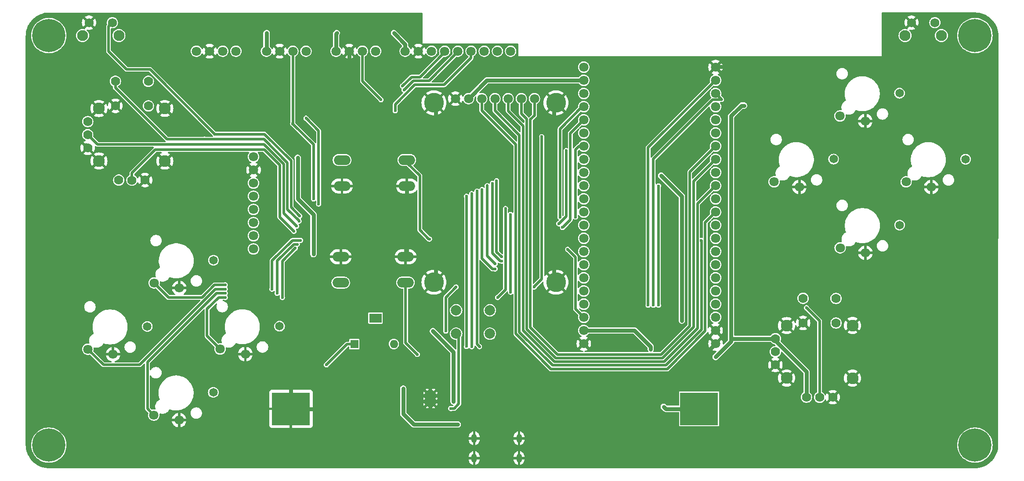
<source format=gbr>
%TF.GenerationSoftware,KiCad,Pcbnew,8.0.6*%
%TF.CreationDate,2025-01-24T00:07:20+07:00*%
%TF.ProjectId,esp_gamepad_v2,6573705f-6761-46d6-9570-61645f76322e,rev?*%
%TF.SameCoordinates,Original*%
%TF.FileFunction,Copper,L2,Bot*%
%TF.FilePolarity,Positive*%
%FSLAX46Y46*%
G04 Gerber Fmt 4.6, Leading zero omitted, Abs format (unit mm)*
G04 Created by KiCad (PCBNEW 8.0.6) date 2025-01-24 00:07:20*
%MOMM*%
%LPD*%
G01*
G04 APERTURE LIST*
%TA.AperFunction,ComponentPad*%
%ADD10C,3.800000*%
%TD*%
%TA.AperFunction,ComponentPad*%
%ADD11C,1.800000*%
%TD*%
%TA.AperFunction,ComponentPad*%
%ADD12C,1.650000*%
%TD*%
%TA.AperFunction,ComponentPad*%
%ADD13O,3.200000X1.900000*%
%TD*%
%TA.AperFunction,ComponentPad*%
%ADD14C,2.000000*%
%TD*%
%TA.AperFunction,ComponentPad*%
%ADD15C,2.100000*%
%TD*%
%TA.AperFunction,ComponentPad*%
%ADD16C,1.750000*%
%TD*%
%TA.AperFunction,HeatsinkPad*%
%ADD17C,0.500000*%
%TD*%
%TA.AperFunction,HeatsinkPad*%
%ADD18R,1.900000X2.900000*%
%TD*%
%TA.AperFunction,HeatsinkPad*%
%ADD19R,2.400000X1.800000*%
%TD*%
%TA.AperFunction,ComponentPad*%
%ADD20O,1.100000X1.700000*%
%TD*%
%TA.AperFunction,ComponentPad*%
%ADD21C,6.400000*%
%TD*%
%TA.AperFunction,ComponentPad*%
%ADD22C,1.778000*%
%TD*%
%TA.AperFunction,ComponentPad*%
%ADD23C,2.286000*%
%TD*%
%TA.AperFunction,ComponentPad*%
%ADD24R,1.600000X1.600000*%
%TD*%
%TA.AperFunction,ComponentPad*%
%ADD25O,1.600000X1.600000*%
%TD*%
%TA.AperFunction,SMDPad,CuDef*%
%ADD26R,7.340000X6.350000*%
%TD*%
%TA.AperFunction,ViaPad*%
%ADD27C,0.600000*%
%TD*%
%TA.AperFunction,Conductor*%
%ADD28C,0.800000*%
%TD*%
%TA.AperFunction,Conductor*%
%ADD29C,0.500000*%
%TD*%
G04 APERTURE END LIST*
D10*
%TO.P,U1,1,GND*%
%TO.N,GND*%
X139710000Y-59970000D03*
X139710000Y-94570000D03*
D11*
X143855000Y-59160000D03*
D10*
X163240000Y-59970000D03*
X163240000Y-94570000D03*
D11*
%TO.P,U1,2,VCC*%
%TO.N,/3V3*%
X146395000Y-59160000D03*
%TO.P,U1,3,SCL*%
%TO.N,/CLK0*%
X148935000Y-59160000D03*
%TO.P,U1,4,SDA*%
%TO.N,/MOSI0*%
X151475000Y-59160000D03*
%TO.P,U1,5,RES*%
%TO.N,/IO38*%
X154015000Y-59160000D03*
%TO.P,U1,6,DC*%
%TO.N,/IO40*%
X156555000Y-59160000D03*
%TO.P,U1,7,BLK*%
%TO.N,/IO41*%
X159095000Y-59160000D03*
%TD*%
%TO.P,U4,1,VCC*%
%TO.N,/3V3*%
X104950000Y-70370000D03*
%TO.P,U4,2,GND*%
%TO.N,GND*%
X104950000Y-72910000D03*
%TO.P,U4,3,SCL*%
%TO.N,/SCL*%
X104950000Y-75450000D03*
%TO.P,U4,4,SDA*%
%TO.N,/SDA*%
X104950000Y-77990000D03*
%TO.P,U4,5,XDA*%
%TO.N,unconnected-(U3-XDA-Pad5)*%
X104950000Y-80530000D03*
%TO.P,U4,6,SCL*%
%TO.N,unconnected-(U3-SCL-Pad6)*%
X104950000Y-83070000D03*
%TO.P,U4,7,AD0*%
%TO.N,unconnected-(U3-AD0-Pad7)*%
X104950000Y-85610000D03*
%TO.P,U4,8,INT*%
%TO.N,unconnected-(U3-INT-Pad8)*%
X104950000Y-88150000D03*
%TD*%
%TO.P,J3,1,A*%
%TO.N,/3V3*%
X134180000Y-50000000D03*
%TO.P,J3,2,B*%
%TO.N,GND*%
X136720000Y-50000000D03*
%TO.P,J3,3,C*%
%TO.N,/MOSI1*%
X139260000Y-50000000D03*
%TO.P,J3,4,D*%
%TO.N,/MISO1*%
X141800000Y-50000000D03*
%TO.P,J3,5,E*%
%TO.N,/CLK1*%
X144340000Y-50000000D03*
%TO.P,J3,6,F*%
%TO.N,/IO37*%
X146880000Y-50000000D03*
%TO.P,J3,7,G*%
%TO.N,/IO10*%
X149420000Y-50000000D03*
%TO.P,J3,8,H*%
%TO.N,/IO16*%
X151960000Y-50000000D03*
%TO.P,J3,9,I*%
%TO.N,/IO15*%
X154500000Y-50000000D03*
%TD*%
%TO.P,J1,1,A*%
%TO.N,/3V3*%
X93940000Y-50000000D03*
%TO.P,J1,2,B*%
%TO.N,GND*%
X96480000Y-50000000D03*
%TO.P,J1,3,C*%
%TO.N,/SCL*%
X99020000Y-50000000D03*
%TO.P,J1,4,D*%
%TO.N,/SDA*%
X101560000Y-50000000D03*
%TD*%
D12*
%TO.P,SW7,*%
%TO.N,*%
X229469313Y-83547592D03*
D11*
%TO.P,SW7,1,1*%
%TO.N,/IO47*%
X218014183Y-87931654D03*
%TO.P,SW7,2,2*%
%TO.N,GND*%
X222879078Y-88907461D03*
%TD*%
D13*
%TO.P,SW12,1,1*%
%TO.N,GND*%
X121750000Y-89660000D03*
X134250000Y-89660000D03*
%TO.P,SW12,2,2*%
%TO.N,/IO39*%
X121750000Y-94660000D03*
X134250000Y-94660000D03*
%TD*%
D12*
%TO.P,SW10,*%
%TO.N,*%
X97234657Y-90337348D03*
D11*
%TO.P,SW10,1,1*%
%TO.N,/IO7*%
X85779527Y-94721410D03*
%TO.P,SW10,2,2*%
%TO.N,GND*%
X90644422Y-95697217D03*
%TD*%
D14*
%TO.P,SW13,1,1*%
%TO.N,Net-(U2-KEY)*%
X150500000Y-104500000D03*
X144000000Y-104500000D03*
%TO.P,SW13,2,2*%
%TO.N,Net-(R9-Pad1)*%
X150500000Y-100000000D03*
X144000000Y-100000000D03*
%TD*%
D15*
%TO.P,SW1,*%
%TO.N,*%
X71995000Y-46990000D03*
X79005000Y-46990000D03*
D16*
%TO.P,SW1,1,1*%
%TO.N,GND*%
X73245000Y-44500000D03*
%TO.P,SW1,2,2*%
%TO.N,/IO8*%
X77745000Y-44500000D03*
%TD*%
D15*
%TO.P,SW2,*%
%TO.N,*%
X230512767Y-46989995D03*
X237522767Y-46989995D03*
D16*
%TO.P,SW2,1,1*%
%TO.N,GND*%
X231762767Y-44499995D03*
%TO.P,SW2,2,2*%
%TO.N,/IO2*%
X236262767Y-44499995D03*
%TD*%
D17*
%TO.P,U7,9,GND*%
%TO.N,GND*%
X138425000Y-115900000D03*
X138425000Y-117000000D03*
X138425000Y-118100000D03*
D18*
X139025000Y-117000000D03*
D17*
X139625000Y-115900000D03*
X139625000Y-117000000D03*
X139625000Y-118100000D03*
%TD*%
%TO.P,U5,9,EP*%
%TO.N,unconnected-(U5-EP-Pad9)*%
X127750000Y-101175000D03*
X127750000Y-101775000D03*
X128450000Y-101175000D03*
D19*
X128450000Y-101475000D03*
D17*
X128450000Y-101775000D03*
X129150000Y-101175000D03*
X129150000Y-101775000D03*
%TD*%
D12*
%TO.P,SW9,*%
%TO.N,*%
X109962579Y-103065270D03*
D11*
%TO.P,SW9,1,1*%
%TO.N,/IO9*%
X98507449Y-107449332D03*
%TO.P,SW9,2,2*%
%TO.N,GND*%
X103372344Y-108425139D03*
%TD*%
D12*
%TO.P,SW3,*%
%TO.N,*%
X229449212Y-58111849D03*
D11*
%TO.P,SW3,1,1*%
%TO.N,/IO42*%
X217994082Y-62495911D03*
%TO.P,SW3,2,2*%
%TO.N,GND*%
X222858977Y-63471718D03*
%TD*%
D20*
%TO.P,P1,S1,SHIELD*%
%TO.N,GND*%
X147480000Y-124700000D03*
X147480000Y-128500000D03*
X156120000Y-124700000D03*
X156120000Y-128500000D03*
%TD*%
D21*
%TO.P,H3,1*%
%TO.N,N/C*%
X65500000Y-126000000D03*
%TD*%
D11*
%TO.P,U2,1,3V3*%
%TO.N,/3V3*%
X168600000Y-53080000D03*
%TO.P,U2,2,3V3*%
X168600000Y-55620000D03*
%TO.P,U2,3,RST*%
%TO.N,Net-(SW14-B)*%
X168600000Y-58160000D03*
%TO.P,U2,4,IO4*%
%TO.N,/IO4*%
X168600000Y-60700000D03*
%TO.P,U2,5,IO5*%
%TO.N,/IO5*%
X168600000Y-63240000D03*
%TO.P,U2,6,IO6*%
%TO.N,/IO6*%
X168600000Y-65780000D03*
%TO.P,U2,7,IO7*%
%TO.N,/IO7*%
X168600000Y-68320000D03*
%TO.P,U2,8,IO15*%
%TO.N,/IO15*%
X168600000Y-70860000D03*
%TO.P,U2,9,IO16*%
%TO.N,/IO16*%
X168600000Y-73400000D03*
%TO.P,U2,10,IO18*%
%TO.N,/SCL*%
X168600000Y-75940000D03*
%TO.P,U2,11,IO17*%
%TO.N,/SDA*%
X168600000Y-78480000D03*
%TO.P,U2,12,IO8*%
%TO.N,/IO8*%
X168600000Y-81020000D03*
%TO.P,U2,13,IO3*%
%TO.N,/IO3*%
X168600000Y-83560000D03*
%TO.P,U2,14,IO46*%
%TO.N,/IO46*%
X168600000Y-86100000D03*
%TO.P,U2,15,IO9*%
%TO.N,/IO9*%
X168600000Y-88640000D03*
%TO.P,U2,16,IO10*%
%TO.N,/IO10*%
X168600000Y-91180000D03*
%TO.P,U2,17,IO11*%
%TO.N,/MOSI1*%
X168600000Y-93720000D03*
%TO.P,U2,18,IO12*%
%TO.N,/CLK1*%
X168600000Y-96260000D03*
%TO.P,U2,19,IO13*%
%TO.N,/MISO1*%
X168600000Y-98800000D03*
%TO.P,U2,20,IO14*%
%TO.N,/IO14*%
X168600000Y-101340000D03*
%TO.P,U2,21,5V*%
%TO.N,/5V*%
X168600000Y-103880000D03*
%TO.P,U2,22,GND*%
%TO.N,GND*%
X168600000Y-106420000D03*
%TO.P,U2,23,GND*%
X194000000Y-106420000D03*
%TO.P,U2,24,GND*%
X194000000Y-103880000D03*
%TO.P,U2,25,IO19*%
%TO.N,/IO19*%
X194000000Y-101340000D03*
%TO.P,U2,26,IO20*%
%TO.N,/IO20*%
X194000000Y-98800000D03*
%TO.P,U2,27,IO21*%
%TO.N,/IO21*%
X194000000Y-96260000D03*
%TO.P,U2,28,IO47*%
%TO.N,/IO47*%
X194000000Y-93720000D03*
%TO.P,U2,29,IO48*%
%TO.N,/IO48*%
X194000000Y-91180000D03*
%TO.P,U2,30,IO45*%
%TO.N,/IO45*%
X194000000Y-88640000D03*
%TO.P,U2,31,IO0*%
%TO.N,unconnected-(U4-IO0-Pad31)*%
X194000000Y-86100000D03*
%TO.P,U2,32,IO35*%
%TO.N,/MOSI0*%
X194000000Y-83560000D03*
%TO.P,U2,33,IO36*%
%TO.N,/CLK0*%
X194000000Y-81020000D03*
%TO.P,U2,34,IO37*%
%TO.N,/IO37*%
X194000000Y-78480000D03*
%TO.P,U2,35,IO38*%
%TO.N,/IO38*%
X194000000Y-75940000D03*
%TO.P,U2,36,IO39*%
%TO.N,/IO39*%
X194000000Y-73400000D03*
%TO.P,U2,37,IO40*%
%TO.N,/IO40*%
X194000000Y-70860000D03*
%TO.P,U2,38,IO41*%
%TO.N,/IO41*%
X194000000Y-68320000D03*
%TO.P,U2,39,IO42*%
%TO.N,/IO42*%
X194000000Y-65780000D03*
%TO.P,U2,40,IO2*%
%TO.N,/IO2*%
X194000000Y-63240000D03*
%TO.P,U2,41,IO1*%
%TO.N,unconnected-(U4-IO1-Pad41)*%
X194000000Y-60700000D03*
%TO.P,U2,42,RXD*%
%TO.N,/RXD*%
X194000000Y-58160000D03*
%TO.P,U2,43,TXD*%
%TO.N,/TXD*%
X194000000Y-55620000D03*
%TO.P,U2,44,GND*%
%TO.N,GND*%
X194000000Y-53080000D03*
%TD*%
D21*
%TO.P,H1,1*%
%TO.N,N/C*%
X65500000Y-47000000D03*
%TD*%
D12*
%TO.P,SW14,*%
%TO.N,*%
X97199301Y-115828548D03*
D11*
%TO.P,SW14,1,1*%
%TO.N,/IO14*%
X85744171Y-120212610D03*
%TO.P,SW14,2,2*%
%TO.N,GND*%
X90609066Y-121188417D03*
%TD*%
D21*
%TO.P,H4,1*%
%TO.N,N/C*%
X244000000Y-126000000D03*
%TD*%
D13*
%TO.P,SW4,1,1*%
%TO.N,GND*%
X134500000Y-76000000D03*
X122000000Y-76000000D03*
%TO.P,SW4,2,2*%
%TO.N,/IO3*%
X134500000Y-71000000D03*
X122000000Y-71000000D03*
%TD*%
D12*
%TO.P,SW5,*%
%TO.N,*%
X216741391Y-70819670D03*
D11*
%TO.P,SW5,1,1*%
%TO.N,/IO45*%
X205286261Y-75203732D03*
%TO.P,SW5,2,2*%
%TO.N,GND*%
X210151156Y-76179539D03*
%TD*%
D22*
%TO.P,U6,B1A,SEL+*%
%TO.N,/IO21*%
X210864845Y-97680200D03*
%TO.P,U6,B1B*%
%TO.N,N/C*%
X217214845Y-97700000D03*
%TO.P,U6,B2A,SEL-*%
%TO.N,GND*%
X210864845Y-102420200D03*
%TO.P,U6,B2B*%
%TO.N,N/C*%
X217224845Y-102440200D03*
%TO.P,U6,H1,H+*%
%TO.N,/3V3*%
X211514845Y-116750000D03*
%TO.P,U6,H2,H*%
%TO.N,/IO20*%
X214054845Y-116770000D03*
%TO.P,U6,H3,H-*%
%TO.N,GND*%
X216594845Y-116750000D03*
D23*
%TO.P,U6,S1,SHIELD*%
X207689845Y-102935200D03*
%TO.P,U6,S2,SHIELD*%
X207689845Y-113065200D03*
%TO.P,U6,S3,SHIELD*%
X220389845Y-113080000D03*
%TO.P,U6,S4,SHIELD*%
X220389845Y-102920000D03*
D22*
%TO.P,U6,V1,V+*%
%TO.N,/3V3*%
X205539845Y-105460000D03*
%TO.P,U6,V2,V*%
%TO.N,/IO19*%
X205524845Y-107985200D03*
%TO.P,U6,V3,V-*%
%TO.N,GND*%
X205524845Y-110525200D03*
%TD*%
D12*
%TO.P,SW8,*%
%TO.N,*%
X84471379Y-103100626D03*
D11*
%TO.P,SW8,1,1*%
%TO.N,/IO46*%
X73016249Y-107484688D03*
%TO.P,SW8,2,2*%
%TO.N,GND*%
X77881144Y-108460495D03*
%TD*%
%TO.P,J4,1,A*%
%TO.N,/3V3*%
X120860000Y-50000000D03*
%TO.P,J4,2,B*%
%TO.N,GND*%
X123400000Y-50000000D03*
%TO.P,J4,3,C*%
%TO.N,/TXD*%
X125940000Y-50000000D03*
%TO.P,J4,4,D*%
%TO.N,/RXD*%
X128480000Y-50000000D03*
%TD*%
D22*
%TO.P,U3,B1A,SEL+*%
%TO.N,/IO4*%
X78325000Y-55805000D03*
%TO.P,U3,B1B*%
%TO.N,N/C*%
X84675000Y-55824800D03*
%TO.P,U3,B2A,SEL-*%
%TO.N,GND*%
X78325000Y-60545000D03*
%TO.P,U3,B2B*%
%TO.N,N/C*%
X84685000Y-60565000D03*
%TO.P,U3,H1,H+*%
%TO.N,/3V3*%
X78975000Y-74874800D03*
%TO.P,U3,H2,H*%
%TO.N,/IO5*%
X81515000Y-74894800D03*
%TO.P,U3,H3,H-*%
%TO.N,GND*%
X84055000Y-74874800D03*
D23*
%TO.P,U3,S1,SHIELD*%
X75150000Y-61060000D03*
%TO.P,U3,S2,SHIELD*%
X75150000Y-71190000D03*
%TO.P,U3,S3,SHIELD*%
X87850000Y-71204800D03*
%TO.P,U3,S4,SHIELD*%
X87850000Y-61044800D03*
D22*
%TO.P,U3,V1,V+*%
%TO.N,/3V3*%
X73000000Y-63584800D03*
%TO.P,U3,V2,V*%
%TO.N,/IO6*%
X72985000Y-66110000D03*
%TO.P,U3,V3,V-*%
%TO.N,GND*%
X72985000Y-68650000D03*
%TD*%
D21*
%TO.P,H2,1*%
%TO.N,N/C*%
X244000000Y-47000000D03*
%TD*%
D11*
%TO.P,J2,1,A*%
%TO.N,/3V3*%
X107440000Y-50000000D03*
%TO.P,J2,2,B*%
%TO.N,GND*%
X109980000Y-50000000D03*
%TO.P,J2,3,C*%
%TO.N,/SCL*%
X112520000Y-50000000D03*
%TO.P,J2,4,D*%
%TO.N,/SDA*%
X115060000Y-50000000D03*
%TD*%
D12*
%TO.P,SW6,*%
%TO.N,*%
X242177134Y-70839771D03*
D11*
%TO.P,SW6,1,1*%
%TO.N,/IO48*%
X230722004Y-75223833D03*
%TO.P,SW6,2,2*%
%TO.N,GND*%
X235586899Y-76199640D03*
%TD*%
D24*
%TO.P,SW11,1,A*%
%TO.N,Net-(Q2-D)*%
X124380000Y-106500000D03*
D25*
%TO.P,SW11,2,B*%
%TO.N,Net-(SW14-B)*%
X132000000Y-106500000D03*
%TD*%
D26*
%TO.P,BT1,1,+*%
%TO.N,/VBAT*%
X190830000Y-119000000D03*
%TO.P,BT1,2,-*%
%TO.N,GND*%
X112170000Y-119000000D03*
%TD*%
D27*
%TO.N,/VBAT*%
X184000000Y-118600000D03*
X143500000Y-117635000D03*
X139500000Y-104000000D03*
%TO.N,GND*%
X124500000Y-102000000D03*
X124500000Y-89660000D03*
X140110000Y-76000000D03*
X180210000Y-120210000D03*
X119000000Y-119000000D03*
X112250000Y-114250000D03*
X222858977Y-65000000D03*
X233000000Y-65000000D03*
X126000000Y-76000000D03*
%TO.N,/VBUS*%
X133800000Y-115095000D03*
X144300000Y-122000000D03*
%TO.N,/5V*%
X181500000Y-107500000D03*
%TO.N,/3V3*%
X116500000Y-89175000D03*
X197000000Y-88000000D03*
X194000000Y-109000000D03*
X197000000Y-95000000D03*
X121000000Y-46500000D03*
X199500000Y-60500000D03*
X197000000Y-64000000D03*
X183500000Y-74000000D03*
X113450000Y-70550000D03*
X197000000Y-83500000D03*
X107500000Y-46500000D03*
X187500000Y-102000000D03*
X197000000Y-91500000D03*
X132000000Y-46500000D03*
%TO.N,/TXD*%
X147000000Y-107000000D03*
X129500000Y-59368626D03*
X147000000Y-77500000D03*
X181000000Y-99000000D03*
%TO.N,/RXD*%
X146000000Y-106974694D03*
X182000000Y-99000000D03*
X146000000Y-78000000D03*
%TO.N,/IO37*%
X148500000Y-107000000D03*
X132250000Y-61500000D03*
X148000000Y-77000000D03*
%TO.N,/IO10*%
X151800000Y-75000000D03*
X152750000Y-89689341D03*
%TO.N,/MISO1*%
X133664033Y-56724694D03*
X151500000Y-92000000D03*
X149000000Y-76700000D03*
%TO.N,/SCL*%
X153500000Y-80350000D03*
X112500000Y-64000000D03*
X152000000Y-97500000D03*
X116500000Y-78500000D03*
%TO.N,/CLK1*%
X133974694Y-57474694D03*
X150000000Y-76000000D03*
X151500000Y-91000000D03*
%TO.N,/MOSI1*%
X151000000Y-75500000D03*
X152750000Y-90500000D03*
%TO.N,/IO4*%
X113719670Y-82780330D03*
X164000000Y-82030751D03*
X95500000Y-67000000D03*
%TO.N,/IO14*%
X99500000Y-96699997D03*
X109500000Y-96699997D03*
X165500000Y-88239341D03*
X113366410Y-87250000D03*
%TO.N,/IO9*%
X113000000Y-88000000D03*
X110500000Y-97500000D03*
X99500000Y-97500000D03*
%TO.N,/IO46*%
X99500000Y-95899994D03*
X108500000Y-95899994D03*
X114000000Y-86500000D03*
%TO.N,/IO7*%
X99500000Y-95099991D03*
X167000000Y-82000000D03*
%TO.N,/IO3*%
X138855000Y-86250000D03*
%TO.N,/IO8*%
X113865812Y-81800000D03*
X97500000Y-66000000D03*
%TO.N,/SDA*%
X117500000Y-79500000D03*
X115060000Y-62940000D03*
X154500000Y-96500000D03*
X154500000Y-81500000D03*
%TO.N,/IO39*%
X183000000Y-76000000D03*
X183000000Y-99000000D03*
X136500000Y-108500000D03*
%TO.N,/IO6*%
X165200000Y-69180000D03*
X113250000Y-83750000D03*
X163790000Y-83280331D03*
%TO.N,/IO5*%
X112750000Y-84750000D03*
X164500000Y-84000000D03*
%TO.N,Net-(Q2-D)*%
X119000000Y-110500000D03*
%TO.N,Net-(U2-KEY)*%
X142966103Y-118938897D03*
%TO.N,Net-(SW14-B)*%
X160500000Y-66500000D03*
X142000000Y-104000000D03*
X144000000Y-95500000D03*
X159050000Y-95500000D03*
%TO.N,/IO20*%
X211500000Y-99500000D03*
%TO.N,/MOSI0*%
X191250000Y-86500000D03*
%TD*%
D28*
%TO.N,/VBAT*%
X184000000Y-118600000D02*
X184400000Y-119000000D01*
X143500000Y-108000000D02*
X139500000Y-104000000D01*
X184400000Y-119000000D02*
X190830000Y-119000000D01*
X143500000Y-117635000D02*
X143500000Y-108000000D01*
%TO.N,GND*%
X123400000Y-50000000D02*
X123400000Y-62400000D01*
D29*
X72595000Y-68110000D02*
X72705000Y-68000000D01*
D28*
X162890000Y-60320000D02*
X163240000Y-59970000D01*
X194000000Y-53080000D02*
X194080000Y-53000000D01*
X112170000Y-114330000D02*
X112250000Y-114250000D01*
X204500000Y-53000000D02*
X207500000Y-56000000D01*
X140110000Y-93750000D02*
X139500000Y-94360000D01*
X112250000Y-114250000D02*
X124500000Y-102000000D01*
X134500000Y-89410000D02*
X134250000Y-89660000D01*
X163240000Y-94570000D02*
X162890000Y-94220000D01*
X140110000Y-60370000D02*
X139710000Y-59970000D01*
X112170000Y-119000000D02*
X112170000Y-114330000D01*
X231762767Y-44499995D02*
X233000000Y-45737228D01*
X207500000Y-59500000D02*
X213000000Y-65000000D01*
X207500000Y-56000000D02*
X207500000Y-59500000D01*
X194080000Y-53000000D02*
X204500000Y-53000000D01*
X123400000Y-62400000D02*
X126000000Y-65000000D01*
X162890000Y-94220000D02*
X162890000Y-60320000D01*
X134500000Y-76000000D02*
X134500000Y-89410000D01*
X180210000Y-120210000D02*
X194000000Y-106420000D01*
X139500000Y-94360000D02*
X139710000Y-94570000D01*
X140110000Y-76000000D02*
X140110000Y-60370000D01*
X112170000Y-119000000D02*
X119000000Y-119000000D01*
X163000000Y-94490000D02*
X162890000Y-94380000D01*
X233000000Y-45737228D02*
X233000000Y-65000000D01*
X126000000Y-65000000D02*
X126000000Y-76000000D01*
X140110000Y-94170000D02*
X140110000Y-76000000D01*
X168520000Y-106500000D02*
X168600000Y-106420000D01*
X139710000Y-94570000D02*
X140110000Y-94170000D01*
X124500000Y-89660000D02*
X124500000Y-102000000D01*
X213000000Y-65000000D02*
X222858977Y-65000000D01*
%TO.N,/VBUS*%
X133800000Y-120000000D02*
X133800000Y-115095000D01*
X135800000Y-122000000D02*
X133800000Y-120000000D01*
X144300000Y-122000000D02*
X135800000Y-122000000D01*
%TO.N,/5V*%
X181500000Y-107000000D02*
X178380000Y-103880000D01*
X178380000Y-103880000D02*
X168600000Y-103880000D01*
X181500000Y-107500000D02*
X181500000Y-107000000D01*
%TO.N,/3V3*%
X107500000Y-46500000D02*
X107440000Y-46560000D01*
X205149845Y-105460000D02*
X197040000Y-105460000D01*
X205149845Y-105460000D02*
X211514845Y-111825000D01*
X211514845Y-111825000D02*
X211514845Y-116875200D01*
X120860000Y-46640000D02*
X121000000Y-46500000D01*
X107440000Y-46560000D02*
X107440000Y-50000000D01*
X120860000Y-50000000D02*
X120860000Y-46640000D01*
X116500000Y-81500000D02*
X116500000Y-89175000D01*
X197000000Y-88000000D02*
X197000000Y-83500000D01*
X199000000Y-60500000D02*
X199500000Y-60500000D01*
X113500000Y-70600000D02*
X113500000Y-78500000D01*
X132000000Y-46500000D02*
X134180000Y-48680000D01*
X197000000Y-95000000D02*
X197000000Y-91500000D01*
X197040000Y-105460000D02*
X197000000Y-105500000D01*
X146395000Y-59160000D02*
X149935000Y-55620000D01*
X149935000Y-55620000D02*
X168600000Y-55620000D01*
X113500000Y-78500000D02*
X116500000Y-81500000D01*
X187500000Y-78000000D02*
X187500000Y-102000000D01*
X183500000Y-74000000D02*
X187500000Y-78000000D01*
X197000000Y-105500000D02*
X197000000Y-95000000D01*
X134180000Y-48680000D02*
X134180000Y-50000000D01*
X197000000Y-62500000D02*
X199000000Y-60500000D01*
X197000000Y-91500000D02*
X197000000Y-88000000D01*
X113450000Y-70550000D02*
X113500000Y-70600000D01*
X197000000Y-106000000D02*
X197000000Y-105500000D01*
X197000000Y-64000000D02*
X197000000Y-62500000D01*
X194000000Y-109000000D02*
X197000000Y-106000000D01*
X197000000Y-83500000D02*
X197000000Y-64000000D01*
D29*
%TO.N,/TXD*%
X147000000Y-77500000D02*
X147000000Y-107000000D01*
X181000000Y-99000000D02*
X181000000Y-68620000D01*
X125940000Y-55808626D02*
X129500000Y-59368626D01*
X181000000Y-68620000D02*
X194000000Y-55620000D01*
X125940000Y-50000000D02*
X125940000Y-55808626D01*
%TO.N,/IO2*%
X193760000Y-63240000D02*
X194000000Y-63240000D01*
%TO.N,/RXD*%
X195190000Y-59350000D02*
X194000000Y-58160000D01*
X182000000Y-99000000D02*
X182000000Y-70790811D01*
X146000000Y-78000000D02*
X146000000Y-106974694D01*
X182000000Y-70790811D02*
X193440811Y-59350000D01*
X193440811Y-59350000D02*
X195190000Y-59350000D01*
%TO.N,/IO37*%
X132250000Y-61500000D02*
X132250000Y-60260049D01*
X146880000Y-51272792D02*
X146880000Y-50000000D01*
X136010049Y-56500000D02*
X141652792Y-56500000D01*
X148500000Y-107000000D02*
X148000000Y-106500000D01*
X132250000Y-60260049D02*
X136010049Y-56500000D01*
X148000000Y-106500000D02*
X148000000Y-77000000D01*
X141652792Y-56500000D02*
X146880000Y-51272792D01*
%TO.N,/IO10*%
X151800000Y-75000000D02*
X151800000Y-88739341D01*
X151800000Y-88739341D02*
X152750000Y-89689341D01*
%TO.N,/MISO1*%
X137000000Y-55000000D02*
X141800000Y-50200000D01*
X133664033Y-56724694D02*
X135388727Y-55000000D01*
X135388727Y-55000000D02*
X137000000Y-55000000D01*
X151000000Y-92000000D02*
X151500000Y-92000000D01*
X149000000Y-90000000D02*
X151000000Y-92000000D01*
X149000000Y-76700000D02*
X149000000Y-90000000D01*
X141800000Y-50200000D02*
X141800000Y-50000000D01*
%TO.N,/SCL*%
X116500000Y-78500000D02*
X116500000Y-68000000D01*
X152000000Y-97500000D02*
X153500000Y-96000000D01*
X116500000Y-68000000D02*
X112500000Y-64000000D01*
X112520000Y-63980000D02*
X112500000Y-64000000D01*
X112520000Y-50000000D02*
X112520000Y-63980000D01*
X153500000Y-96000000D02*
X153500000Y-80350000D01*
%TO.N,/CLK1*%
X144340000Y-50160000D02*
X144340000Y-50000000D01*
X138800000Y-55700000D02*
X144340000Y-50160000D01*
X135749388Y-55700000D02*
X138800000Y-55700000D01*
X150000000Y-75900000D02*
X150000000Y-76000000D01*
X150000000Y-76000000D02*
X150000000Y-89500000D01*
X133974694Y-57474694D02*
X135749388Y-55700000D01*
X150000000Y-89500000D02*
X151500000Y-91000000D01*
%TO.N,/MOSI1*%
X151000000Y-89000000D02*
X152500000Y-90500000D01*
X151000000Y-75500000D02*
X151000000Y-89000000D01*
X152500000Y-90500000D02*
X152750000Y-90500000D01*
%TO.N,/IO4*%
X111500000Y-80500000D02*
X111500000Y-71500000D01*
X111500000Y-71500000D02*
X107000000Y-67000000D01*
X164000000Y-82030751D02*
X164000000Y-65000000D01*
X88262765Y-67000000D02*
X78325000Y-57062235D01*
X168300000Y-60700000D02*
X168600000Y-60700000D01*
X113719670Y-82719670D02*
X111500000Y-80500000D01*
X164000000Y-65000000D02*
X168300000Y-60700000D01*
X107000000Y-67000000D02*
X95500000Y-67000000D01*
X113719670Y-82780330D02*
X113719670Y-82719670D01*
X95500000Y-67000000D02*
X88262765Y-67000000D01*
X78325000Y-57062235D02*
X78325000Y-55805000D01*
%TO.N,/IO14*%
X109500000Y-90439339D02*
X112689339Y-87250000D01*
X165500000Y-88239341D02*
X167000000Y-89739341D01*
X99500000Y-96699997D02*
X97800003Y-96699997D01*
X167000000Y-99740000D02*
X168600000Y-101340000D01*
X109500000Y-96699997D02*
X109500000Y-90439339D01*
X84500000Y-118968439D02*
X85744171Y-120212610D01*
X97800003Y-96699997D02*
X84500000Y-110000000D01*
X84500000Y-110000000D02*
X84500000Y-118968439D01*
X112689339Y-87250000D02*
X113366410Y-87250000D01*
X167000000Y-89739341D02*
X167000000Y-99740000D01*
%TO.N,/IO9*%
X99500000Y-97500000D02*
X98250000Y-97500000D01*
X113000000Y-88000000D02*
X110500000Y-90500000D01*
X110500000Y-90500000D02*
X110500000Y-97500000D01*
X96000000Y-104941883D02*
X98507449Y-107449332D01*
X96000000Y-99750000D02*
X96000000Y-104941883D01*
X98250000Y-97500000D02*
X96000000Y-99750000D01*
%TO.N,/IO46*%
X99500000Y-95899994D02*
X97600006Y-95899994D01*
X112449389Y-86500000D02*
X108500000Y-90449389D01*
X83000000Y-110500000D02*
X76031561Y-110500000D01*
X76031561Y-110500000D02*
X73016249Y-107484688D01*
X108500000Y-90449389D02*
X108500000Y-95899994D01*
X97600006Y-95899994D02*
X83000000Y-110500000D01*
X114000000Y-86500000D02*
X112449389Y-86500000D01*
%TO.N,/IO7*%
X97400009Y-95099991D02*
X95000000Y-97500000D01*
X167680000Y-68320000D02*
X168600000Y-68320000D01*
X99500000Y-95099991D02*
X97400009Y-95099991D01*
X167000000Y-69000000D02*
X167680000Y-68320000D01*
X88558117Y-97500000D02*
X85779527Y-94721410D01*
X95000000Y-97500000D02*
X88558117Y-97500000D01*
X167000000Y-82000000D02*
X167000000Y-69000000D01*
%TO.N,/IO3*%
X137000000Y-84500000D02*
X137000000Y-74000000D01*
X138855000Y-86250000D02*
X138750000Y-86250000D01*
X138750000Y-86250000D02*
X137000000Y-84500000D01*
X137000000Y-74000000D02*
X134500000Y-71500000D01*
X134500000Y-71500000D02*
X134500000Y-71000000D01*
%TO.N,/IO8*%
X77000000Y-45245000D02*
X77745000Y-44500000D01*
X85000000Y-53500000D02*
X80500000Y-53500000D01*
X80500000Y-53500000D02*
X77000000Y-50000000D01*
X97500000Y-66000000D02*
X85000000Y-53500000D01*
X107060662Y-66000000D02*
X112200000Y-71139338D01*
X97500000Y-66000000D02*
X107060662Y-66000000D01*
X112200000Y-80134188D02*
X113865812Y-81800000D01*
X77000000Y-50000000D02*
X77000000Y-45245000D01*
X112200000Y-71139338D02*
X112200000Y-80134188D01*
%TO.N,/SDA*%
X117500000Y-65380000D02*
X115060000Y-62940000D01*
X154500000Y-81500000D02*
X154500000Y-96500000D01*
X117500000Y-79500000D02*
X117500000Y-65380000D01*
%TO.N,/IO39*%
X134250000Y-106250000D02*
X134250000Y-94660000D01*
X136500000Y-108500000D02*
X134250000Y-106250000D01*
X183000000Y-99000000D02*
X183000000Y-76000000D01*
%TO.N,/IO21*%
X194240000Y-96500000D02*
X194000000Y-96260000D01*
%TO.N,/IO6*%
X74875000Y-68000000D02*
X72985000Y-66110000D01*
X165200000Y-81891412D02*
X165200000Y-69180000D01*
X163790000Y-83280331D02*
X163811081Y-83280331D01*
X107010050Y-68000000D02*
X74875000Y-68000000D01*
X107010050Y-68000000D02*
X110800000Y-71789950D01*
X163811081Y-83280331D02*
X165200000Y-81891412D01*
X110800000Y-81300000D02*
X113250000Y-83750000D01*
X110800000Y-71789950D02*
X110800000Y-81300000D01*
%TO.N,/IO5*%
X164500000Y-84000000D02*
X164540681Y-84000000D01*
X86000000Y-69000000D02*
X81515000Y-73485000D01*
X112750000Y-84750000D02*
X110000000Y-82000000D01*
X166000000Y-65840000D02*
X168600000Y-63240000D01*
X110000000Y-82000000D02*
X110000000Y-71979900D01*
X166000000Y-82540681D02*
X166000000Y-65840000D01*
X81515000Y-73485000D02*
X81515000Y-74894800D01*
X107020100Y-69000000D02*
X86000000Y-69000000D01*
X110000000Y-71979900D02*
X107020100Y-69000000D01*
X164540681Y-84000000D02*
X166000000Y-82540681D01*
%TO.N,Net-(Q2-D)*%
X119000000Y-110500000D02*
X123000000Y-106500000D01*
X123000000Y-106500000D02*
X124380000Y-106500000D01*
%TO.N,Net-(U2-KEY)*%
X144500000Y-118030331D02*
X144500000Y-105000000D01*
X142966103Y-118938897D02*
X143591434Y-118938897D01*
X144500000Y-105000000D02*
X144000000Y-104500000D01*
X144000000Y-104750000D02*
X143750000Y-104500000D01*
X143591434Y-118938897D02*
X144500000Y-118030331D01*
%TO.N,Net-(SW14-B)*%
X142000000Y-97500000D02*
X144000000Y-95500000D01*
X160500000Y-94000000D02*
X159050000Y-95450000D01*
X142000000Y-104000000D02*
X142000000Y-97500000D01*
X159050000Y-95450000D02*
X159050000Y-95500000D01*
X160500000Y-66500000D02*
X160500000Y-94000000D01*
%TO.N,/IO20*%
X214054845Y-102054845D02*
X214054845Y-116895200D01*
X211500000Y-99500000D02*
X214054845Y-102054845D01*
%TO.N,/IO41*%
X163500000Y-108500000D02*
X158300000Y-103300000D01*
X194000000Y-68320000D02*
X189000000Y-73320000D01*
X189000000Y-103000000D02*
X183500000Y-108500000D01*
X189000000Y-73320000D02*
X189000000Y-103000000D01*
X158300000Y-103300000D02*
X158300000Y-63200000D01*
X159120000Y-62380000D02*
X159095000Y-62355000D01*
X159095000Y-62355000D02*
X159095000Y-59160000D01*
X183500000Y-108500000D02*
X163500000Y-108500000D01*
X158300000Y-63200000D02*
X159120000Y-62380000D01*
%TO.N,/IO19*%
X205134845Y-107985200D02*
X204985200Y-107985200D01*
%TO.N,/IO40*%
X183800000Y-109200000D02*
X163200000Y-109200000D01*
X189800000Y-103200000D02*
X183800000Y-109200000D01*
X157600000Y-103600000D02*
X157600000Y-63100000D01*
X163200000Y-109200000D02*
X157600000Y-103600000D01*
X189800000Y-75060000D02*
X189800000Y-103200000D01*
X194000000Y-70860000D02*
X189800000Y-75060000D01*
X156555000Y-62055000D02*
X156555000Y-59160000D01*
X157600000Y-63100000D02*
X156555000Y-62055000D01*
%TO.N,/IO38*%
X190500000Y-103500000D02*
X184100000Y-109900000D01*
X156900000Y-103900000D02*
X156900000Y-64400000D01*
X162900000Y-109900000D02*
X156900000Y-103900000D01*
X156900000Y-64400000D02*
X154015000Y-61515000D01*
X184100000Y-109900000D02*
X162900000Y-109900000D01*
X190500000Y-79440000D02*
X190500000Y-103500000D01*
X194000000Y-75940000D02*
X190500000Y-79440000D01*
X154015000Y-61515000D02*
X154015000Y-59160000D01*
%TO.N,/MOSI0*%
X156200000Y-104200000D02*
X156200000Y-66200000D01*
X156200000Y-66200000D02*
X151475000Y-61475000D01*
X151475000Y-61475000D02*
X151475000Y-59160000D01*
X162600000Y-110600000D02*
X156200000Y-104200000D01*
X184400000Y-110600000D02*
X162600000Y-110600000D01*
X191250000Y-86500000D02*
X191300000Y-86550000D01*
X191300000Y-103700000D02*
X184400000Y-110600000D01*
X191300000Y-86550000D02*
X191300000Y-103700000D01*
%TO.N,/CLK0*%
X184700000Y-111300000D02*
X162300000Y-111300000D01*
X194000000Y-81020000D02*
X192000000Y-83020000D01*
X148935000Y-61435000D02*
X148935000Y-59160000D01*
X162300000Y-111300000D02*
X155500000Y-104500000D01*
X192000000Y-104000000D02*
X184700000Y-111300000D01*
X155500000Y-68000000D02*
X148935000Y-61435000D01*
X192000000Y-83020000D02*
X192000000Y-104000000D01*
X155500000Y-104500000D02*
X155500000Y-68000000D01*
%TD*%
%TA.AperFunction,Conductor*%
%TO.N,GND*%
G36*
X178146942Y-104500185D02*
G01*
X178167584Y-104516819D01*
X180863181Y-107212416D01*
X180896666Y-107273739D01*
X180899500Y-107300097D01*
X180899500Y-107579057D01*
X180924683Y-107673039D01*
X180940423Y-107731783D01*
X180940423Y-107731784D01*
X181016469Y-107863501D01*
X181032941Y-107931401D01*
X181010088Y-107997428D01*
X180955166Y-108040618D01*
X180909081Y-108049500D01*
X168837149Y-108049500D01*
X168770110Y-108029815D01*
X168724355Y-107977011D01*
X168714411Y-107907853D01*
X168743436Y-107844297D01*
X168802214Y-107806523D01*
X168816740Y-107803191D01*
X168944860Y-107781811D01*
X169164293Y-107706479D01*
X169164301Y-107706476D01*
X169368355Y-107596047D01*
X169398797Y-107572351D01*
X169398798Y-107572350D01*
X168729410Y-106902962D01*
X168792993Y-106885925D01*
X168907007Y-106820099D01*
X169000099Y-106727007D01*
X169065925Y-106612993D01*
X169082962Y-106549409D01*
X169751186Y-107217633D01*
X169835482Y-107088611D01*
X169928682Y-106876135D01*
X169985638Y-106651218D01*
X170004798Y-106420005D01*
X170004798Y-106419994D01*
X169985638Y-106188781D01*
X169928682Y-105963864D01*
X169835484Y-105751393D01*
X169751186Y-105622365D01*
X169082962Y-106290589D01*
X169065925Y-106227007D01*
X169000099Y-106112993D01*
X168907007Y-106019901D01*
X168792993Y-105954075D01*
X168729409Y-105937037D01*
X169398797Y-105267647D01*
X169398797Y-105267645D01*
X169368360Y-105243955D01*
X169368354Y-105243951D01*
X169164302Y-105133523D01*
X169164296Y-105133521D01*
X169085917Y-105106613D01*
X169028902Y-105066227D01*
X169002772Y-105001427D01*
X169015824Y-104932787D01*
X169063913Y-104882100D01*
X169081383Y-104873707D01*
X169092637Y-104869348D01*
X169266041Y-104761981D01*
X169416764Y-104624579D01*
X169423025Y-104616289D01*
X169488358Y-104529773D01*
X169544467Y-104488137D01*
X169587312Y-104480500D01*
X178079903Y-104480500D01*
X178146942Y-104500185D01*
G37*
%TD.AperFunction*%
%TA.AperFunction,Conductor*%
G36*
X244020462Y-42536156D02*
G01*
X244404524Y-42552930D01*
X244415266Y-42553870D01*
X244793734Y-42603701D01*
X244804368Y-42605577D01*
X245177024Y-42688196D01*
X245187474Y-42690996D01*
X245551511Y-42805781D01*
X245561669Y-42809477D01*
X245622387Y-42834628D01*
X245914327Y-42955556D01*
X245924131Y-42960128D01*
X246240832Y-43124995D01*
X246262699Y-43136378D01*
X246272064Y-43141785D01*
X246590964Y-43344948D01*
X246593978Y-43346868D01*
X246602839Y-43353071D01*
X246905688Y-43585457D01*
X246913962Y-43592401D01*
X247110323Y-43772333D01*
X247195380Y-43850274D01*
X247203029Y-43857923D01*
X247433846Y-44109816D01*
X247460896Y-44139335D01*
X247467850Y-44147622D01*
X247700226Y-44450460D01*
X247706430Y-44459320D01*
X247911518Y-44781240D01*
X247916925Y-44790605D01*
X247928630Y-44813090D01*
X248093173Y-45129174D01*
X248097745Y-45138977D01*
X248243820Y-45491625D01*
X248247520Y-45501790D01*
X248362305Y-45865830D01*
X248365104Y-45876280D01*
X248447723Y-46248936D01*
X248449602Y-46259588D01*
X248499428Y-46638020D01*
X248500371Y-46648797D01*
X248517147Y-47032952D01*
X248517265Y-47038418D01*
X248481765Y-125890382D01*
X248481732Y-125890902D01*
X248481732Y-125961760D01*
X248481614Y-125967168D01*
X248464849Y-126351216D01*
X248463906Y-126361992D01*
X248414088Y-126740420D01*
X248412210Y-126751074D01*
X248329595Y-127123737D01*
X248326795Y-127134186D01*
X248212016Y-127498223D01*
X248208316Y-127508389D01*
X248062247Y-127861032D01*
X248057675Y-127870836D01*
X247881427Y-128209406D01*
X247876019Y-128218774D01*
X247670929Y-128540701D01*
X247664724Y-128549563D01*
X247432350Y-128852398D01*
X247425396Y-128860684D01*
X247167534Y-129142090D01*
X247159885Y-129149740D01*
X246878453Y-129407622D01*
X246870166Y-129414575D01*
X246567349Y-129646934D01*
X246558488Y-129653139D01*
X246236557Y-129858229D01*
X246227188Y-129863638D01*
X245888608Y-130039888D01*
X245878816Y-130044454D01*
X245526165Y-130190524D01*
X245516000Y-130194223D01*
X245151960Y-130309001D01*
X245141510Y-130311801D01*
X244768851Y-130394414D01*
X244758198Y-130396292D01*
X244379767Y-130446108D01*
X244368990Y-130447051D01*
X243984303Y-130463842D01*
X243978896Y-130463960D01*
X243908755Y-130463960D01*
X243908737Y-130463961D01*
X65601426Y-130463965D01*
X65538235Y-130463965D01*
X65532827Y-130463847D01*
X65404811Y-130458259D01*
X65148778Y-130447082D01*
X65138003Y-130446140D01*
X64948786Y-130421230D01*
X64759570Y-130396320D01*
X64748917Y-130394442D01*
X64376254Y-130311827D01*
X64365805Y-130309027D01*
X64001768Y-130194248D01*
X63991603Y-130190548D01*
X63638959Y-130044479D01*
X63629154Y-130039907D01*
X63290583Y-129863659D01*
X63281215Y-129858251D01*
X62959280Y-129653157D01*
X62950419Y-129646952D01*
X62647601Y-129414592D01*
X62639314Y-129407638D01*
X62357889Y-129149759D01*
X62350240Y-129142110D01*
X62092361Y-128860685D01*
X62085407Y-128852398D01*
X62006834Y-128750000D01*
X61853047Y-128549580D01*
X61846842Y-128540719D01*
X61641748Y-128218784D01*
X61636340Y-128209416D01*
X61506472Y-127959940D01*
X61460088Y-127870836D01*
X61455520Y-127861040D01*
X61411894Y-127755716D01*
X61309445Y-127508381D01*
X61305756Y-127498246D01*
X61190967Y-127134176D01*
X61188176Y-127123762D01*
X61105554Y-126751065D01*
X61103682Y-126740446D01*
X61053857Y-126361975D01*
X61052917Y-126351242D01*
X61037585Y-126000000D01*
X62094506Y-126000000D01*
X62114132Y-126361992D01*
X62114469Y-126368196D01*
X62114470Y-126368213D01*
X62174122Y-126732068D01*
X62174128Y-126732094D01*
X62272768Y-127087365D01*
X62272770Y-127087371D01*
X62272772Y-127087377D01*
X62272773Y-127087379D01*
X62289364Y-127129020D01*
X62409255Y-127429926D01*
X62409261Y-127429938D01*
X62581973Y-127755708D01*
X62581976Y-127755713D01*
X62581978Y-127755716D01*
X62660032Y-127870836D01*
X62788909Y-128060916D01*
X62923004Y-128218784D01*
X63027627Y-128341956D01*
X63295330Y-128595538D01*
X63588881Y-128818690D01*
X63904838Y-129008795D01*
X63904840Y-129008796D01*
X63904842Y-129008797D01*
X63904846Y-129008799D01*
X64115535Y-129106274D01*
X64239497Y-129163625D01*
X64588934Y-129281364D01*
X64949052Y-129360632D01*
X65315630Y-129400500D01*
X65315636Y-129400500D01*
X65684364Y-129400500D01*
X65684370Y-129400500D01*
X66050948Y-129360632D01*
X66411066Y-129281364D01*
X66760503Y-129163625D01*
X67095162Y-129008795D01*
X67411119Y-128818690D01*
X67704670Y-128595538D01*
X67972373Y-128341956D01*
X68180798Y-128096579D01*
X146430000Y-128096579D01*
X146430000Y-128250000D01*
X147180000Y-128250000D01*
X147180000Y-128750000D01*
X146430000Y-128750000D01*
X146430000Y-128903420D01*
X146470348Y-129106266D01*
X146470350Y-129106274D01*
X146549500Y-129297358D01*
X146549505Y-129297368D01*
X146664410Y-129469335D01*
X146664413Y-129469339D01*
X146810660Y-129615586D01*
X146810664Y-129615589D01*
X146982631Y-129730494D01*
X146982641Y-129730499D01*
X147173723Y-129809648D01*
X147173725Y-129809649D01*
X147230000Y-129820842D01*
X147230000Y-128966988D01*
X147239940Y-128984205D01*
X147295795Y-129040060D01*
X147364204Y-129079556D01*
X147440504Y-129100000D01*
X147519496Y-129100000D01*
X147595796Y-129079556D01*
X147664205Y-129040060D01*
X147720060Y-128984205D01*
X147730000Y-128966988D01*
X147730000Y-129820842D01*
X147786274Y-129809649D01*
X147786276Y-129809648D01*
X147977358Y-129730499D01*
X147977368Y-129730494D01*
X148149335Y-129615589D01*
X148149339Y-129615586D01*
X148295586Y-129469339D01*
X148295589Y-129469335D01*
X148410494Y-129297368D01*
X148410499Y-129297358D01*
X148489649Y-129106274D01*
X148489651Y-129106266D01*
X148529999Y-128903420D01*
X148530000Y-128903417D01*
X148530000Y-128750000D01*
X147780000Y-128750000D01*
X147780000Y-128250000D01*
X148530000Y-128250000D01*
X148530000Y-128096583D01*
X148529999Y-128096579D01*
X155070000Y-128096579D01*
X155070000Y-128250000D01*
X155820000Y-128250000D01*
X155820000Y-128750000D01*
X155070000Y-128750000D01*
X155070000Y-128903420D01*
X155110348Y-129106266D01*
X155110350Y-129106274D01*
X155189500Y-129297358D01*
X155189505Y-129297368D01*
X155304410Y-129469335D01*
X155304413Y-129469339D01*
X155450660Y-129615586D01*
X155450664Y-129615589D01*
X155622631Y-129730494D01*
X155622641Y-129730499D01*
X155813723Y-129809648D01*
X155813725Y-129809649D01*
X155870000Y-129820842D01*
X155870000Y-128966988D01*
X155879940Y-128984205D01*
X155935795Y-129040060D01*
X156004204Y-129079556D01*
X156080504Y-129100000D01*
X156159496Y-129100000D01*
X156235796Y-129079556D01*
X156304205Y-129040060D01*
X156360060Y-128984205D01*
X156370000Y-128966988D01*
X156370000Y-129820842D01*
X156426274Y-129809649D01*
X156426276Y-129809648D01*
X156617358Y-129730499D01*
X156617368Y-129730494D01*
X156789335Y-129615589D01*
X156789339Y-129615586D01*
X156935586Y-129469339D01*
X156935589Y-129469335D01*
X157050494Y-129297368D01*
X157050499Y-129297358D01*
X157129649Y-129106274D01*
X157129651Y-129106266D01*
X157169999Y-128903420D01*
X157170000Y-128903417D01*
X157170000Y-128750000D01*
X156420000Y-128750000D01*
X156420000Y-128250000D01*
X157170000Y-128250000D01*
X157170000Y-128096583D01*
X157169999Y-128096579D01*
X157129651Y-127893733D01*
X157129649Y-127893725D01*
X157050499Y-127702641D01*
X157050494Y-127702631D01*
X156935589Y-127530664D01*
X156935586Y-127530660D01*
X156789339Y-127384413D01*
X156789335Y-127384410D01*
X156617368Y-127269505D01*
X156617358Y-127269500D01*
X156426272Y-127190349D01*
X156426267Y-127190347D01*
X156370000Y-127179155D01*
X156370000Y-128033011D01*
X156360060Y-128015795D01*
X156304205Y-127959940D01*
X156235796Y-127920444D01*
X156159496Y-127900000D01*
X156080504Y-127900000D01*
X156004204Y-127920444D01*
X155935795Y-127959940D01*
X155879940Y-128015795D01*
X155870000Y-128033011D01*
X155870000Y-127179156D01*
X155869999Y-127179155D01*
X155813732Y-127190347D01*
X155813727Y-127190349D01*
X155622641Y-127269500D01*
X155622631Y-127269505D01*
X155450664Y-127384410D01*
X155450660Y-127384413D01*
X155304413Y-127530660D01*
X155304410Y-127530664D01*
X155189505Y-127702631D01*
X155189500Y-127702641D01*
X155110350Y-127893725D01*
X155110348Y-127893733D01*
X155070000Y-128096579D01*
X148529999Y-128096579D01*
X148489651Y-127893733D01*
X148489649Y-127893725D01*
X148410499Y-127702641D01*
X148410494Y-127702631D01*
X148295589Y-127530664D01*
X148295586Y-127530660D01*
X148149339Y-127384413D01*
X148149335Y-127384410D01*
X147977368Y-127269505D01*
X147977358Y-127269500D01*
X147786272Y-127190349D01*
X147786267Y-127190347D01*
X147730000Y-127179155D01*
X147730000Y-128033011D01*
X147720060Y-128015795D01*
X147664205Y-127959940D01*
X147595796Y-127920444D01*
X147519496Y-127900000D01*
X147440504Y-127900000D01*
X147364204Y-127920444D01*
X147295795Y-127959940D01*
X147239940Y-128015795D01*
X147230000Y-128033011D01*
X147230000Y-127179156D01*
X147229999Y-127179155D01*
X147173732Y-127190347D01*
X147173727Y-127190349D01*
X146982641Y-127269500D01*
X146982631Y-127269505D01*
X146810664Y-127384410D01*
X146810660Y-127384413D01*
X146664413Y-127530660D01*
X146664410Y-127530664D01*
X146549505Y-127702631D01*
X146549500Y-127702641D01*
X146470350Y-127893725D01*
X146470348Y-127893733D01*
X146430000Y-128096579D01*
X68180798Y-128096579D01*
X68211090Y-128060917D01*
X68418022Y-127755716D01*
X68590743Y-127429930D01*
X68727227Y-127087379D01*
X68825875Y-126732081D01*
X68885531Y-126368199D01*
X68905494Y-126000000D01*
X68885531Y-125631801D01*
X68831134Y-125300000D01*
X68825877Y-125267931D01*
X68825876Y-125267930D01*
X68825875Y-125267919D01*
X68762454Y-125039496D01*
X68727231Y-124912634D01*
X68727229Y-124912628D01*
X68727228Y-124912627D01*
X68727227Y-124912621D01*
X68590743Y-124570070D01*
X68445747Y-124296579D01*
X146430000Y-124296579D01*
X146430000Y-124450000D01*
X147180000Y-124450000D01*
X147180000Y-124950000D01*
X146430000Y-124950000D01*
X146430000Y-125103420D01*
X146470348Y-125306266D01*
X146470350Y-125306274D01*
X146549500Y-125497358D01*
X146549505Y-125497368D01*
X146664410Y-125669335D01*
X146664413Y-125669339D01*
X146810660Y-125815586D01*
X146810664Y-125815589D01*
X146982631Y-125930494D01*
X146982641Y-125930499D01*
X147173723Y-126009648D01*
X147173725Y-126009649D01*
X147230000Y-126020842D01*
X147230000Y-125166988D01*
X147239940Y-125184205D01*
X147295795Y-125240060D01*
X147364204Y-125279556D01*
X147440504Y-125300000D01*
X147519496Y-125300000D01*
X147595796Y-125279556D01*
X147664205Y-125240060D01*
X147720060Y-125184205D01*
X147730000Y-125166988D01*
X147730000Y-126020842D01*
X147786274Y-126009649D01*
X147786276Y-126009648D01*
X147977358Y-125930499D01*
X147977368Y-125930494D01*
X148149335Y-125815589D01*
X148149339Y-125815586D01*
X148295586Y-125669339D01*
X148295589Y-125669335D01*
X148410494Y-125497368D01*
X148410499Y-125497358D01*
X148489649Y-125306274D01*
X148489651Y-125306266D01*
X148529999Y-125103420D01*
X148530000Y-125103417D01*
X148530000Y-124950000D01*
X147780000Y-124950000D01*
X147780000Y-124450000D01*
X148530000Y-124450000D01*
X148530000Y-124296583D01*
X148529999Y-124296579D01*
X155070000Y-124296579D01*
X155070000Y-124450000D01*
X155820000Y-124450000D01*
X155820000Y-124950000D01*
X155070000Y-124950000D01*
X155070000Y-125103420D01*
X155110348Y-125306266D01*
X155110350Y-125306274D01*
X155189500Y-125497358D01*
X155189505Y-125497368D01*
X155304410Y-125669335D01*
X155304413Y-125669339D01*
X155450660Y-125815586D01*
X155450664Y-125815589D01*
X155622631Y-125930494D01*
X155622641Y-125930499D01*
X155813723Y-126009648D01*
X155813725Y-126009649D01*
X155870000Y-126020842D01*
X155870000Y-125166988D01*
X155879940Y-125184205D01*
X155935795Y-125240060D01*
X156004204Y-125279556D01*
X156080504Y-125300000D01*
X156159496Y-125300000D01*
X156235796Y-125279556D01*
X156304205Y-125240060D01*
X156360060Y-125184205D01*
X156370000Y-125166988D01*
X156370000Y-126020842D01*
X156426274Y-126009649D01*
X156426276Y-126009648D01*
X156449568Y-126000000D01*
X240594506Y-126000000D01*
X240614132Y-126361992D01*
X240614469Y-126368196D01*
X240614470Y-126368213D01*
X240674122Y-126732068D01*
X240674128Y-126732094D01*
X240772768Y-127087365D01*
X240772770Y-127087371D01*
X240772772Y-127087377D01*
X240772773Y-127087379D01*
X240789364Y-127129020D01*
X240909255Y-127429926D01*
X240909261Y-127429938D01*
X241081973Y-127755708D01*
X241081976Y-127755713D01*
X241081978Y-127755716D01*
X241160032Y-127870836D01*
X241288909Y-128060916D01*
X241423004Y-128218784D01*
X241527627Y-128341956D01*
X241795330Y-128595538D01*
X242088881Y-128818690D01*
X242404838Y-129008795D01*
X242404840Y-129008796D01*
X242404842Y-129008797D01*
X242404846Y-129008799D01*
X242615535Y-129106274D01*
X242739497Y-129163625D01*
X243088934Y-129281364D01*
X243449052Y-129360632D01*
X243815630Y-129400500D01*
X243815636Y-129400500D01*
X244184364Y-129400500D01*
X244184370Y-129400500D01*
X244550948Y-129360632D01*
X244911066Y-129281364D01*
X245260503Y-129163625D01*
X245595162Y-129008795D01*
X245911119Y-128818690D01*
X246204670Y-128595538D01*
X246472373Y-128341956D01*
X246711090Y-128060917D01*
X246918022Y-127755716D01*
X247090743Y-127429930D01*
X247227227Y-127087379D01*
X247325875Y-126732081D01*
X247385531Y-126368199D01*
X247405494Y-126000000D01*
X247385531Y-125631801D01*
X247331134Y-125300000D01*
X247325877Y-125267931D01*
X247325876Y-125267930D01*
X247325875Y-125267919D01*
X247262454Y-125039496D01*
X247227231Y-124912634D01*
X247227229Y-124912628D01*
X247227228Y-124912627D01*
X247227227Y-124912621D01*
X247090743Y-124570070D01*
X246918022Y-124244284D01*
X246711090Y-123939083D01*
X246472373Y-123658044D01*
X246204670Y-123404462D01*
X245911119Y-123181310D01*
X245595162Y-122991205D01*
X245595161Y-122991204D01*
X245595157Y-122991202D01*
X245595153Y-122991200D01*
X245260513Y-122836379D01*
X245260508Y-122836377D01*
X245260503Y-122836375D01*
X245090172Y-122778983D01*
X244911065Y-122718635D01*
X244550946Y-122639367D01*
X244184371Y-122599500D01*
X244184370Y-122599500D01*
X243815630Y-122599500D01*
X243815628Y-122599500D01*
X243449053Y-122639367D01*
X243088934Y-122718635D01*
X242818812Y-122809650D01*
X242739497Y-122836375D01*
X242739494Y-122836376D01*
X242739486Y-122836379D01*
X242404846Y-122991200D01*
X242404842Y-122991202D01*
X242169538Y-123132779D01*
X242088881Y-123181310D01*
X241988410Y-123257685D01*
X241795330Y-123404461D01*
X241795330Y-123404462D01*
X241527626Y-123658044D01*
X241288909Y-123939083D01*
X241081979Y-124244282D01*
X241081973Y-124244291D01*
X240909261Y-124570061D01*
X240909255Y-124570073D01*
X240772770Y-124912628D01*
X240772768Y-124912634D01*
X240674128Y-125267905D01*
X240674122Y-125267931D01*
X240614470Y-125631786D01*
X240614469Y-125631803D01*
X240596433Y-125964465D01*
X240594506Y-126000000D01*
X156449568Y-126000000D01*
X156617358Y-125930499D01*
X156617368Y-125930494D01*
X156789335Y-125815589D01*
X156789339Y-125815586D01*
X156935586Y-125669339D01*
X156935589Y-125669335D01*
X157050494Y-125497368D01*
X157050499Y-125497358D01*
X157129649Y-125306274D01*
X157129651Y-125306266D01*
X157169999Y-125103420D01*
X157170000Y-125103417D01*
X157170000Y-124950000D01*
X156420000Y-124950000D01*
X156420000Y-124450000D01*
X157170000Y-124450000D01*
X157170000Y-124296583D01*
X157169999Y-124296579D01*
X157129651Y-124093733D01*
X157129649Y-124093725D01*
X157050499Y-123902641D01*
X157050494Y-123902631D01*
X156935589Y-123730664D01*
X156935586Y-123730660D01*
X156789339Y-123584413D01*
X156789335Y-123584410D01*
X156617368Y-123469505D01*
X156617358Y-123469500D01*
X156426272Y-123390349D01*
X156426267Y-123390347D01*
X156370000Y-123379155D01*
X156370000Y-124233011D01*
X156360060Y-124215795D01*
X156304205Y-124159940D01*
X156235796Y-124120444D01*
X156159496Y-124100000D01*
X156080504Y-124100000D01*
X156004204Y-124120444D01*
X155935795Y-124159940D01*
X155879940Y-124215795D01*
X155870000Y-124233011D01*
X155870000Y-123379156D01*
X155869999Y-123379155D01*
X155813732Y-123390347D01*
X155813727Y-123390349D01*
X155622641Y-123469500D01*
X155622631Y-123469505D01*
X155450664Y-123584410D01*
X155450660Y-123584413D01*
X155304413Y-123730660D01*
X155304410Y-123730664D01*
X155189505Y-123902631D01*
X155189500Y-123902641D01*
X155110350Y-124093725D01*
X155110348Y-124093733D01*
X155070000Y-124296579D01*
X148529999Y-124296579D01*
X148489651Y-124093733D01*
X148489649Y-124093725D01*
X148410499Y-123902641D01*
X148410494Y-123902631D01*
X148295589Y-123730664D01*
X148295586Y-123730660D01*
X148149339Y-123584413D01*
X148149335Y-123584410D01*
X147977368Y-123469505D01*
X147977358Y-123469500D01*
X147786272Y-123390349D01*
X147786267Y-123390347D01*
X147730000Y-123379155D01*
X147730000Y-124233011D01*
X147720060Y-124215795D01*
X147664205Y-124159940D01*
X147595796Y-124120444D01*
X147519496Y-124100000D01*
X147440504Y-124100000D01*
X147364204Y-124120444D01*
X147295795Y-124159940D01*
X147239940Y-124215795D01*
X147230000Y-124233011D01*
X147230000Y-123379156D01*
X147229999Y-123379155D01*
X147173732Y-123390347D01*
X147173727Y-123390349D01*
X146982641Y-123469500D01*
X146982631Y-123469505D01*
X146810664Y-123584410D01*
X146810660Y-123584413D01*
X146664413Y-123730660D01*
X146664410Y-123730664D01*
X146549505Y-123902631D01*
X146549500Y-123902641D01*
X146470350Y-124093725D01*
X146470348Y-124093733D01*
X146430000Y-124296579D01*
X68445747Y-124296579D01*
X68418022Y-124244284D01*
X68211090Y-123939083D01*
X67972373Y-123658044D01*
X67704670Y-123404462D01*
X67411119Y-123181310D01*
X67095162Y-122991205D01*
X67095161Y-122991204D01*
X67095157Y-122991202D01*
X67095153Y-122991200D01*
X66760513Y-122836379D01*
X66760508Y-122836377D01*
X66760503Y-122836375D01*
X66590172Y-122778983D01*
X66411065Y-122718635D01*
X66050946Y-122639367D01*
X65684371Y-122599500D01*
X65684370Y-122599500D01*
X65315630Y-122599500D01*
X65315628Y-122599500D01*
X64949053Y-122639367D01*
X64588934Y-122718635D01*
X64318812Y-122809650D01*
X64239497Y-122836375D01*
X64239494Y-122836376D01*
X64239486Y-122836379D01*
X63904846Y-122991200D01*
X63904842Y-122991202D01*
X63669538Y-123132779D01*
X63588881Y-123181310D01*
X63488410Y-123257685D01*
X63295330Y-123404461D01*
X63295330Y-123404462D01*
X63027626Y-123658044D01*
X62788909Y-123939083D01*
X62581979Y-124244282D01*
X62581973Y-124244291D01*
X62409261Y-124570061D01*
X62409255Y-124570073D01*
X62272770Y-124912628D01*
X62272768Y-124912634D01*
X62174128Y-125267905D01*
X62174122Y-125267931D01*
X62114470Y-125631786D01*
X62114469Y-125631803D01*
X62096433Y-125964465D01*
X62094506Y-126000000D01*
X61037585Y-126000000D01*
X61036152Y-125967168D01*
X61036034Y-125961762D01*
X61036034Y-125961760D01*
X61036035Y-125898577D01*
X61036034Y-125898573D01*
X61036034Y-107484687D01*
X71911034Y-107484687D01*
X71911034Y-107484688D01*
X71929851Y-107687770D01*
X71985666Y-107883935D01*
X71985671Y-107883948D01*
X72076576Y-108066509D01*
X72199486Y-108229269D01*
X72350207Y-108366668D01*
X72350209Y-108366670D01*
X72449390Y-108428080D01*
X72523612Y-108474036D01*
X72713793Y-108547712D01*
X72914273Y-108585188D01*
X72914275Y-108585188D01*
X73118223Y-108585188D01*
X73118225Y-108585188D01*
X73318705Y-108547712D01*
X73332350Y-108542425D01*
X73401969Y-108536560D01*
X73463711Y-108569267D01*
X73464827Y-108570369D01*
X75754947Y-110860489D01*
X75857674Y-110919799D01*
X75881882Y-110926284D01*
X75881885Y-110926286D01*
X75881886Y-110926286D01*
X75912008Y-110934357D01*
X75972252Y-110950500D01*
X75972254Y-110950500D01*
X83059308Y-110950500D01*
X83059309Y-110950500D01*
X83149673Y-110926286D01*
X83173887Y-110919799D01*
X83276614Y-110860489D01*
X83837819Y-110299284D01*
X83899142Y-110265799D01*
X83968834Y-110270783D01*
X84024767Y-110312655D01*
X84049184Y-110378119D01*
X84049500Y-110386965D01*
X84049500Y-119027748D01*
X84073316Y-119116629D01*
X84080201Y-119142326D01*
X84139511Y-119245053D01*
X84139513Y-119245055D01*
X84660783Y-119766325D01*
X84694268Y-119827648D01*
X84692368Y-119887940D01*
X84657774Y-120009525D01*
X84638956Y-120212609D01*
X84638956Y-120212610D01*
X84657773Y-120415692D01*
X84713588Y-120611857D01*
X84713593Y-120611870D01*
X84804498Y-120794431D01*
X84927408Y-120957191D01*
X85078129Y-121094590D01*
X85078131Y-121094592D01*
X85177312Y-121156002D01*
X85251534Y-121201958D01*
X85441715Y-121275634D01*
X85642195Y-121313110D01*
X85642197Y-121313110D01*
X85846145Y-121313110D01*
X85846147Y-121313110D01*
X86046627Y-121275634D01*
X86236808Y-121201958D01*
X86410212Y-121094591D01*
X86560935Y-120957189D01*
X86575111Y-120938417D01*
X89228183Y-120938417D01*
X90176054Y-120938417D01*
X90143141Y-120995424D01*
X90109066Y-121122591D01*
X90109066Y-121254243D01*
X90143141Y-121381410D01*
X90176054Y-121438417D01*
X89228183Y-121438417D01*
X89280383Y-121644552D01*
X89373582Y-121857026D01*
X89500480Y-122051259D01*
X89657624Y-122221962D01*
X89657628Y-122221965D01*
X89840710Y-122364464D01*
X89840714Y-122364467D01*
X90044763Y-122474893D01*
X90044772Y-122474896D01*
X90264205Y-122550228D01*
X90359065Y-122566057D01*
X90359066Y-122566056D01*
X90359066Y-121621429D01*
X90416073Y-121654342D01*
X90543240Y-121688417D01*
X90674892Y-121688417D01*
X90802059Y-121654342D01*
X90859066Y-121621429D01*
X90859066Y-122566057D01*
X90953926Y-122550228D01*
X91173359Y-122474896D01*
X91173368Y-122474893D01*
X91377417Y-122364467D01*
X91377421Y-122364464D01*
X91559374Y-122222844D01*
X108000000Y-122222844D01*
X108006401Y-122282372D01*
X108006403Y-122282379D01*
X108056645Y-122417086D01*
X108056649Y-122417093D01*
X108142809Y-122532187D01*
X108142812Y-122532190D01*
X108257906Y-122618350D01*
X108257913Y-122618354D01*
X108392620Y-122668596D01*
X108392627Y-122668598D01*
X108452155Y-122674999D01*
X108452172Y-122675000D01*
X111920000Y-122675000D01*
X112420000Y-122675000D01*
X115887828Y-122675000D01*
X115887844Y-122674999D01*
X115947372Y-122668598D01*
X115947379Y-122668596D01*
X116082086Y-122618354D01*
X116082093Y-122618350D01*
X116197187Y-122532190D01*
X116197190Y-122532187D01*
X116283350Y-122417093D01*
X116283354Y-122417086D01*
X116333596Y-122282379D01*
X116333598Y-122282372D01*
X116339999Y-122222844D01*
X116340000Y-122222827D01*
X116340000Y-120079054D01*
X133199498Y-120079054D01*
X133199499Y-120079057D01*
X133240423Y-120231785D01*
X133263595Y-120271920D01*
X133319477Y-120368712D01*
X133319481Y-120368717D01*
X133438349Y-120487585D01*
X133438355Y-120487590D01*
X135315139Y-122364374D01*
X135315149Y-122364385D01*
X135319479Y-122368715D01*
X135319480Y-122368716D01*
X135431284Y-122480520D01*
X135518095Y-122530639D01*
X135518097Y-122530641D01*
X135552023Y-122550228D01*
X135568215Y-122559577D01*
X135720943Y-122600500D01*
X135720945Y-122600500D01*
X144379055Y-122600500D01*
X144379057Y-122600500D01*
X144531784Y-122559577D01*
X144668716Y-122480520D01*
X144780520Y-122368716D01*
X144859577Y-122231784D01*
X144900500Y-122079057D01*
X144900500Y-121920943D01*
X144859577Y-121768216D01*
X144859573Y-121768209D01*
X144780524Y-121631290D01*
X144780518Y-121631282D01*
X144668717Y-121519481D01*
X144668709Y-121519475D01*
X144531790Y-121440426D01*
X144531786Y-121440424D01*
X144531784Y-121440423D01*
X144379057Y-121399500D01*
X144379056Y-121399500D01*
X136100097Y-121399500D01*
X136033058Y-121379815D01*
X136012416Y-121363181D01*
X134436819Y-119787584D01*
X134403334Y-119726261D01*
X134400500Y-119699903D01*
X134400500Y-118780266D01*
X138098285Y-118780266D01*
X138257056Y-118835824D01*
X138424996Y-118854746D01*
X138425004Y-118854746D01*
X138592943Y-118835824D01*
X138751713Y-118780267D01*
X138751714Y-118780266D01*
X139298285Y-118780266D01*
X139457056Y-118835824D01*
X139624996Y-118854746D01*
X139625004Y-118854746D01*
X139792943Y-118835824D01*
X139951713Y-118780267D01*
X139951714Y-118780266D01*
X139625001Y-118453553D01*
X139625000Y-118453553D01*
X139298285Y-118780266D01*
X138751714Y-118780266D01*
X138425001Y-118453553D01*
X138425000Y-118453553D01*
X138098285Y-118780266D01*
X134400500Y-118780266D01*
X134400500Y-118099996D01*
X137670254Y-118099996D01*
X137670254Y-118100003D01*
X137689175Y-118267938D01*
X137689176Y-118267943D01*
X137744732Y-118426714D01*
X138071447Y-118100000D01*
X138041610Y-118070163D01*
X138275000Y-118070163D01*
X138275000Y-118129837D01*
X138297836Y-118184968D01*
X138340032Y-118227164D01*
X138395163Y-118250000D01*
X138454837Y-118250000D01*
X138509968Y-118227164D01*
X138552164Y-118184968D01*
X138575000Y-118129837D01*
X138575000Y-118100000D01*
X138778553Y-118100000D01*
X139025000Y-118346447D01*
X139271447Y-118100000D01*
X139241610Y-118070163D01*
X139475000Y-118070163D01*
X139475000Y-118129837D01*
X139497836Y-118184968D01*
X139540032Y-118227164D01*
X139595163Y-118250000D01*
X139654837Y-118250000D01*
X139709968Y-118227164D01*
X139752164Y-118184968D01*
X139775000Y-118129837D01*
X139775000Y-118099999D01*
X139978553Y-118099999D01*
X139978553Y-118100001D01*
X140305266Y-118426714D01*
X140305267Y-118426713D01*
X140360824Y-118267943D01*
X140379746Y-118100003D01*
X140379746Y-118099996D01*
X140360824Y-117932056D01*
X140305266Y-117773285D01*
X139978553Y-118099999D01*
X139775000Y-118099999D01*
X139775000Y-118070163D01*
X139752164Y-118015032D01*
X139709968Y-117972836D01*
X139654837Y-117950000D01*
X139595163Y-117950000D01*
X139540032Y-117972836D01*
X139497836Y-118015032D01*
X139475000Y-118070163D01*
X139241610Y-118070163D01*
X139025000Y-117853553D01*
X138778553Y-118100000D01*
X138575000Y-118100000D01*
X138575000Y-118070163D01*
X138552164Y-118015032D01*
X138509968Y-117972836D01*
X138454837Y-117950000D01*
X138395163Y-117950000D01*
X138340032Y-117972836D01*
X138297836Y-118015032D01*
X138275000Y-118070163D01*
X138041610Y-118070163D01*
X137744732Y-117773285D01*
X137689176Y-117932053D01*
X137689175Y-117932058D01*
X137670254Y-118099996D01*
X134400500Y-118099996D01*
X134400500Y-117550000D01*
X138228553Y-117550000D01*
X138425000Y-117746447D01*
X138621447Y-117550000D01*
X139428553Y-117550000D01*
X139625000Y-117746447D01*
X139821447Y-117550000D01*
X139625000Y-117353553D01*
X139428553Y-117550000D01*
X138621447Y-117550000D01*
X138425000Y-117353553D01*
X138228553Y-117550000D01*
X134400500Y-117550000D01*
X134400500Y-116999996D01*
X137670254Y-116999996D01*
X137670254Y-117000003D01*
X137689175Y-117167938D01*
X137689176Y-117167943D01*
X137744732Y-117326714D01*
X138071447Y-117000000D01*
X138041610Y-116970163D01*
X138275000Y-116970163D01*
X138275000Y-117029837D01*
X138297836Y-117084968D01*
X138340032Y-117127164D01*
X138395163Y-117150000D01*
X138454837Y-117150000D01*
X138509968Y-117127164D01*
X138552164Y-117084968D01*
X138575000Y-117029837D01*
X138575000Y-117000000D01*
X138778553Y-117000000D01*
X139025000Y-117246447D01*
X139271447Y-117000000D01*
X139241610Y-116970163D01*
X139475000Y-116970163D01*
X139475000Y-117029837D01*
X139497836Y-117084968D01*
X139540032Y-117127164D01*
X139595163Y-117150000D01*
X139654837Y-117150000D01*
X139709968Y-117127164D01*
X139752164Y-117084968D01*
X139775000Y-117029837D01*
X139775000Y-116999999D01*
X139978553Y-116999999D01*
X139978553Y-117000001D01*
X140305266Y-117326714D01*
X140305267Y-117326713D01*
X140360824Y-117167943D01*
X140379746Y-117000003D01*
X140379746Y-116999996D01*
X140360824Y-116832056D01*
X140305266Y-116673285D01*
X139978553Y-116999999D01*
X139775000Y-116999999D01*
X139775000Y-116970163D01*
X139752164Y-116915032D01*
X139709968Y-116872836D01*
X139654837Y-116850000D01*
X139595163Y-116850000D01*
X139540032Y-116872836D01*
X139497836Y-116915032D01*
X139475000Y-116970163D01*
X139241610Y-116970163D01*
X139025000Y-116753553D01*
X138778553Y-117000000D01*
X138575000Y-117000000D01*
X138575000Y-116970163D01*
X138552164Y-116915032D01*
X138509968Y-116872836D01*
X138454837Y-116850000D01*
X138395163Y-116850000D01*
X138340032Y-116872836D01*
X138297836Y-116915032D01*
X138275000Y-116970163D01*
X138041610Y-116970163D01*
X137744732Y-116673285D01*
X137689176Y-116832053D01*
X137689175Y-116832058D01*
X137670254Y-116999996D01*
X134400500Y-116999996D01*
X134400500Y-116450000D01*
X138228553Y-116450000D01*
X138425000Y-116646447D01*
X138621447Y-116450000D01*
X139428553Y-116450000D01*
X139625000Y-116646447D01*
X139821447Y-116450000D01*
X139625000Y-116253553D01*
X139428553Y-116450000D01*
X138621447Y-116450000D01*
X138425000Y-116253553D01*
X138228553Y-116450000D01*
X134400500Y-116450000D01*
X134400500Y-115899996D01*
X137670254Y-115899996D01*
X137670254Y-115900003D01*
X137689175Y-116067938D01*
X137689176Y-116067943D01*
X137744732Y-116226714D01*
X138071447Y-115900000D01*
X138041610Y-115870163D01*
X138275000Y-115870163D01*
X138275000Y-115929837D01*
X138297836Y-115984968D01*
X138340032Y-116027164D01*
X138395163Y-116050000D01*
X138454837Y-116050000D01*
X138509968Y-116027164D01*
X138552164Y-115984968D01*
X138575000Y-115929837D01*
X138575000Y-115900000D01*
X138778553Y-115900000D01*
X139025000Y-116146447D01*
X139271447Y-115900000D01*
X139241610Y-115870163D01*
X139475000Y-115870163D01*
X139475000Y-115929837D01*
X139497836Y-115984968D01*
X139540032Y-116027164D01*
X139595163Y-116050000D01*
X139654837Y-116050000D01*
X139709968Y-116027164D01*
X139752164Y-115984968D01*
X139775000Y-115929837D01*
X139775000Y-115899999D01*
X139978553Y-115899999D01*
X139978553Y-115900001D01*
X140305266Y-116226714D01*
X140305267Y-116226713D01*
X140360824Y-116067943D01*
X140379746Y-115900003D01*
X140379746Y-115899996D01*
X140360824Y-115732056D01*
X140305266Y-115573285D01*
X139978553Y-115899999D01*
X139775000Y-115899999D01*
X139775000Y-115870163D01*
X139752164Y-115815032D01*
X139709968Y-115772836D01*
X139654837Y-115750000D01*
X139595163Y-115750000D01*
X139540032Y-115772836D01*
X139497836Y-115815032D01*
X139475000Y-115870163D01*
X139241610Y-115870163D01*
X139025000Y-115653553D01*
X138778553Y-115900000D01*
X138575000Y-115900000D01*
X138575000Y-115870163D01*
X138552164Y-115815032D01*
X138509968Y-115772836D01*
X138454837Y-115750000D01*
X138395163Y-115750000D01*
X138340032Y-115772836D01*
X138297836Y-115815032D01*
X138275000Y-115870163D01*
X138041610Y-115870163D01*
X137744732Y-115573285D01*
X137689176Y-115732053D01*
X137689175Y-115732058D01*
X137670254Y-115899996D01*
X134400500Y-115899996D01*
X134400500Y-115219732D01*
X138098285Y-115219732D01*
X138425000Y-115546447D01*
X138425001Y-115546447D01*
X138751714Y-115219732D01*
X139298285Y-115219732D01*
X139625000Y-115546447D01*
X139625001Y-115546447D01*
X139951714Y-115219732D01*
X139792943Y-115164176D01*
X139792938Y-115164175D01*
X139625004Y-115145254D01*
X139624996Y-115145254D01*
X139457058Y-115164175D01*
X139457053Y-115164176D01*
X139298285Y-115219732D01*
X138751714Y-115219732D01*
X138592943Y-115164176D01*
X138592938Y-115164175D01*
X138425004Y-115145254D01*
X138424996Y-115145254D01*
X138257058Y-115164175D01*
X138257053Y-115164176D01*
X138098285Y-115219732D01*
X134400500Y-115219732D01*
X134400500Y-115015945D01*
X134400500Y-115015943D01*
X134359577Y-114863216D01*
X134333406Y-114817886D01*
X134280524Y-114726290D01*
X134280518Y-114726282D01*
X134168717Y-114614481D01*
X134168709Y-114614475D01*
X134031790Y-114535426D01*
X134031786Y-114535424D01*
X134031784Y-114535423D01*
X133879057Y-114494500D01*
X133720943Y-114494500D01*
X133568216Y-114535423D01*
X133568209Y-114535426D01*
X133431290Y-114614475D01*
X133431282Y-114614481D01*
X133319481Y-114726282D01*
X133319475Y-114726290D01*
X133240426Y-114863209D01*
X133240423Y-114863216D01*
X133199500Y-115015943D01*
X133199500Y-119913330D01*
X133199499Y-119913348D01*
X133199499Y-120079054D01*
X133199498Y-120079054D01*
X116340000Y-120079054D01*
X116340000Y-119250000D01*
X112420000Y-119250000D01*
X112420000Y-122675000D01*
X111920000Y-122675000D01*
X111920000Y-119250000D01*
X108000000Y-119250000D01*
X108000000Y-122222844D01*
X91559374Y-122222844D01*
X91560503Y-122221965D01*
X91560507Y-122221962D01*
X91717651Y-122051259D01*
X91844549Y-121857026D01*
X91937748Y-121644552D01*
X91989949Y-121438417D01*
X91042078Y-121438417D01*
X91074991Y-121381410D01*
X91109066Y-121254243D01*
X91109066Y-121122591D01*
X91074991Y-120995424D01*
X91042078Y-120938417D01*
X91989949Y-120938417D01*
X91937748Y-120732281D01*
X91844549Y-120519807D01*
X91717651Y-120325574D01*
X91560507Y-120154871D01*
X91560503Y-120154868D01*
X91377421Y-120012369D01*
X91377417Y-120012366D01*
X91173368Y-119901940D01*
X91173359Y-119901937D01*
X90953927Y-119826605D01*
X90859066Y-119810776D01*
X90859066Y-120755405D01*
X90802059Y-120722492D01*
X90674892Y-120688417D01*
X90543240Y-120688417D01*
X90416073Y-120722492D01*
X90359066Y-120755405D01*
X90359066Y-119810776D01*
X90359065Y-119810776D01*
X90264204Y-119826605D01*
X90044772Y-119901937D01*
X90044763Y-119901940D01*
X89840714Y-120012366D01*
X89840710Y-120012369D01*
X89657628Y-120154868D01*
X89657624Y-120154871D01*
X89500480Y-120325574D01*
X89373582Y-120519807D01*
X89280383Y-120732281D01*
X89228183Y-120938417D01*
X86575111Y-120938417D01*
X86683844Y-120794431D01*
X86774753Y-120611860D01*
X86830568Y-120415693D01*
X86849386Y-120212610D01*
X86831424Y-120018771D01*
X86844839Y-119950204D01*
X86893196Y-119899772D01*
X86961142Y-119883489D01*
X86993212Y-119889400D01*
X87077921Y-119916924D01*
X87295650Y-119951409D01*
X87295651Y-119951409D01*
X87516093Y-119951409D01*
X87516094Y-119951409D01*
X87733823Y-119916924D01*
X87943478Y-119848804D01*
X88139894Y-119748724D01*
X88156013Y-119737013D01*
X92809854Y-119737013D01*
X92809854Y-119910388D01*
X92836974Y-120081614D01*
X92890544Y-120246489D01*
X92890545Y-120246492D01*
X92930840Y-120325574D01*
X92969252Y-120400961D01*
X93071153Y-120541215D01*
X93193740Y-120663802D01*
X93333994Y-120765703D01*
X93390376Y-120794431D01*
X93488462Y-120844409D01*
X93488465Y-120844410D01*
X93570902Y-120871195D01*
X93653342Y-120897981D01*
X93732645Y-120910541D01*
X93824567Y-120925101D01*
X93824572Y-120925101D01*
X93997941Y-120925101D01*
X94080949Y-120911953D01*
X94169166Y-120897981D01*
X94334045Y-120844409D01*
X94488514Y-120765703D01*
X94628768Y-120663802D01*
X94751355Y-120541215D01*
X94853256Y-120400961D01*
X94931962Y-120246492D01*
X94985534Y-120081613D01*
X94999506Y-119993396D01*
X95012654Y-119910388D01*
X95012654Y-119737013D01*
X94993986Y-119619152D01*
X94985534Y-119565789D01*
X94952225Y-119463274D01*
X94931963Y-119400912D01*
X94931962Y-119400909D01*
X94872869Y-119284934D01*
X94853256Y-119246441D01*
X94751355Y-119106187D01*
X94628768Y-118983600D01*
X94488514Y-118881699D01*
X94482942Y-118878860D01*
X94334045Y-118802992D01*
X94334042Y-118802991D01*
X94169167Y-118749421D01*
X93997941Y-118722301D01*
X93997936Y-118722301D01*
X93824572Y-118722301D01*
X93824567Y-118722301D01*
X93653340Y-118749421D01*
X93488465Y-118802991D01*
X93488462Y-118802992D01*
X93333993Y-118881699D01*
X93255268Y-118938897D01*
X93193740Y-118983600D01*
X93193738Y-118983602D01*
X93193737Y-118983602D01*
X93071155Y-119106184D01*
X93071155Y-119106185D01*
X93071153Y-119106187D01*
X93039622Y-119149586D01*
X92969252Y-119246440D01*
X92890545Y-119400909D01*
X92890544Y-119400912D01*
X92836974Y-119565787D01*
X92809854Y-119737013D01*
X88156013Y-119737013D01*
X88318237Y-119619151D01*
X88474114Y-119463274D01*
X88603687Y-119284931D01*
X88671244Y-119152343D01*
X88719219Y-119101548D01*
X88787040Y-119084753D01*
X88829179Y-119094077D01*
X88883624Y-119116629D01*
X89200998Y-119212903D01*
X89201004Y-119212904D01*
X89201007Y-119212905D01*
X89201018Y-119212908D01*
X89404981Y-119253477D01*
X89526281Y-119277606D01*
X89856339Y-119310114D01*
X89856342Y-119310114D01*
X90187992Y-119310114D01*
X90187995Y-119310114D01*
X90518053Y-119277606D01*
X90679059Y-119245579D01*
X90843315Y-119212908D01*
X90843326Y-119212905D01*
X90843326Y-119212904D01*
X90843336Y-119212903D01*
X91160710Y-119116629D01*
X91467120Y-118989710D01*
X91759614Y-118833369D01*
X92035375Y-118649111D01*
X92291748Y-118438711D01*
X92526264Y-118204195D01*
X92736664Y-117947822D01*
X92920922Y-117672061D01*
X93077263Y-117379567D01*
X93204182Y-117073157D01*
X93300456Y-116755783D01*
X93300458Y-116755773D01*
X93300461Y-116755762D01*
X93347236Y-116520603D01*
X93365159Y-116430500D01*
X93397667Y-116100442D01*
X93397667Y-115828548D01*
X96168839Y-115828548D01*
X96188638Y-116029579D01*
X96247279Y-116222893D01*
X96342499Y-116401036D01*
X96342504Y-116401043D01*
X96470653Y-116557195D01*
X96579317Y-116646372D01*
X96626807Y-116685346D01*
X96626810Y-116685347D01*
X96626812Y-116685349D01*
X96804955Y-116780569D01*
X96804957Y-116780569D01*
X96804960Y-116780571D01*
X96998268Y-116839210D01*
X97199301Y-116859010D01*
X97400334Y-116839210D01*
X97593642Y-116780571D01*
X97771795Y-116685346D01*
X97927948Y-116557195D01*
X98056099Y-116401042D01*
X98134934Y-116253553D01*
X98151322Y-116222893D01*
X98151322Y-116222892D01*
X98151324Y-116222889D01*
X98209963Y-116029581D01*
X98229763Y-115828548D01*
X98224701Y-115777155D01*
X108000000Y-115777155D01*
X108000000Y-118750000D01*
X111920000Y-118750000D01*
X112420000Y-118750000D01*
X116340000Y-118750000D01*
X116340000Y-115777172D01*
X116339999Y-115777155D01*
X116333598Y-115717627D01*
X116333596Y-115717620D01*
X116283354Y-115582913D01*
X116283350Y-115582906D01*
X116197190Y-115467812D01*
X116197187Y-115467809D01*
X116082093Y-115381649D01*
X116082086Y-115381645D01*
X115947379Y-115331403D01*
X115947372Y-115331401D01*
X115887844Y-115325000D01*
X112420000Y-115325000D01*
X112420000Y-118750000D01*
X111920000Y-118750000D01*
X111920000Y-115325000D01*
X108452155Y-115325000D01*
X108392627Y-115331401D01*
X108392620Y-115331403D01*
X108257913Y-115381645D01*
X108257906Y-115381649D01*
X108142812Y-115467809D01*
X108142809Y-115467812D01*
X108056649Y-115582906D01*
X108056645Y-115582913D01*
X108006403Y-115717620D01*
X108006401Y-115717627D01*
X108000000Y-115777155D01*
X98224701Y-115777155D01*
X98209963Y-115627515D01*
X98151324Y-115434207D01*
X98151322Y-115434204D01*
X98151322Y-115434202D01*
X98056102Y-115256059D01*
X98056100Y-115256057D01*
X98056099Y-115256054D01*
X97980696Y-115164175D01*
X97927948Y-115099900D01*
X97771796Y-114971751D01*
X97771789Y-114971746D01*
X97593646Y-114876526D01*
X97400332Y-114817885D01*
X97199301Y-114798086D01*
X96998269Y-114817885D01*
X96804955Y-114876526D01*
X96626812Y-114971746D01*
X96626805Y-114971751D01*
X96470653Y-115099900D01*
X96342504Y-115256052D01*
X96342499Y-115256059D01*
X96247279Y-115434202D01*
X96188638Y-115627516D01*
X96168839Y-115828548D01*
X93397667Y-115828548D01*
X93397667Y-115768786D01*
X93365159Y-115438728D01*
X93328823Y-115256054D01*
X93300461Y-115113465D01*
X93300458Y-115113454D01*
X93300457Y-115113451D01*
X93300456Y-115113445D01*
X93204182Y-114796071D01*
X93077263Y-114489661D01*
X93036457Y-114413319D01*
X92920928Y-114197178D01*
X92920927Y-114197176D01*
X92920922Y-114197167D01*
X92736664Y-113921406D01*
X92526264Y-113665033D01*
X92526263Y-113665032D01*
X92526259Y-113665027D01*
X92291753Y-113430521D01*
X92035380Y-113220121D01*
X92035379Y-113220120D01*
X92035375Y-113220117D01*
X91759614Y-113035859D01*
X91759609Y-113035856D01*
X91759602Y-113035852D01*
X91467127Y-112879521D01*
X91467122Y-112879519D01*
X91160711Y-112752599D01*
X90843326Y-112656322D01*
X90843315Y-112656319D01*
X90518059Y-112591623D01*
X90518042Y-112591620D01*
X90268451Y-112567038D01*
X90187995Y-112559114D01*
X89856339Y-112559114D01*
X89781929Y-112566442D01*
X89526291Y-112591620D01*
X89526274Y-112591623D01*
X89201018Y-112656319D01*
X89201007Y-112656322D01*
X88883622Y-112752599D01*
X88577211Y-112879519D01*
X88577206Y-112879521D01*
X88284731Y-113035852D01*
X88284713Y-113035863D01*
X88008967Y-113220111D01*
X88008953Y-113220121D01*
X87752580Y-113430521D01*
X87518074Y-113665027D01*
X87307674Y-113921400D01*
X87307664Y-113921414D01*
X87123416Y-114197160D01*
X87123405Y-114197178D01*
X86967074Y-114489653D01*
X86967072Y-114489658D01*
X86840152Y-114796069D01*
X86743875Y-115113454D01*
X86743872Y-115113465D01*
X86679176Y-115438721D01*
X86679173Y-115438738D01*
X86655368Y-115680447D01*
X86648836Y-115746770D01*
X86646667Y-115768789D01*
X86646667Y-116100438D01*
X86679173Y-116430489D01*
X86679176Y-116430506D01*
X86743872Y-116755762D01*
X86743875Y-116755773D01*
X86840152Y-117073157D01*
X86862703Y-117127601D01*
X86870171Y-117197070D01*
X86838895Y-117259549D01*
X86804437Y-117285536D01*
X86671848Y-117353094D01*
X86493513Y-117482661D01*
X86493508Y-117482665D01*
X86337628Y-117638545D01*
X86337624Y-117638550D01*
X86208059Y-117816883D01*
X86107976Y-118013302D01*
X86107975Y-118013305D01*
X86039857Y-118222956D01*
X86005372Y-118440687D01*
X86005372Y-118661130D01*
X86039857Y-118878861D01*
X86068551Y-118967173D01*
X86070546Y-119037014D01*
X86034465Y-119096847D01*
X85971764Y-119127675D01*
X85927836Y-119127380D01*
X85870332Y-119116631D01*
X85846147Y-119112110D01*
X85642195Y-119112110D01*
X85558929Y-119127675D01*
X85441713Y-119149586D01*
X85441708Y-119149588D01*
X85428060Y-119154875D01*
X85358437Y-119160733D01*
X85296698Y-119128021D01*
X85295591Y-119126927D01*
X84986819Y-118818155D01*
X84953334Y-118756832D01*
X84950500Y-118730474D01*
X84950500Y-112667123D01*
X84970185Y-112600084D01*
X85022989Y-112554329D01*
X85092147Y-112544385D01*
X85155703Y-112573410D01*
X85184984Y-112610828D01*
X85191078Y-112622787D01*
X85292979Y-112763041D01*
X85415566Y-112885628D01*
X85555820Y-112987529D01*
X85602285Y-113011204D01*
X85710288Y-113066235D01*
X85710291Y-113066236D01*
X85792728Y-113093021D01*
X85875168Y-113119807D01*
X85954471Y-113132367D01*
X86046393Y-113146927D01*
X86046398Y-113146927D01*
X86219767Y-113146927D01*
X86302775Y-113133779D01*
X86390992Y-113119807D01*
X86555871Y-113066235D01*
X86710340Y-112987529D01*
X86850594Y-112885628D01*
X86973181Y-112763041D01*
X87075082Y-112622787D01*
X87153788Y-112468318D01*
X87207360Y-112303439D01*
X87221332Y-112215222D01*
X87234480Y-112132214D01*
X87234480Y-111958839D01*
X87209570Y-111801570D01*
X87207360Y-111787615D01*
X87153788Y-111622736D01*
X87153788Y-111622735D01*
X87107057Y-111531022D01*
X87075082Y-111468267D01*
X86973181Y-111328013D01*
X86850594Y-111205426D01*
X86710340Y-111103525D01*
X86555871Y-111024818D01*
X86555868Y-111024817D01*
X86390993Y-110971247D01*
X86219767Y-110944127D01*
X86219762Y-110944127D01*
X86046398Y-110944127D01*
X86046393Y-110944127D01*
X85875166Y-110971247D01*
X85710291Y-111024817D01*
X85710288Y-111024818D01*
X85555819Y-111103525D01*
X85475799Y-111161663D01*
X85415566Y-111205426D01*
X85415564Y-111205428D01*
X85415563Y-111205428D01*
X85292981Y-111328010D01*
X85292981Y-111328011D01*
X85292979Y-111328013D01*
X85281015Y-111344480D01*
X85191076Y-111468269D01*
X85184984Y-111480226D01*
X85137009Y-111531022D01*
X85069188Y-111547816D01*
X85003053Y-111525278D01*
X84959602Y-111470562D01*
X84950500Y-111423930D01*
X84950500Y-110500000D01*
X118494353Y-110500000D01*
X118514834Y-110642456D01*
X118566048Y-110754596D01*
X118574623Y-110773373D01*
X118668872Y-110882143D01*
X118789947Y-110959953D01*
X118789950Y-110959954D01*
X118789949Y-110959954D01*
X118928036Y-111000499D01*
X118928038Y-111000500D01*
X118928039Y-111000500D01*
X119071962Y-111000500D01*
X119071962Y-111000499D01*
X119210053Y-110959953D01*
X119331128Y-110882143D01*
X119425377Y-110773373D01*
X119467904Y-110680250D01*
X119493011Y-110644090D01*
X123150284Y-106986819D01*
X123211607Y-106953334D01*
X123237965Y-106950500D01*
X123255500Y-106950500D01*
X123322539Y-106970185D01*
X123368294Y-107022989D01*
X123379500Y-107074500D01*
X123379500Y-107319752D01*
X123391131Y-107378229D01*
X123391132Y-107378230D01*
X123435447Y-107444552D01*
X123501769Y-107488867D01*
X123501770Y-107488868D01*
X123560247Y-107500499D01*
X123560250Y-107500500D01*
X123560252Y-107500500D01*
X125199750Y-107500500D01*
X125199751Y-107500499D01*
X125214568Y-107497552D01*
X125258229Y-107488868D01*
X125258229Y-107488867D01*
X125258231Y-107488867D01*
X125324552Y-107444552D01*
X125368867Y-107378231D01*
X125368867Y-107378229D01*
X125368868Y-107378229D01*
X125380499Y-107319752D01*
X125380500Y-107319750D01*
X125380500Y-106500000D01*
X130994659Y-106500000D01*
X131013975Y-106696129D01*
X131015148Y-106699996D01*
X131062433Y-106855874D01*
X131071188Y-106884733D01*
X131164086Y-107058532D01*
X131164090Y-107058539D01*
X131289116Y-107210883D01*
X131441460Y-107335909D01*
X131441467Y-107335913D01*
X131615266Y-107428811D01*
X131615269Y-107428811D01*
X131615273Y-107428814D01*
X131803868Y-107486024D01*
X132000000Y-107505341D01*
X132196132Y-107486024D01*
X132384727Y-107428814D01*
X132388217Y-107426949D01*
X132479365Y-107378229D01*
X132558538Y-107335910D01*
X132710883Y-107210883D01*
X132835910Y-107058538D01*
X132919118Y-106902867D01*
X132928811Y-106884733D01*
X132928811Y-106884732D01*
X132928814Y-106884727D01*
X132986024Y-106696132D01*
X133005341Y-106500000D01*
X132986024Y-106303868D01*
X132928814Y-106115273D01*
X132928811Y-106115269D01*
X132928811Y-106115266D01*
X132835913Y-105941467D01*
X132835909Y-105941460D01*
X132710883Y-105789116D01*
X132558539Y-105664090D01*
X132558532Y-105664086D01*
X132384733Y-105571188D01*
X132384727Y-105571186D01*
X132196132Y-105513976D01*
X132196129Y-105513975D01*
X132000000Y-105494659D01*
X131803870Y-105513975D01*
X131615266Y-105571188D01*
X131441467Y-105664086D01*
X131441460Y-105664090D01*
X131289116Y-105789116D01*
X131164090Y-105941460D01*
X131164086Y-105941467D01*
X131071188Y-106115266D01*
X131013975Y-106303870D01*
X130994659Y-106500000D01*
X125380500Y-106500000D01*
X125380500Y-105680249D01*
X125380499Y-105680247D01*
X125368868Y-105621770D01*
X125368867Y-105621769D01*
X125324552Y-105555447D01*
X125258230Y-105511132D01*
X125258229Y-105511131D01*
X125199752Y-105499500D01*
X125199748Y-105499500D01*
X123560252Y-105499500D01*
X123560247Y-105499500D01*
X123501770Y-105511131D01*
X123501769Y-105511132D01*
X123435447Y-105555447D01*
X123391132Y-105621769D01*
X123391131Y-105621770D01*
X123379500Y-105680247D01*
X123379500Y-105925500D01*
X123359815Y-105992539D01*
X123307011Y-106038294D01*
X123255500Y-106049500D01*
X122940691Y-106049500D01*
X122863844Y-106070090D01*
X122863845Y-106070091D01*
X122826111Y-106080201D01*
X122723386Y-106139511D01*
X122723383Y-106139513D01*
X118858905Y-110003990D01*
X118806163Y-110035285D01*
X118789949Y-110040046D01*
X118789945Y-110040048D01*
X118668873Y-110117856D01*
X118574623Y-110226626D01*
X118574622Y-110226628D01*
X118514834Y-110357543D01*
X118494353Y-110500000D01*
X84950500Y-110500000D01*
X84950500Y-110237965D01*
X84970185Y-110170926D01*
X84986819Y-110150284D01*
X95337819Y-99799284D01*
X95399142Y-99765799D01*
X95468834Y-99770783D01*
X95524767Y-99812655D01*
X95549184Y-99878119D01*
X95549500Y-99886965D01*
X95549500Y-105001191D01*
X95566528Y-105064741D01*
X95580201Y-105115771D01*
X95591124Y-105134689D01*
X95639511Y-105218497D01*
X95639513Y-105218499D01*
X97424061Y-107003047D01*
X97457546Y-107064370D01*
X97455646Y-107124662D01*
X97421052Y-107246247D01*
X97402234Y-107449331D01*
X97402234Y-107449332D01*
X97421051Y-107652414D01*
X97476866Y-107848579D01*
X97476871Y-107848592D01*
X97567776Y-108031153D01*
X97690686Y-108193913D01*
X97841407Y-108331312D01*
X97841409Y-108331314D01*
X97940590Y-108392724D01*
X98014812Y-108438680D01*
X98204993Y-108512356D01*
X98405473Y-108549832D01*
X98405475Y-108549832D01*
X98609423Y-108549832D01*
X98609425Y-108549832D01*
X98809905Y-108512356D01*
X99000086Y-108438680D01*
X99173490Y-108331313D01*
X99324213Y-108193911D01*
X99338389Y-108175139D01*
X101991461Y-108175139D01*
X102939332Y-108175139D01*
X102906419Y-108232146D01*
X102872344Y-108359313D01*
X102872344Y-108490965D01*
X102906419Y-108618132D01*
X102939332Y-108675139D01*
X101991461Y-108675139D01*
X102043661Y-108881274D01*
X102136860Y-109093748D01*
X102263758Y-109287981D01*
X102420902Y-109458684D01*
X102420906Y-109458687D01*
X102603988Y-109601186D01*
X102603992Y-109601189D01*
X102808041Y-109711615D01*
X102808050Y-109711618D01*
X103027483Y-109786950D01*
X103122343Y-109802779D01*
X103122344Y-109802778D01*
X103122344Y-108858151D01*
X103179351Y-108891064D01*
X103306518Y-108925139D01*
X103438170Y-108925139D01*
X103565337Y-108891064D01*
X103622344Y-108858151D01*
X103622344Y-109802779D01*
X103717204Y-109786950D01*
X103936637Y-109711618D01*
X103936646Y-109711615D01*
X104140695Y-109601189D01*
X104140699Y-109601186D01*
X104323781Y-109458687D01*
X104323785Y-109458684D01*
X104480929Y-109287981D01*
X104607827Y-109093748D01*
X104701026Y-108881274D01*
X104753227Y-108675139D01*
X103805356Y-108675139D01*
X103838269Y-108618132D01*
X103872344Y-108490965D01*
X103872344Y-108359313D01*
X103838269Y-108232146D01*
X103805356Y-108175139D01*
X104753227Y-108175139D01*
X104701026Y-107969003D01*
X104607827Y-107756529D01*
X104480929Y-107562296D01*
X104323785Y-107391593D01*
X104323781Y-107391590D01*
X104140699Y-107249091D01*
X104140695Y-107249088D01*
X103936646Y-107138662D01*
X103936637Y-107138659D01*
X103717205Y-107063327D01*
X103622344Y-107047498D01*
X103622344Y-107992127D01*
X103565337Y-107959214D01*
X103438170Y-107925139D01*
X103306518Y-107925139D01*
X103179351Y-107959214D01*
X103122344Y-107992127D01*
X103122344Y-107047498D01*
X103122343Y-107047498D01*
X103027482Y-107063327D01*
X102808050Y-107138659D01*
X102808041Y-107138662D01*
X102603992Y-107249088D01*
X102603988Y-107249091D01*
X102420906Y-107391590D01*
X102420902Y-107391593D01*
X102263758Y-107562296D01*
X102136860Y-107756529D01*
X102043661Y-107969003D01*
X101991461Y-108175139D01*
X99338389Y-108175139D01*
X99447122Y-108031153D01*
X99538031Y-107848582D01*
X99593846Y-107652415D01*
X99612664Y-107449332D01*
X99594702Y-107255493D01*
X99608117Y-107186926D01*
X99656474Y-107136494D01*
X99724420Y-107120211D01*
X99756490Y-107126122D01*
X99841199Y-107153646D01*
X100058928Y-107188131D01*
X100058929Y-107188131D01*
X100279371Y-107188131D01*
X100279372Y-107188131D01*
X100497101Y-107153646D01*
X100706756Y-107085526D01*
X100903172Y-106985446D01*
X100919291Y-106973735D01*
X105573132Y-106973735D01*
X105573132Y-107147110D01*
X105600252Y-107318336D01*
X105653822Y-107483211D01*
X105653823Y-107483214D01*
X105708202Y-107589937D01*
X105732530Y-107637683D01*
X105834431Y-107777937D01*
X105957018Y-107900524D01*
X106097272Y-108002425D01*
X106144267Y-108026370D01*
X106251740Y-108081131D01*
X106251743Y-108081132D01*
X106334180Y-108107917D01*
X106416620Y-108134703D01*
X106495923Y-108147263D01*
X106587845Y-108161823D01*
X106587850Y-108161823D01*
X106761219Y-108161823D01*
X106844227Y-108148675D01*
X106932444Y-108134703D01*
X107097323Y-108081131D01*
X107251792Y-108002425D01*
X107392046Y-107900524D01*
X107514633Y-107777937D01*
X107616534Y-107637683D01*
X107695240Y-107483214D01*
X107748812Y-107318335D01*
X107765831Y-107210883D01*
X107775932Y-107147110D01*
X107775932Y-106973735D01*
X107757264Y-106855874D01*
X107748812Y-106802511D01*
X107715503Y-106699996D01*
X107695241Y-106637634D01*
X107695240Y-106637631D01*
X107638549Y-106526370D01*
X107616534Y-106483163D01*
X107514633Y-106342909D01*
X107392046Y-106220322D01*
X107251792Y-106118421D01*
X107241139Y-106112993D01*
X107097323Y-106039714D01*
X107097320Y-106039713D01*
X106932445Y-105986143D01*
X106761219Y-105959023D01*
X106761214Y-105959023D01*
X106587850Y-105959023D01*
X106587845Y-105959023D01*
X106416618Y-105986143D01*
X106251743Y-106039713D01*
X106251740Y-106039714D01*
X106097271Y-106118421D01*
X106017251Y-106176559D01*
X105957018Y-106220322D01*
X105957016Y-106220324D01*
X105957015Y-106220324D01*
X105834433Y-106342906D01*
X105834433Y-106342907D01*
X105834431Y-106342909D01*
X105808745Y-106378263D01*
X105732530Y-106483162D01*
X105653823Y-106637631D01*
X105653822Y-106637634D01*
X105600252Y-106802509D01*
X105573132Y-106973735D01*
X100919291Y-106973735D01*
X101081515Y-106855873D01*
X101237392Y-106699996D01*
X101366965Y-106521653D01*
X101434522Y-106389065D01*
X101482497Y-106338270D01*
X101550318Y-106321475D01*
X101592457Y-106330799D01*
X101646902Y-106353351D01*
X101964276Y-106449625D01*
X101964282Y-106449626D01*
X101964285Y-106449627D01*
X101964296Y-106449630D01*
X102142047Y-106484986D01*
X102289559Y-106514328D01*
X102619617Y-106546836D01*
X102619620Y-106546836D01*
X102951270Y-106546836D01*
X102951273Y-106546836D01*
X103281331Y-106514328D01*
X103442337Y-106482301D01*
X103606593Y-106449630D01*
X103606604Y-106449627D01*
X103606604Y-106449626D01*
X103606614Y-106449625D01*
X103923988Y-106353351D01*
X104230398Y-106226432D01*
X104522892Y-106070091D01*
X104798653Y-105885833D01*
X105055026Y-105675433D01*
X105289542Y-105440917D01*
X105499942Y-105184544D01*
X105684200Y-104908783D01*
X105840541Y-104616289D01*
X105967460Y-104309879D01*
X106063734Y-103992505D01*
X106063736Y-103992495D01*
X106063739Y-103992484D01*
X106105678Y-103781638D01*
X106128437Y-103667222D01*
X106160945Y-103337164D01*
X106160945Y-103065270D01*
X108932117Y-103065270D01*
X108951916Y-103266301D01*
X109010557Y-103459615D01*
X109105777Y-103637758D01*
X109105782Y-103637765D01*
X109233931Y-103793917D01*
X109338824Y-103879999D01*
X109390085Y-103922068D01*
X109390088Y-103922069D01*
X109390090Y-103922071D01*
X109568233Y-104017291D01*
X109568235Y-104017291D01*
X109568238Y-104017293D01*
X109761546Y-104075932D01*
X109962579Y-104095732D01*
X110163612Y-104075932D01*
X110356920Y-104017293D01*
X110535073Y-103922068D01*
X110691226Y-103793917D01*
X110819377Y-103637764D01*
X110914602Y-103459611D01*
X110973241Y-103266303D01*
X110993041Y-103065270D01*
X110973241Y-102864237D01*
X110914602Y-102670929D01*
X110914600Y-102670926D01*
X110914600Y-102670924D01*
X110819380Y-102492781D01*
X110819378Y-102492779D01*
X110819377Y-102492776D01*
X110738931Y-102394752D01*
X110691226Y-102336622D01*
X110535074Y-102208473D01*
X110535067Y-102208468D01*
X110356924Y-102113248D01*
X110163610Y-102054607D01*
X109962579Y-102034808D01*
X109761547Y-102054607D01*
X109568233Y-102113248D01*
X109390090Y-102208468D01*
X109390083Y-102208473D01*
X109233931Y-102336622D01*
X109105782Y-102492774D01*
X109105777Y-102492781D01*
X109010557Y-102670924D01*
X108951916Y-102864238D01*
X108932117Y-103065270D01*
X106160945Y-103065270D01*
X106160945Y-103005508D01*
X106128437Y-102675450D01*
X106092101Y-102492776D01*
X106063739Y-102350187D01*
X106063736Y-102350176D01*
X106063735Y-102350173D01*
X106063734Y-102350167D01*
X105967460Y-102032793D01*
X105840541Y-101726383D01*
X105776711Y-101606966D01*
X105684206Y-101433900D01*
X105684205Y-101433898D01*
X105684200Y-101433889D01*
X105499942Y-101158128D01*
X105289542Y-100901755D01*
X105289541Y-100901754D01*
X105289537Y-100901749D01*
X105055031Y-100667243D01*
X104918564Y-100555247D01*
X127049500Y-100555247D01*
X127049500Y-102394752D01*
X127061131Y-102453229D01*
X127061132Y-102453230D01*
X127105447Y-102519552D01*
X127171769Y-102563867D01*
X127171770Y-102563868D01*
X127230247Y-102575499D01*
X127230250Y-102575500D01*
X127230252Y-102575500D01*
X129669750Y-102575500D01*
X129669751Y-102575499D01*
X129684568Y-102572552D01*
X129728229Y-102563868D01*
X129728229Y-102563867D01*
X129728231Y-102563867D01*
X129794552Y-102519552D01*
X129838867Y-102453231D01*
X129838867Y-102453229D01*
X129838868Y-102453229D01*
X129850499Y-102394752D01*
X129850500Y-102394750D01*
X129850500Y-100555249D01*
X129850499Y-100555247D01*
X129838868Y-100496770D01*
X129838867Y-100496769D01*
X129794552Y-100430447D01*
X129728230Y-100386132D01*
X129728229Y-100386131D01*
X129669752Y-100374500D01*
X129669748Y-100374500D01*
X127230252Y-100374500D01*
X127230247Y-100374500D01*
X127171770Y-100386131D01*
X127171769Y-100386132D01*
X127105447Y-100430447D01*
X127061132Y-100496769D01*
X127061131Y-100496770D01*
X127049500Y-100555247D01*
X104918564Y-100555247D01*
X104798658Y-100456843D01*
X104798657Y-100456842D01*
X104798653Y-100456839D01*
X104522892Y-100272581D01*
X104522887Y-100272578D01*
X104522880Y-100272574D01*
X104230405Y-100116243D01*
X104230400Y-100116241D01*
X103923989Y-99989321D01*
X103606604Y-99893044D01*
X103606593Y-99893041D01*
X103281337Y-99828345D01*
X103281320Y-99828342D01*
X103031729Y-99803760D01*
X102951273Y-99795836D01*
X102619617Y-99795836D01*
X102545207Y-99803164D01*
X102289569Y-99828342D01*
X102289552Y-99828345D01*
X101964296Y-99893041D01*
X101964285Y-99893044D01*
X101646900Y-99989321D01*
X101340489Y-100116241D01*
X101340484Y-100116243D01*
X101048009Y-100272574D01*
X101047991Y-100272585D01*
X100772245Y-100456833D01*
X100772231Y-100456843D01*
X100515858Y-100667243D01*
X100281352Y-100901749D01*
X100070952Y-101158122D01*
X100070942Y-101158136D01*
X99886694Y-101433882D01*
X99886683Y-101433900D01*
X99730352Y-101726375D01*
X99730350Y-101726380D01*
X99603430Y-102032791D01*
X99507153Y-102350176D01*
X99507150Y-102350187D01*
X99442454Y-102675443D01*
X99442451Y-102675460D01*
X99423020Y-102872753D01*
X99409945Y-103005508D01*
X99409945Y-103337164D01*
X99417520Y-103414075D01*
X99442451Y-103667211D01*
X99442454Y-103667228D01*
X99507150Y-103992484D01*
X99507153Y-103992495D01*
X99603430Y-104309879D01*
X99625981Y-104364323D01*
X99633449Y-104433792D01*
X99602173Y-104496271D01*
X99567715Y-104522258D01*
X99435126Y-104589816D01*
X99256791Y-104719383D01*
X99256786Y-104719387D01*
X99100906Y-104875267D01*
X99100902Y-104875272D01*
X98971337Y-105053605D01*
X98871254Y-105250024D01*
X98871253Y-105250027D01*
X98803135Y-105459678D01*
X98777462Y-105621770D01*
X98768650Y-105677409D01*
X98768650Y-105897853D01*
X98772158Y-105920000D01*
X98803135Y-106115583D01*
X98831829Y-106203895D01*
X98833824Y-106273736D01*
X98797743Y-106333569D01*
X98735042Y-106364397D01*
X98691114Y-106364102D01*
X98638002Y-106354174D01*
X98609425Y-106348832D01*
X98405473Y-106348832D01*
X98322207Y-106364397D01*
X98204991Y-106386308D01*
X98204986Y-106386310D01*
X98191338Y-106391597D01*
X98121715Y-106397455D01*
X98059976Y-106364743D01*
X98058869Y-106363649D01*
X96486819Y-104791599D01*
X96453334Y-104730276D01*
X96450500Y-104703918D01*
X96450500Y-99987965D01*
X96470185Y-99920926D01*
X96486819Y-99900284D01*
X97067362Y-99319741D01*
X97683576Y-98703526D01*
X97744897Y-98670043D01*
X97814589Y-98675027D01*
X97870522Y-98716899D01*
X97894939Y-98782363D01*
X97881742Y-98847500D01*
X97875650Y-98859455D01*
X97875648Y-98859460D01*
X97822078Y-99024335D01*
X97794958Y-99195561D01*
X97794958Y-99368936D01*
X97822078Y-99540162D01*
X97875648Y-99705037D01*
X97875649Y-99705040D01*
X97938477Y-99828345D01*
X97954356Y-99859509D01*
X98056257Y-99999763D01*
X98178844Y-100122350D01*
X98319098Y-100224251D01*
X98349026Y-100239500D01*
X98473566Y-100302957D01*
X98473569Y-100302958D01*
X98556006Y-100329743D01*
X98638446Y-100356529D01*
X98717749Y-100369089D01*
X98809671Y-100383649D01*
X98809676Y-100383649D01*
X98983045Y-100383649D01*
X99066053Y-100370501D01*
X99154270Y-100356529D01*
X99319149Y-100302957D01*
X99473618Y-100224251D01*
X99613872Y-100122350D01*
X99736459Y-99999763D01*
X99838360Y-99859509D01*
X99917066Y-99705040D01*
X99970638Y-99540161D01*
X99984610Y-99451944D01*
X99997758Y-99368936D01*
X99997758Y-99195561D01*
X99981980Y-99095951D01*
X99970638Y-99024337D01*
X99936982Y-98920753D01*
X99917067Y-98859460D01*
X99917066Y-98859457D01*
X99863670Y-98754663D01*
X99838360Y-98704989D01*
X99736459Y-98564735D01*
X99613872Y-98442148D01*
X99473618Y-98340247D01*
X99319149Y-98261540D01*
X99319146Y-98261539D01*
X99154271Y-98207969D01*
X99084846Y-98196973D01*
X99021711Y-98167044D01*
X98984780Y-98107732D01*
X98985778Y-98037870D01*
X99024388Y-97979637D01*
X99088352Y-97951523D01*
X99104244Y-97950500D01*
X99242273Y-97950500D01*
X99281004Y-97958926D01*
X99281437Y-97957455D01*
X99428036Y-98000499D01*
X99428038Y-98000500D01*
X99428039Y-98000500D01*
X99571962Y-98000500D01*
X99571962Y-98000499D01*
X99710053Y-97959953D01*
X99831128Y-97882143D01*
X99925377Y-97773373D01*
X99985165Y-97642457D01*
X100005647Y-97500000D01*
X99985165Y-97357543D01*
X99925377Y-97226627D01*
X99886014Y-97181199D01*
X99856990Y-97117645D01*
X99866934Y-97048486D01*
X99886012Y-97018799D01*
X99925377Y-96973370D01*
X99985165Y-96842454D01*
X100005647Y-96699997D01*
X99985165Y-96557540D01*
X99925377Y-96426624D01*
X99886014Y-96381196D01*
X99856990Y-96317642D01*
X99866934Y-96248483D01*
X99886012Y-96218796D01*
X99925377Y-96173367D01*
X99985165Y-96042451D01*
X100005647Y-95899994D01*
X107994353Y-95899994D01*
X108014834Y-96042450D01*
X108032501Y-96081134D01*
X108074623Y-96173367D01*
X108168872Y-96282137D01*
X108289947Y-96359947D01*
X108289950Y-96359948D01*
X108289949Y-96359948D01*
X108428036Y-96400493D01*
X108428038Y-96400494D01*
X108428039Y-96400494D01*
X108571962Y-96400494D01*
X108571962Y-96400493D01*
X108710053Y-96359947D01*
X108831128Y-96282137D01*
X108831785Y-96281378D01*
X108832628Y-96280836D01*
X108837828Y-96276331D01*
X108838475Y-96277078D01*
X108890560Y-96243602D01*
X108960429Y-96243599D01*
X109019209Y-96281371D01*
X109048237Y-96344925D01*
X109049500Y-96362578D01*
X109049500Y-96454660D01*
X109038294Y-96506171D01*
X109014835Y-96557538D01*
X109014834Y-96557539D01*
X108994353Y-96699997D01*
X109014834Y-96842453D01*
X109068496Y-96959954D01*
X109074623Y-96973370D01*
X109168872Y-97082140D01*
X109289947Y-97159950D01*
X109289950Y-97159951D01*
X109289949Y-97159951D01*
X109428036Y-97200496D01*
X109428038Y-97200497D01*
X109428039Y-97200497D01*
X109571962Y-97200497D01*
X109571962Y-97200496D01*
X109710053Y-97159950D01*
X109831128Y-97082140D01*
X109831785Y-97081381D01*
X109832628Y-97080839D01*
X109837828Y-97076334D01*
X109838475Y-97077081D01*
X109890560Y-97043605D01*
X109960429Y-97043602D01*
X110019209Y-97081374D01*
X110048237Y-97144928D01*
X110049500Y-97162581D01*
X110049500Y-97254663D01*
X110038294Y-97306174D01*
X110014835Y-97357541D01*
X110014834Y-97357542D01*
X109994353Y-97500000D01*
X110014834Y-97642456D01*
X110034996Y-97686603D01*
X110074623Y-97773373D01*
X110168872Y-97882143D01*
X110289947Y-97959953D01*
X110289950Y-97959954D01*
X110289949Y-97959954D01*
X110428036Y-98000499D01*
X110428038Y-98000500D01*
X110428039Y-98000500D01*
X110571962Y-98000500D01*
X110571962Y-98000499D01*
X110710053Y-97959953D01*
X110831128Y-97882143D01*
X110925377Y-97773373D01*
X110985165Y-97642457D01*
X111005647Y-97500000D01*
X110985165Y-97357543D01*
X110970812Y-97326114D01*
X110961706Y-97306174D01*
X110950500Y-97254663D01*
X110950500Y-94569448D01*
X119949500Y-94569448D01*
X119949500Y-94750551D01*
X119977829Y-94929410D01*
X120033787Y-95101636D01*
X120033788Y-95101639D01*
X120082366Y-95196976D01*
X120105535Y-95242448D01*
X120116006Y-95262997D01*
X120222441Y-95409494D01*
X120222445Y-95409499D01*
X120350500Y-95537554D01*
X120350505Y-95537558D01*
X120441119Y-95603392D01*
X120497006Y-95643996D01*
X120602484Y-95697740D01*
X120658360Y-95726211D01*
X120658363Y-95726212D01*
X120731451Y-95749959D01*
X120830591Y-95782171D01*
X120913429Y-95795291D01*
X121009449Y-95810500D01*
X121009454Y-95810500D01*
X122490551Y-95810500D01*
X122577259Y-95796765D01*
X122669409Y-95782171D01*
X122841639Y-95726211D01*
X123002994Y-95643996D01*
X123149501Y-95537553D01*
X123277553Y-95409501D01*
X123383996Y-95262994D01*
X123466211Y-95101639D01*
X123522171Y-94929409D01*
X123537223Y-94834374D01*
X123550500Y-94750551D01*
X123550500Y-94569448D01*
X132449500Y-94569448D01*
X132449500Y-94750551D01*
X132477829Y-94929410D01*
X132533787Y-95101636D01*
X132533788Y-95101639D01*
X132582366Y-95196976D01*
X132605535Y-95242448D01*
X132616006Y-95262997D01*
X132722441Y-95409494D01*
X132722445Y-95409499D01*
X132850500Y-95537554D01*
X132850505Y-95537558D01*
X132941119Y-95603392D01*
X132997006Y-95643996D01*
X133102484Y-95697740D01*
X133158360Y-95726211D01*
X133158363Y-95726212D01*
X133231451Y-95749959D01*
X133330591Y-95782171D01*
X133413429Y-95795291D01*
X133509449Y-95810500D01*
X133509454Y-95810500D01*
X133675500Y-95810500D01*
X133742539Y-95830185D01*
X133788294Y-95882989D01*
X133799500Y-95934500D01*
X133799500Y-106309309D01*
X133813242Y-106360595D01*
X133830199Y-106423884D01*
X133839192Y-106439460D01*
X133889511Y-106526614D01*
X133889513Y-106526616D01*
X136006984Y-108644087D01*
X136032097Y-108680256D01*
X136055795Y-108732146D01*
X136074623Y-108773373D01*
X136168872Y-108882143D01*
X136289947Y-108959953D01*
X136289950Y-108959954D01*
X136289949Y-108959954D01*
X136428036Y-109000499D01*
X136428038Y-109000500D01*
X136428039Y-109000500D01*
X136571962Y-109000500D01*
X136571962Y-109000499D01*
X136694026Y-108964659D01*
X136710050Y-108959954D01*
X136710050Y-108959953D01*
X136710053Y-108959953D01*
X136831128Y-108882143D01*
X136925377Y-108773373D01*
X136985165Y-108642457D01*
X137005647Y-108500000D01*
X136985165Y-108357543D01*
X136925377Y-108226627D01*
X136831128Y-108117857D01*
X136741717Y-108060396D01*
X136710052Y-108040046D01*
X136693836Y-108035285D01*
X136641092Y-108003989D01*
X134736819Y-106099716D01*
X134703334Y-106038393D01*
X134700500Y-106012035D01*
X134700500Y-104079054D01*
X138899498Y-104079054D01*
X138913441Y-104131088D01*
X138940423Y-104231785D01*
X139019481Y-104368716D01*
X139019483Y-104368718D01*
X142863181Y-108212416D01*
X142896666Y-108273739D01*
X142899500Y-108300097D01*
X142899500Y-117714057D01*
X142938472Y-117859500D01*
X142940423Y-117866783D01*
X142940426Y-117866790D01*
X143019475Y-118003709D01*
X143019479Y-118003714D01*
X143019480Y-118003716D01*
X143131284Y-118115520D01*
X143131286Y-118115521D01*
X143131290Y-118115524D01*
X143268209Y-118194573D01*
X143268216Y-118194577D01*
X143400235Y-118229951D01*
X143459894Y-118266315D01*
X143490423Y-118329162D01*
X143482128Y-118398537D01*
X143455824Y-118437403D01*
X143441153Y-118452075D01*
X143379831Y-118485562D01*
X143353469Y-118488397D01*
X143223830Y-118488397D01*
X143185098Y-118479970D01*
X143184666Y-118481442D01*
X143038066Y-118438397D01*
X143038064Y-118438397D01*
X142894142Y-118438397D01*
X142894139Y-118438397D01*
X142756052Y-118478942D01*
X142634976Y-118556753D01*
X142540726Y-118665523D01*
X142540725Y-118665525D01*
X142480937Y-118796440D01*
X142460456Y-118938897D01*
X142480937Y-119081353D01*
X142527843Y-119184060D01*
X142540726Y-119212270D01*
X142634975Y-119321040D01*
X142756050Y-119398850D01*
X142756053Y-119398851D01*
X142756052Y-119398851D01*
X142894139Y-119439396D01*
X142894141Y-119439397D01*
X142894142Y-119439397D01*
X143038065Y-119439397D01*
X143038065Y-119439396D01*
X143090900Y-119423882D01*
X143184666Y-119396352D01*
X143185098Y-119397823D01*
X143223830Y-119389397D01*
X143650742Y-119389397D01*
X143650743Y-119389397D01*
X143727922Y-119368716D01*
X143741100Y-119365185D01*
X143741101Y-119365184D01*
X143741107Y-119365183D01*
X143765321Y-119358696D01*
X143868048Y-119299386D01*
X144488380Y-118679054D01*
X183399498Y-118679054D01*
X183399499Y-118679057D01*
X183440423Y-118831785D01*
X183519481Y-118968716D01*
X183519483Y-118968718D01*
X183915139Y-119364374D01*
X183915149Y-119364385D01*
X183919479Y-119368715D01*
X183919480Y-119368716D01*
X184031284Y-119480520D01*
X184031286Y-119480521D01*
X184031290Y-119480524D01*
X184168209Y-119559573D01*
X184168216Y-119559577D01*
X184280019Y-119589534D01*
X184320942Y-119600500D01*
X184320943Y-119600500D01*
X186835500Y-119600500D01*
X186902539Y-119620185D01*
X186948294Y-119672989D01*
X186959500Y-119724500D01*
X186959500Y-122194752D01*
X186971131Y-122253229D01*
X186971132Y-122253230D01*
X187015447Y-122319552D01*
X187081769Y-122363867D01*
X187081770Y-122363868D01*
X187140247Y-122375499D01*
X187140250Y-122375500D01*
X187140252Y-122375500D01*
X194519750Y-122375500D01*
X194519751Y-122375499D01*
X194534568Y-122372552D01*
X194578229Y-122363868D01*
X194578229Y-122363867D01*
X194578231Y-122363867D01*
X194644552Y-122319552D01*
X194688867Y-122253231D01*
X194688867Y-122253229D01*
X194688868Y-122253229D01*
X194700499Y-122194752D01*
X194700500Y-122194750D01*
X194700500Y-115805249D01*
X194700499Y-115805247D01*
X194688868Y-115746770D01*
X194688867Y-115746769D01*
X194644552Y-115680447D01*
X194578230Y-115636132D01*
X194578229Y-115636131D01*
X194519752Y-115624500D01*
X194519748Y-115624500D01*
X187140252Y-115624500D01*
X187140247Y-115624500D01*
X187081770Y-115636131D01*
X187081769Y-115636132D01*
X187015447Y-115680447D01*
X186971132Y-115746769D01*
X186971131Y-115746770D01*
X186959500Y-115805247D01*
X186959500Y-118275500D01*
X186939815Y-118342539D01*
X186887011Y-118388294D01*
X186835500Y-118399500D01*
X184700097Y-118399500D01*
X184633058Y-118379815D01*
X184612416Y-118363181D01*
X184368718Y-118119483D01*
X184368716Y-118119481D01*
X184231785Y-118040423D01*
X184079057Y-117999499D01*
X183920943Y-117999499D01*
X183820672Y-118026367D01*
X183768214Y-118040423D01*
X183631284Y-118119481D01*
X183631281Y-118119483D01*
X183519483Y-118231281D01*
X183519481Y-118231284D01*
X183440423Y-118368214D01*
X183440423Y-118368215D01*
X183399499Y-118520943D01*
X183399499Y-118520945D01*
X183399499Y-118679054D01*
X183399498Y-118679054D01*
X144488380Y-118679054D01*
X144860489Y-118306945D01*
X144861677Y-118304886D01*
X144894731Y-118247637D01*
X144919797Y-118204220D01*
X144919799Y-118204217D01*
X144950500Y-118089640D01*
X144950500Y-113065200D01*
X206041765Y-113065200D01*
X206062056Y-113323020D01*
X206122427Y-113574485D01*
X206221394Y-113813413D01*
X206356518Y-114033914D01*
X206356521Y-114033919D01*
X206361612Y-114039879D01*
X207051682Y-113349809D01*
X207070842Y-113396064D01*
X207147284Y-113510468D01*
X207244577Y-113607761D01*
X207358981Y-113684203D01*
X207405235Y-113703362D01*
X206715164Y-114393432D01*
X206721128Y-114398525D01*
X206941631Y-114533650D01*
X207180559Y-114632617D01*
X207432024Y-114692988D01*
X207689845Y-114713279D01*
X207947665Y-114692988D01*
X208199130Y-114632617D01*
X208438058Y-114533650D01*
X208658558Y-114398526D01*
X208658568Y-114398519D01*
X208664523Y-114393432D01*
X208664523Y-114393431D01*
X207974454Y-113703362D01*
X208020709Y-113684203D01*
X208135113Y-113607761D01*
X208232406Y-113510468D01*
X208308848Y-113396064D01*
X208328007Y-113349809D01*
X209018076Y-114039878D01*
X209018077Y-114039878D01*
X209023164Y-114033923D01*
X209023171Y-114033913D01*
X209158295Y-113813413D01*
X209257262Y-113574485D01*
X209317633Y-113323020D01*
X209337924Y-113065200D01*
X209317633Y-112807379D01*
X209257262Y-112555914D01*
X209158295Y-112316986D01*
X209023170Y-112096483D01*
X209018077Y-112090519D01*
X208328006Y-112780589D01*
X208308848Y-112734336D01*
X208232406Y-112619932D01*
X208135113Y-112522639D01*
X208020709Y-112446197D01*
X207974453Y-112427037D01*
X208664524Y-111736967D01*
X208664524Y-111736966D01*
X208658564Y-111731876D01*
X208658559Y-111731873D01*
X208438058Y-111596749D01*
X208199130Y-111497782D01*
X207947665Y-111437411D01*
X207689845Y-111417120D01*
X207432024Y-111437411D01*
X207180559Y-111497782D01*
X206941631Y-111596749D01*
X206721134Y-111731870D01*
X206721118Y-111731882D01*
X206715165Y-111736966D01*
X207405236Y-112427037D01*
X207358981Y-112446197D01*
X207244577Y-112522639D01*
X207147284Y-112619932D01*
X207070842Y-112734336D01*
X207051682Y-112780590D01*
X206361612Y-112090520D01*
X206361611Y-112090520D01*
X206356527Y-112096473D01*
X206356515Y-112096489D01*
X206221394Y-112316986D01*
X206122427Y-112555914D01*
X206062056Y-112807379D01*
X206041765Y-113065200D01*
X144950500Y-113065200D01*
X144950500Y-105274980D01*
X144970185Y-105207941D01*
X144975546Y-105200253D01*
X145025056Y-105134691D01*
X145025058Y-105134689D01*
X145124229Y-104935528D01*
X145185115Y-104721536D01*
X145205643Y-104500000D01*
X145205297Y-104496271D01*
X145185115Y-104278464D01*
X145185114Y-104278462D01*
X145184588Y-104276614D01*
X145124229Y-104064472D01*
X145124224Y-104064461D01*
X145025061Y-103865316D01*
X145025056Y-103865308D01*
X144890979Y-103687761D01*
X144726562Y-103537876D01*
X144726560Y-103537874D01*
X144537404Y-103420754D01*
X144537398Y-103420752D01*
X144329940Y-103340382D01*
X144111243Y-103299500D01*
X143888757Y-103299500D01*
X143670060Y-103340382D01*
X143553071Y-103385704D01*
X143462601Y-103420752D01*
X143462595Y-103420754D01*
X143273439Y-103537874D01*
X143273437Y-103537876D01*
X143109020Y-103687761D01*
X142974943Y-103865308D01*
X142974938Y-103865316D01*
X142875775Y-104064461D01*
X142875769Y-104064476D01*
X142814885Y-104278462D01*
X142814884Y-104278464D01*
X142794357Y-104499999D01*
X142794357Y-104500000D01*
X142814884Y-104721535D01*
X142814885Y-104721537D01*
X142875769Y-104935523D01*
X142875775Y-104935538D01*
X142974938Y-105134683D01*
X142974943Y-105134691D01*
X143109020Y-105312238D01*
X143273437Y-105462123D01*
X143273439Y-105462125D01*
X143462595Y-105579245D01*
X143462596Y-105579245D01*
X143462599Y-105579247D01*
X143670060Y-105659618D01*
X143888757Y-105700500D01*
X143925500Y-105700500D01*
X143992539Y-105720185D01*
X144038294Y-105772989D01*
X144049500Y-105824500D01*
X144049500Y-107400903D01*
X144029815Y-107467942D01*
X143977011Y-107513697D01*
X143907853Y-107523641D01*
X143844297Y-107494616D01*
X143837819Y-107488584D01*
X140349235Y-104000000D01*
X141494353Y-104000000D01*
X141514834Y-104142456D01*
X141570083Y-104263432D01*
X141574623Y-104273373D01*
X141668872Y-104382143D01*
X141789947Y-104459953D01*
X141789950Y-104459954D01*
X141789949Y-104459954D01*
X141883482Y-104487417D01*
X141926966Y-104500185D01*
X141928036Y-104500499D01*
X141928038Y-104500500D01*
X141928039Y-104500500D01*
X142071962Y-104500500D01*
X142071962Y-104500499D01*
X142210053Y-104459953D01*
X142331128Y-104382143D01*
X142425377Y-104273373D01*
X142485165Y-104142457D01*
X142505647Y-104000000D01*
X142486282Y-103865311D01*
X142485165Y-103857542D01*
X142485164Y-103857541D01*
X142461706Y-103806174D01*
X142450500Y-103754663D01*
X142450500Y-99999999D01*
X142794357Y-99999999D01*
X142794357Y-100000000D01*
X142814884Y-100221535D01*
X142814885Y-100221537D01*
X142875769Y-100435523D01*
X142875775Y-100435538D01*
X142974938Y-100634683D01*
X142974943Y-100634691D01*
X143109020Y-100812238D01*
X143273437Y-100962123D01*
X143273439Y-100962125D01*
X143462595Y-101079245D01*
X143462596Y-101079245D01*
X143462599Y-101079247D01*
X143670060Y-101159618D01*
X143888757Y-101200500D01*
X143888759Y-101200500D01*
X144111241Y-101200500D01*
X144111243Y-101200500D01*
X144329940Y-101159618D01*
X144537401Y-101079247D01*
X144726562Y-100962124D01*
X144890981Y-100812236D01*
X145025058Y-100634689D01*
X145124229Y-100435528D01*
X145185115Y-100221536D01*
X145205643Y-100000000D01*
X145204653Y-99989321D01*
X145185115Y-99778464D01*
X145185114Y-99778462D01*
X145183665Y-99773371D01*
X145124229Y-99564472D01*
X145118714Y-99553396D01*
X145025061Y-99365316D01*
X145025056Y-99365308D01*
X144890979Y-99187761D01*
X144726562Y-99037876D01*
X144726560Y-99037874D01*
X144537404Y-98920754D01*
X144537398Y-98920752D01*
X144329940Y-98840382D01*
X144111243Y-98799500D01*
X143888757Y-98799500D01*
X143670060Y-98840382D01*
X143538864Y-98891207D01*
X143462601Y-98920752D01*
X143462595Y-98920754D01*
X143273439Y-99037874D01*
X143273437Y-99037876D01*
X143109020Y-99187761D01*
X142974943Y-99365308D01*
X142974938Y-99365316D01*
X142875775Y-99564461D01*
X142875769Y-99564476D01*
X142814885Y-99778462D01*
X142814884Y-99778464D01*
X142794357Y-99999999D01*
X142450500Y-99999999D01*
X142450500Y-97737964D01*
X142470185Y-97670925D01*
X142486814Y-97650288D01*
X144141094Y-95996007D01*
X144193842Y-95964712D01*
X144210053Y-95959953D01*
X144210055Y-95959951D01*
X144210057Y-95959951D01*
X144318575Y-95890210D01*
X144331128Y-95882143D01*
X144425377Y-95773373D01*
X144485165Y-95642457D01*
X144505647Y-95500000D01*
X144485165Y-95357543D01*
X144425377Y-95226627D01*
X144331128Y-95117857D01*
X144210053Y-95040047D01*
X144210051Y-95040046D01*
X144210049Y-95040045D01*
X144210050Y-95040045D01*
X144071963Y-94999500D01*
X144071961Y-94999500D01*
X143928039Y-94999500D01*
X143928036Y-94999500D01*
X143789949Y-95040045D01*
X143668873Y-95117856D01*
X143574623Y-95226626D01*
X143574621Y-95226629D01*
X143532095Y-95319745D01*
X143506983Y-95355912D01*
X141639513Y-97223383D01*
X141639509Y-97223389D01*
X141580201Y-97326112D01*
X141580200Y-97326117D01*
X141549500Y-97440691D01*
X141549500Y-103754663D01*
X141538294Y-103806174D01*
X141514835Y-103857541D01*
X141514834Y-103857542D01*
X141494353Y-104000000D01*
X140349235Y-104000000D01*
X139868718Y-103519483D01*
X139868716Y-103519481D01*
X139731785Y-103440423D01*
X139579057Y-103399499D01*
X139420943Y-103399499D01*
X139309782Y-103429285D01*
X139268214Y-103440423D01*
X139131284Y-103519481D01*
X139131281Y-103519483D01*
X139019483Y-103631281D01*
X139019481Y-103631284D01*
X138940423Y-103768214D01*
X138936826Y-103781638D01*
X138899499Y-103920943D01*
X138899499Y-103920945D01*
X138899499Y-104079054D01*
X138899498Y-104079054D01*
X134700500Y-104079054D01*
X134700500Y-95934500D01*
X134720185Y-95867461D01*
X134772989Y-95821706D01*
X134824500Y-95810500D01*
X134990551Y-95810500D01*
X135077259Y-95796765D01*
X135169409Y-95782171D01*
X135341639Y-95726211D01*
X135502994Y-95643996D01*
X135649501Y-95537553D01*
X135777553Y-95409501D01*
X135883996Y-95262994D01*
X135966211Y-95101639D01*
X136022171Y-94929409D01*
X136037223Y-94834374D01*
X136050500Y-94750551D01*
X136050500Y-94569994D01*
X137305255Y-94569994D01*
X137305255Y-94570005D01*
X137324215Y-94871383D01*
X137324216Y-94871390D01*
X137380805Y-95168040D01*
X137474125Y-95455247D01*
X137474127Y-95455252D01*
X137602704Y-95728491D01*
X137602707Y-95728497D01*
X137764516Y-95983469D01*
X137845311Y-96081133D01*
X138773708Y-95152736D01*
X138870967Y-95286602D01*
X138993398Y-95409033D01*
X139127262Y-95506290D01*
X138196564Y-96436987D01*
X138196565Y-96436989D01*
X138421461Y-96600385D01*
X138421479Y-96600397D01*
X138686109Y-96745878D01*
X138686117Y-96745882D01*
X138966889Y-96857047D01*
X138966892Y-96857048D01*
X139259399Y-96932150D01*
X139558995Y-96969999D01*
X139559007Y-96970000D01*
X139860993Y-96970000D01*
X139861004Y-96969999D01*
X140160600Y-96932150D01*
X140453107Y-96857048D01*
X140453110Y-96857047D01*
X140733882Y-96745882D01*
X140733890Y-96745878D01*
X140998520Y-96600397D01*
X140998530Y-96600390D01*
X141223433Y-96436987D01*
X141223434Y-96436987D01*
X140292737Y-95506290D01*
X140426602Y-95409033D01*
X140549033Y-95286602D01*
X140646290Y-95152737D01*
X141574687Y-96081134D01*
X141655486Y-95983464D01*
X141817292Y-95728497D01*
X141817295Y-95728491D01*
X141945872Y-95455252D01*
X141945874Y-95455247D01*
X142039194Y-95168040D01*
X142095783Y-94871390D01*
X142095784Y-94871383D01*
X142114745Y-94570005D01*
X142114745Y-94569994D01*
X142095784Y-94268616D01*
X142095783Y-94268609D01*
X142039194Y-93971959D01*
X141945874Y-93684752D01*
X141945872Y-93684747D01*
X141817295Y-93411508D01*
X141817292Y-93411502D01*
X141655483Y-93156530D01*
X141574686Y-93058864D01*
X140646289Y-93987261D01*
X140549033Y-93853398D01*
X140426602Y-93730967D01*
X140292736Y-93633709D01*
X141223434Y-92703011D01*
X141223433Y-92703009D01*
X140998538Y-92539614D01*
X140998520Y-92539602D01*
X140733890Y-92394121D01*
X140733882Y-92394117D01*
X140453110Y-92282952D01*
X140453107Y-92282951D01*
X140160600Y-92207849D01*
X139861004Y-92170000D01*
X139558995Y-92170000D01*
X139259399Y-92207849D01*
X138966892Y-92282951D01*
X138966889Y-92282952D01*
X138686117Y-92394117D01*
X138686109Y-92394121D01*
X138421476Y-92539604D01*
X138421471Y-92539607D01*
X138196565Y-92703010D01*
X138196564Y-92703011D01*
X139127262Y-93633709D01*
X138993398Y-93730967D01*
X138870967Y-93853398D01*
X138773709Y-93987262D01*
X137845311Y-93058864D01*
X137764520Y-93156525D01*
X137764518Y-93156528D01*
X137602707Y-93411502D01*
X137602704Y-93411508D01*
X137474127Y-93684747D01*
X137474125Y-93684752D01*
X137380805Y-93971959D01*
X137324216Y-94268609D01*
X137324215Y-94268616D01*
X137305255Y-94569994D01*
X136050500Y-94569994D01*
X136050500Y-94569448D01*
X136033197Y-94460209D01*
X136022171Y-94390591D01*
X135978935Y-94257521D01*
X135966212Y-94218363D01*
X135966211Y-94218360D01*
X135920145Y-94127952D01*
X135883996Y-94057006D01*
X135786696Y-93923083D01*
X135777558Y-93910505D01*
X135777554Y-93910500D01*
X135649499Y-93782445D01*
X135649494Y-93782441D01*
X135502997Y-93676006D01*
X135502996Y-93676005D01*
X135502994Y-93676004D01*
X135451300Y-93649664D01*
X135341639Y-93593788D01*
X135341636Y-93593787D01*
X135169410Y-93537829D01*
X134990551Y-93509500D01*
X134990546Y-93509500D01*
X133509454Y-93509500D01*
X133509449Y-93509500D01*
X133330589Y-93537829D01*
X133158363Y-93593787D01*
X133158360Y-93593788D01*
X132997002Y-93676006D01*
X132850505Y-93782441D01*
X132850500Y-93782445D01*
X132722445Y-93910500D01*
X132722441Y-93910505D01*
X132616006Y-94057002D01*
X132533788Y-94218360D01*
X132533787Y-94218363D01*
X132477829Y-94390589D01*
X132449500Y-94569448D01*
X123550500Y-94569448D01*
X123533197Y-94460209D01*
X123522171Y-94390591D01*
X123478935Y-94257521D01*
X123466212Y-94218363D01*
X123466211Y-94218360D01*
X123420145Y-94127952D01*
X123383996Y-94057006D01*
X123286696Y-93923083D01*
X123277558Y-93910505D01*
X123277554Y-93910500D01*
X123149499Y-93782445D01*
X123149494Y-93782441D01*
X123002997Y-93676006D01*
X123002996Y-93676005D01*
X123002994Y-93676004D01*
X122951300Y-93649664D01*
X122841639Y-93593788D01*
X122841636Y-93593787D01*
X122669410Y-93537829D01*
X122490551Y-93509500D01*
X122490546Y-93509500D01*
X121009454Y-93509500D01*
X121009449Y-93509500D01*
X120830589Y-93537829D01*
X120658363Y-93593787D01*
X120658360Y-93593788D01*
X120497002Y-93676006D01*
X120350505Y-93782441D01*
X120350500Y-93782445D01*
X120222445Y-93910500D01*
X120222441Y-93910505D01*
X120116006Y-94057002D01*
X120033788Y-94218360D01*
X120033787Y-94218363D01*
X119977829Y-94390589D01*
X119949500Y-94569448D01*
X110950500Y-94569448D01*
X110950500Y-90737964D01*
X110970185Y-90670925D01*
X110986814Y-90650288D01*
X113141094Y-88496007D01*
X113193842Y-88464712D01*
X113210053Y-88459953D01*
X113210055Y-88459951D01*
X113210057Y-88459951D01*
X113330034Y-88382846D01*
X113331128Y-88382143D01*
X113425377Y-88273373D01*
X113485165Y-88142457D01*
X113505647Y-88000000D01*
X113485165Y-87857543D01*
X113483903Y-87848765D01*
X113487448Y-87848255D01*
X113487452Y-87795446D01*
X113525231Y-87736671D01*
X113571497Y-87711411D01*
X113576463Y-87709953D01*
X113697538Y-87632143D01*
X113791787Y-87523373D01*
X113851575Y-87392457D01*
X113872057Y-87250000D01*
X113856550Y-87142146D01*
X113866494Y-87072989D01*
X113912249Y-87020185D01*
X113979288Y-87000500D01*
X114071962Y-87000500D01*
X114071962Y-87000499D01*
X114210053Y-86959953D01*
X114331128Y-86882143D01*
X114425377Y-86773373D01*
X114485165Y-86642457D01*
X114505647Y-86500000D01*
X114485165Y-86357543D01*
X114425377Y-86226627D01*
X114331128Y-86117857D01*
X114210053Y-86040047D01*
X114210051Y-86040046D01*
X114210049Y-86040045D01*
X114210050Y-86040045D01*
X114071963Y-85999500D01*
X114071961Y-85999500D01*
X113928039Y-85999500D01*
X113928036Y-85999500D01*
X113781437Y-86042545D01*
X113781004Y-86041073D01*
X113742273Y-86049500D01*
X112390080Y-86049500D01*
X112321333Y-86067920D01*
X112275501Y-86080201D01*
X112275496Y-86080204D01*
X112232084Y-86105267D01*
X112232085Y-86105268D01*
X112172778Y-86139508D01*
X112172772Y-86139513D01*
X108139513Y-90172772D01*
X108139511Y-90172775D01*
X108080201Y-90275501D01*
X108080201Y-90275502D01*
X108079903Y-90276614D01*
X108050335Y-90386965D01*
X108049500Y-90390080D01*
X108049500Y-95654657D01*
X108038294Y-95706168D01*
X108014835Y-95757535D01*
X108014834Y-95757536D01*
X107994353Y-95899994D01*
X100005647Y-95899994D01*
X99985165Y-95757537D01*
X99925377Y-95626621D01*
X99886014Y-95581193D01*
X99856990Y-95517639D01*
X99866934Y-95448480D01*
X99886012Y-95418793D01*
X99925377Y-95373364D01*
X99985165Y-95242448D01*
X100005647Y-95099991D01*
X99985165Y-94957534D01*
X99925377Y-94826618D01*
X99831128Y-94717848D01*
X99710053Y-94640038D01*
X99710051Y-94640037D01*
X99710049Y-94640036D01*
X99710050Y-94640036D01*
X99571963Y-94599491D01*
X99571961Y-94599491D01*
X99428039Y-94599491D01*
X99428036Y-94599491D01*
X99281437Y-94642536D01*
X99281004Y-94641064D01*
X99242273Y-94649491D01*
X97340700Y-94649491D01*
X97226123Y-94680192D01*
X97226121Y-94680192D01*
X97226121Y-94680193D01*
X97201343Y-94694499D01*
X97201342Y-94694499D01*
X97123398Y-94739499D01*
X97123393Y-94739503D01*
X94849716Y-97013181D01*
X94788393Y-97046666D01*
X94762035Y-97049500D01*
X91547549Y-97049500D01*
X91480510Y-97029815D01*
X91434755Y-96977011D01*
X91424811Y-96907853D01*
X91453836Y-96844297D01*
X91471386Y-96827647D01*
X91595863Y-96730761D01*
X91753007Y-96560059D01*
X91879905Y-96365826D01*
X91973104Y-96153352D01*
X92025305Y-95947217D01*
X91077434Y-95947217D01*
X91110347Y-95890210D01*
X91144422Y-95763043D01*
X91144422Y-95631391D01*
X91110347Y-95504224D01*
X91077434Y-95447217D01*
X92025305Y-95447217D01*
X91973104Y-95241081D01*
X91879905Y-95028607D01*
X91753007Y-94834374D01*
X91595863Y-94663671D01*
X91595859Y-94663668D01*
X91412777Y-94521169D01*
X91412773Y-94521166D01*
X91208724Y-94410740D01*
X91208715Y-94410737D01*
X90989283Y-94335405D01*
X90894422Y-94319576D01*
X90894422Y-95264205D01*
X90837415Y-95231292D01*
X90710248Y-95197217D01*
X90578596Y-95197217D01*
X90451429Y-95231292D01*
X90394422Y-95264205D01*
X90394422Y-94319576D01*
X90394421Y-94319576D01*
X90299560Y-94335405D01*
X90080128Y-94410737D01*
X90080119Y-94410740D01*
X89876070Y-94521166D01*
X89876066Y-94521169D01*
X89692984Y-94663668D01*
X89692980Y-94663671D01*
X89535836Y-94834374D01*
X89408938Y-95028607D01*
X89315739Y-95241081D01*
X89263539Y-95447217D01*
X90211410Y-95447217D01*
X90178497Y-95504224D01*
X90144422Y-95631391D01*
X90144422Y-95763043D01*
X90178497Y-95890210D01*
X90211410Y-95947217D01*
X89263539Y-95947217D01*
X89315739Y-96153352D01*
X89408938Y-96365826D01*
X89535836Y-96560059D01*
X89692980Y-96730761D01*
X89817458Y-96827647D01*
X89858271Y-96884357D01*
X89861945Y-96954130D01*
X89827313Y-97014813D01*
X89765372Y-97047140D01*
X89741295Y-97049500D01*
X88796083Y-97049500D01*
X88729044Y-97029815D01*
X88708402Y-97013181D01*
X86862914Y-95167694D01*
X86829429Y-95106371D01*
X86831329Y-95046078D01*
X86846644Y-94992253D01*
X86865924Y-94924493D01*
X86884742Y-94721410D01*
X86866780Y-94527571D01*
X86880195Y-94459004D01*
X86928552Y-94408572D01*
X86996498Y-94392289D01*
X87028568Y-94398200D01*
X87113277Y-94425724D01*
X87331006Y-94460209D01*
X87331007Y-94460209D01*
X87551449Y-94460209D01*
X87551450Y-94460209D01*
X87769179Y-94425724D01*
X87978834Y-94357604D01*
X88175250Y-94257524D01*
X88191369Y-94245813D01*
X92845210Y-94245813D01*
X92845210Y-94419188D01*
X92872330Y-94590414D01*
X92925900Y-94755289D01*
X92925901Y-94755292D01*
X92966196Y-94834374D01*
X93004608Y-94909761D01*
X93106509Y-95050015D01*
X93229096Y-95172602D01*
X93369350Y-95274503D01*
X93425732Y-95303231D01*
X93523818Y-95353209D01*
X93523821Y-95353210D01*
X93585844Y-95373362D01*
X93688698Y-95406781D01*
X93764508Y-95418788D01*
X93859923Y-95433901D01*
X93859928Y-95433901D01*
X94033297Y-95433901D01*
X94128712Y-95418788D01*
X94204522Y-95406781D01*
X94369401Y-95353209D01*
X94523870Y-95274503D01*
X94664124Y-95172602D01*
X94786711Y-95050015D01*
X94888612Y-94909761D01*
X94967318Y-94755292D01*
X95020890Y-94590413D01*
X95037835Y-94483428D01*
X95048010Y-94419188D01*
X95048010Y-94245813D01*
X95029342Y-94127952D01*
X95020890Y-94074589D01*
X94987581Y-93972074D01*
X94967319Y-93909712D01*
X94967318Y-93909709D01*
X94908225Y-93793734D01*
X94888612Y-93755241D01*
X94786711Y-93614987D01*
X94664124Y-93492400D01*
X94523870Y-93390499D01*
X94475747Y-93365979D01*
X94369401Y-93311792D01*
X94369398Y-93311791D01*
X94204523Y-93258221D01*
X94033297Y-93231101D01*
X94033292Y-93231101D01*
X93859928Y-93231101D01*
X93859923Y-93231101D01*
X93688696Y-93258221D01*
X93523821Y-93311791D01*
X93523818Y-93311792D01*
X93369349Y-93390499D01*
X93289329Y-93448637D01*
X93229096Y-93492400D01*
X93229094Y-93492402D01*
X93229093Y-93492402D01*
X93106511Y-93614984D01*
X93106511Y-93614985D01*
X93106509Y-93614987D01*
X93090897Y-93636475D01*
X93004608Y-93755240D01*
X92925901Y-93909709D01*
X92925900Y-93909712D01*
X92872330Y-94074587D01*
X92845210Y-94245813D01*
X88191369Y-94245813D01*
X88353593Y-94127951D01*
X88509470Y-93972074D01*
X88639043Y-93793731D01*
X88706600Y-93661143D01*
X88754575Y-93610348D01*
X88822396Y-93593553D01*
X88864535Y-93602877D01*
X88918980Y-93625429D01*
X89236354Y-93721703D01*
X89236360Y-93721704D01*
X89236363Y-93721705D01*
X89236374Y-93721708D01*
X89404955Y-93755240D01*
X89561637Y-93786406D01*
X89891695Y-93818914D01*
X89891698Y-93818914D01*
X90223348Y-93818914D01*
X90223351Y-93818914D01*
X90553409Y-93786406D01*
X90714415Y-93754379D01*
X90878671Y-93721708D01*
X90878682Y-93721705D01*
X90878682Y-93721704D01*
X90878692Y-93721703D01*
X91196066Y-93625429D01*
X91502476Y-93498510D01*
X91794970Y-93342169D01*
X92070731Y-93157911D01*
X92327104Y-92947511D01*
X92561620Y-92712995D01*
X92772020Y-92456622D01*
X92956278Y-92180861D01*
X93112619Y-91888367D01*
X93239538Y-91581957D01*
X93335812Y-91264583D01*
X93335814Y-91264573D01*
X93335817Y-91264562D01*
X93368682Y-91099333D01*
X93400515Y-90939300D01*
X93433023Y-90609242D01*
X93433023Y-90337348D01*
X96204195Y-90337348D01*
X96223994Y-90538379D01*
X96282635Y-90731693D01*
X96377855Y-90909836D01*
X96377858Y-90909840D01*
X96377859Y-90909842D01*
X96397345Y-90933586D01*
X96506009Y-91065995D01*
X96614673Y-91155172D01*
X96662163Y-91194146D01*
X96662166Y-91194147D01*
X96662168Y-91194149D01*
X96840311Y-91289369D01*
X96840313Y-91289369D01*
X96840316Y-91289371D01*
X97033624Y-91348010D01*
X97234657Y-91367810D01*
X97435690Y-91348010D01*
X97628998Y-91289371D01*
X97807151Y-91194146D01*
X97963304Y-91065995D01*
X98091455Y-90909842D01*
X98186680Y-90731689D01*
X98245319Y-90538381D01*
X98265119Y-90337348D01*
X98245319Y-90136315D01*
X98186680Y-89943007D01*
X98186678Y-89943004D01*
X98186678Y-89943002D01*
X98091458Y-89764859D01*
X98091456Y-89764857D01*
X98091455Y-89764854D01*
X98040711Y-89703022D01*
X97963304Y-89608700D01*
X97807152Y-89480551D01*
X97807145Y-89480546D01*
X97629002Y-89385326D01*
X97435688Y-89326685D01*
X97234657Y-89306886D01*
X97033625Y-89326685D01*
X96840311Y-89385326D01*
X96662168Y-89480546D01*
X96662161Y-89480551D01*
X96506009Y-89608700D01*
X96377860Y-89764852D01*
X96377855Y-89764859D01*
X96282635Y-89943002D01*
X96223994Y-90136316D01*
X96204195Y-90337348D01*
X93433023Y-90337348D01*
X93433023Y-90277586D01*
X93400515Y-89947528D01*
X93366518Y-89776614D01*
X93335817Y-89622265D01*
X93335814Y-89622254D01*
X93335813Y-89622251D01*
X93335812Y-89622245D01*
X93239538Y-89304871D01*
X93112619Y-88998461D01*
X93099163Y-88973287D01*
X92956284Y-88705978D01*
X92956283Y-88705976D01*
X92956278Y-88705967D01*
X92772020Y-88430206D01*
X92561620Y-88173833D01*
X92561619Y-88173832D01*
X92561615Y-88173827D01*
X92537787Y-88149999D01*
X103844785Y-88149999D01*
X103844785Y-88150000D01*
X103863602Y-88353082D01*
X103919417Y-88549247D01*
X103919422Y-88549260D01*
X104010327Y-88731821D01*
X104133237Y-88894581D01*
X104283958Y-89031980D01*
X104283960Y-89031982D01*
X104316898Y-89052376D01*
X104457363Y-89139348D01*
X104647544Y-89213024D01*
X104848024Y-89250500D01*
X104848026Y-89250500D01*
X105051974Y-89250500D01*
X105051976Y-89250500D01*
X105252456Y-89213024D01*
X105442637Y-89139348D01*
X105616041Y-89031981D01*
X105766764Y-88894579D01*
X105889673Y-88731821D01*
X105980582Y-88549250D01*
X106036397Y-88353083D01*
X106055215Y-88150000D01*
X106036397Y-87946917D01*
X105980582Y-87750750D01*
X105970953Y-87731413D01*
X105919762Y-87628606D01*
X105889673Y-87568179D01*
X105805007Y-87456063D01*
X105766762Y-87405418D01*
X105616041Y-87268019D01*
X105616039Y-87268017D01*
X105442642Y-87160655D01*
X105442635Y-87160651D01*
X105287159Y-87100420D01*
X105252456Y-87086976D01*
X105051976Y-87049500D01*
X104848024Y-87049500D01*
X104647544Y-87086976D01*
X104647541Y-87086976D01*
X104647541Y-87086977D01*
X104457364Y-87160651D01*
X104457357Y-87160655D01*
X104283960Y-87268017D01*
X104283958Y-87268019D01*
X104133237Y-87405418D01*
X104010327Y-87568178D01*
X103919422Y-87750739D01*
X103919417Y-87750752D01*
X103863602Y-87946917D01*
X103844785Y-88149999D01*
X92537787Y-88149999D01*
X92327109Y-87939321D01*
X92070736Y-87728921D01*
X92070735Y-87728920D01*
X92070731Y-87728917D01*
X91794970Y-87544659D01*
X91794965Y-87544656D01*
X91794958Y-87544652D01*
X91502483Y-87388321D01*
X91502478Y-87388319D01*
X91196067Y-87261399D01*
X90878682Y-87165122D01*
X90878671Y-87165119D01*
X90553415Y-87100423D01*
X90553398Y-87100420D01*
X90303807Y-87075838D01*
X90223351Y-87067914D01*
X89891695Y-87067914D01*
X89817285Y-87075242D01*
X89561647Y-87100420D01*
X89561630Y-87100423D01*
X89236374Y-87165119D01*
X89236363Y-87165122D01*
X88918978Y-87261399D01*
X88612567Y-87388319D01*
X88612562Y-87388321D01*
X88320087Y-87544652D01*
X88320069Y-87544663D01*
X88044323Y-87728911D01*
X88044309Y-87728921D01*
X87787936Y-87939321D01*
X87553430Y-88173827D01*
X87343030Y-88430200D01*
X87343020Y-88430214D01*
X87158772Y-88705960D01*
X87158761Y-88705978D01*
X87002430Y-88998453D01*
X87002428Y-88998458D01*
X86875508Y-89304869D01*
X86779231Y-89622254D01*
X86779228Y-89622265D01*
X86714532Y-89947521D01*
X86714529Y-89947538D01*
X86695937Y-90136315D01*
X86682023Y-90277586D01*
X86682023Y-90609242D01*
X86691794Y-90708454D01*
X86714529Y-90939289D01*
X86714532Y-90939306D01*
X86779228Y-91264562D01*
X86779231Y-91264573D01*
X86875508Y-91581957D01*
X86898059Y-91636401D01*
X86905527Y-91705870D01*
X86874251Y-91768349D01*
X86839793Y-91794336D01*
X86707204Y-91861894D01*
X86528869Y-91991461D01*
X86528864Y-91991465D01*
X86372984Y-92147345D01*
X86372980Y-92147350D01*
X86243415Y-92325683D01*
X86143332Y-92522102D01*
X86143331Y-92522105D01*
X86075213Y-92731756D01*
X86040728Y-92949487D01*
X86040728Y-93169930D01*
X86075213Y-93387661D01*
X86103907Y-93475973D01*
X86105902Y-93545814D01*
X86069821Y-93605647D01*
X86007120Y-93636475D01*
X85963192Y-93636180D01*
X85917586Y-93627655D01*
X85881503Y-93620910D01*
X85677551Y-93620910D01*
X85477071Y-93658386D01*
X85477068Y-93658386D01*
X85477068Y-93658387D01*
X85286891Y-93732061D01*
X85286884Y-93732065D01*
X85113487Y-93839427D01*
X85113485Y-93839429D01*
X84962764Y-93976828D01*
X84839854Y-94139588D01*
X84748949Y-94322149D01*
X84748944Y-94322162D01*
X84693129Y-94518327D01*
X84674312Y-94721409D01*
X84674312Y-94721410D01*
X84693129Y-94924492D01*
X84748944Y-95120657D01*
X84748949Y-95120670D01*
X84839854Y-95303231D01*
X84962764Y-95465991D01*
X85098150Y-95589410D01*
X85104428Y-95595134D01*
X85113485Y-95603390D01*
X85113487Y-95603392D01*
X85206197Y-95660795D01*
X85286890Y-95710758D01*
X85477071Y-95784434D01*
X85677551Y-95821910D01*
X85677553Y-95821910D01*
X85881501Y-95821910D01*
X85881503Y-95821910D01*
X86081983Y-95784434D01*
X86095628Y-95779147D01*
X86165247Y-95773282D01*
X86226989Y-95805989D01*
X86228102Y-95807088D01*
X88281503Y-97860490D01*
X88384230Y-97919799D01*
X88408438Y-97926284D01*
X88408441Y-97926286D01*
X88408442Y-97926286D01*
X88438564Y-97934357D01*
X88498808Y-97950500D01*
X94613035Y-97950500D01*
X94680074Y-97970185D01*
X94725829Y-98022989D01*
X94735773Y-98092147D01*
X94706748Y-98155703D01*
X94700716Y-98162181D01*
X82849716Y-110013181D01*
X82788393Y-110046666D01*
X82762035Y-110049500D01*
X78307304Y-110049500D01*
X78240265Y-110029815D01*
X78194510Y-109977011D01*
X78184566Y-109907853D01*
X78213591Y-109844297D01*
X78267041Y-109808219D01*
X78445437Y-109746974D01*
X78445446Y-109746971D01*
X78649495Y-109636545D01*
X78649499Y-109636542D01*
X78832581Y-109494043D01*
X78832585Y-109494040D01*
X78989729Y-109323337D01*
X79116627Y-109129104D01*
X79209826Y-108916630D01*
X79262027Y-108710495D01*
X78314156Y-108710495D01*
X78347069Y-108653488D01*
X78381144Y-108526321D01*
X78381144Y-108394669D01*
X78347069Y-108267502D01*
X78314156Y-108210495D01*
X79262027Y-108210495D01*
X79209826Y-108004359D01*
X79116627Y-107791885D01*
X78989729Y-107597652D01*
X78832585Y-107426949D01*
X78832581Y-107426946D01*
X78649499Y-107284447D01*
X78649495Y-107284444D01*
X78445446Y-107174018D01*
X78445437Y-107174015D01*
X78226005Y-107098683D01*
X78131144Y-107082854D01*
X78131144Y-108027483D01*
X78074137Y-107994570D01*
X77946970Y-107960495D01*
X77815318Y-107960495D01*
X77688151Y-107994570D01*
X77631144Y-108027483D01*
X77631144Y-107082854D01*
X77631143Y-107082854D01*
X77536282Y-107098683D01*
X77316850Y-107174015D01*
X77316841Y-107174018D01*
X77112792Y-107284444D01*
X77112788Y-107284447D01*
X76929706Y-107426946D01*
X76929702Y-107426949D01*
X76772558Y-107597652D01*
X76645660Y-107791885D01*
X76552461Y-108004359D01*
X76500261Y-108210495D01*
X77448132Y-108210495D01*
X77415219Y-108267502D01*
X77381144Y-108394669D01*
X77381144Y-108526321D01*
X77415219Y-108653488D01*
X77448132Y-108710495D01*
X76500261Y-108710495D01*
X76552461Y-108916630D01*
X76645660Y-109129104D01*
X76772558Y-109323337D01*
X76929702Y-109494040D01*
X76929706Y-109494043D01*
X77112788Y-109636542D01*
X77112792Y-109636545D01*
X77316841Y-109746971D01*
X77316850Y-109746974D01*
X77495247Y-109808219D01*
X77552262Y-109848605D01*
X77578393Y-109913404D01*
X77565341Y-109982044D01*
X77517253Y-110032732D01*
X77454984Y-110049500D01*
X76269526Y-110049500D01*
X76202487Y-110029815D01*
X76181845Y-110013181D01*
X74099636Y-107930972D01*
X74066151Y-107869649D01*
X74068051Y-107809356D01*
X74068857Y-107806523D01*
X74102646Y-107687771D01*
X74121464Y-107484688D01*
X74103502Y-107290849D01*
X74116917Y-107222282D01*
X74165274Y-107171850D01*
X74233220Y-107155567D01*
X74265290Y-107161478D01*
X74349999Y-107189002D01*
X74567728Y-107223487D01*
X74567729Y-107223487D01*
X74788171Y-107223487D01*
X74788172Y-107223487D01*
X75005901Y-107189002D01*
X75215556Y-107120882D01*
X75411972Y-107020802D01*
X75428091Y-107009091D01*
X80081932Y-107009091D01*
X80081932Y-107182466D01*
X80109052Y-107353692D01*
X80162622Y-107518567D01*
X80162623Y-107518570D01*
X80233960Y-107658575D01*
X80241330Y-107673039D01*
X80343231Y-107813293D01*
X80465818Y-107935880D01*
X80606072Y-108037781D01*
X80662454Y-108066509D01*
X80760540Y-108116487D01*
X80760543Y-108116488D01*
X80842980Y-108143273D01*
X80925420Y-108170059D01*
X81004723Y-108182619D01*
X81096645Y-108197179D01*
X81096650Y-108197179D01*
X81270019Y-108197179D01*
X81353027Y-108184031D01*
X81441244Y-108170059D01*
X81606123Y-108116487D01*
X81760592Y-108037781D01*
X81900846Y-107935880D01*
X82023433Y-107813293D01*
X82125334Y-107673039D01*
X82204040Y-107518570D01*
X82257612Y-107353691D01*
X82271584Y-107265474D01*
X82284732Y-107182466D01*
X82284732Y-107009091D01*
X82266064Y-106891230D01*
X82257612Y-106837867D01*
X82224303Y-106735352D01*
X82204041Y-106672990D01*
X82204040Y-106672987D01*
X82149240Y-106565437D01*
X82125334Y-106518519D01*
X82023433Y-106378265D01*
X81900846Y-106255678D01*
X81760592Y-106153777D01*
X81755020Y-106150938D01*
X81606123Y-106075070D01*
X81606120Y-106075069D01*
X81441245Y-106021499D01*
X81270019Y-105994379D01*
X81270014Y-105994379D01*
X81096650Y-105994379D01*
X81096645Y-105994379D01*
X80925418Y-106021499D01*
X80760543Y-106075069D01*
X80760540Y-106075070D01*
X80606071Y-106153777D01*
X80537091Y-106203895D01*
X80465818Y-106255678D01*
X80465816Y-106255680D01*
X80465815Y-106255680D01*
X80343233Y-106378262D01*
X80343233Y-106378263D01*
X80343231Y-106378265D01*
X80311700Y-106421664D01*
X80241330Y-106518518D01*
X80162623Y-106672987D01*
X80162622Y-106672990D01*
X80109052Y-106837865D01*
X80081932Y-107009091D01*
X75428091Y-107009091D01*
X75590315Y-106891229D01*
X75746192Y-106735352D01*
X75875765Y-106557009D01*
X75943322Y-106424421D01*
X75991297Y-106373626D01*
X76059118Y-106356831D01*
X76101257Y-106366155D01*
X76155702Y-106388707D01*
X76473076Y-106484981D01*
X76473082Y-106484982D01*
X76473085Y-106484983D01*
X76473096Y-106484986D01*
X76657438Y-106521653D01*
X76798359Y-106549684D01*
X77128417Y-106582192D01*
X77128420Y-106582192D01*
X77460070Y-106582192D01*
X77460073Y-106582192D01*
X77790131Y-106549684D01*
X77967872Y-106514329D01*
X78115393Y-106484986D01*
X78115404Y-106484983D01*
X78115404Y-106484982D01*
X78115414Y-106484981D01*
X78432788Y-106388707D01*
X78739198Y-106261788D01*
X79031692Y-106105447D01*
X79307453Y-105921189D01*
X79563826Y-105710789D01*
X79798342Y-105476273D01*
X80008742Y-105219900D01*
X80193000Y-104944139D01*
X80349341Y-104651645D01*
X80476260Y-104345235D01*
X80572534Y-104027861D01*
X80572536Y-104027851D01*
X80572539Y-104027840D01*
X80615039Y-103814174D01*
X80637237Y-103702578D01*
X80669745Y-103372520D01*
X80669745Y-103100626D01*
X83440917Y-103100626D01*
X83460716Y-103301657D01*
X83519357Y-103494971D01*
X83614577Y-103673114D01*
X83614582Y-103673121D01*
X83742731Y-103829273D01*
X83840950Y-103909878D01*
X83898885Y-103957424D01*
X83898888Y-103957425D01*
X83898890Y-103957427D01*
X84077033Y-104052647D01*
X84077035Y-104052647D01*
X84077038Y-104052649D01*
X84270346Y-104111288D01*
X84471379Y-104131088D01*
X84672412Y-104111288D01*
X84865720Y-104052649D01*
X85043873Y-103957424D01*
X85200026Y-103829273D01*
X85328177Y-103673120D01*
X85410901Y-103518355D01*
X85423400Y-103494971D01*
X85423400Y-103494970D01*
X85423402Y-103494967D01*
X85482041Y-103301659D01*
X85501841Y-103100626D01*
X85482041Y-102899593D01*
X85423402Y-102706285D01*
X85423400Y-102706282D01*
X85423400Y-102706280D01*
X85328180Y-102528137D01*
X85328178Y-102528135D01*
X85328177Y-102528132D01*
X85266706Y-102453229D01*
X85200026Y-102371978D01*
X85067617Y-102263314D01*
X85043873Y-102243828D01*
X85043871Y-102243827D01*
X85043867Y-102243824D01*
X84865724Y-102148604D01*
X84672410Y-102089963D01*
X84471379Y-102070164D01*
X84270347Y-102089963D01*
X84077033Y-102148604D01*
X83898890Y-102243824D01*
X83898883Y-102243829D01*
X83742731Y-102371978D01*
X83614582Y-102528130D01*
X83614577Y-102528137D01*
X83519357Y-102706280D01*
X83460716Y-102899594D01*
X83440917Y-103100626D01*
X80669745Y-103100626D01*
X80669745Y-103040864D01*
X80637237Y-102710806D01*
X80607156Y-102559577D01*
X80572539Y-102385543D01*
X80572536Y-102385532D01*
X80572535Y-102385529D01*
X80572534Y-102385523D01*
X80476260Y-102068149D01*
X80349341Y-101761739D01*
X80337320Y-101739250D01*
X80193006Y-101469256D01*
X80193005Y-101469254D01*
X80193000Y-101469245D01*
X80008742Y-101193484D01*
X79798342Y-100937111D01*
X79798341Y-100937110D01*
X79798337Y-100937105D01*
X79563831Y-100702599D01*
X79307458Y-100492199D01*
X79307457Y-100492198D01*
X79307453Y-100492195D01*
X79031692Y-100307937D01*
X79031687Y-100307934D01*
X79031680Y-100307930D01*
X78739205Y-100151599D01*
X78739200Y-100151597D01*
X78668584Y-100122347D01*
X78649453Y-100114422D01*
X78432789Y-100024677D01*
X78115404Y-99928400D01*
X78115393Y-99928397D01*
X77790137Y-99863701D01*
X77790120Y-99863698D01*
X77540529Y-99839116D01*
X77460073Y-99831192D01*
X77128417Y-99831192D01*
X77054007Y-99838520D01*
X76798369Y-99863698D01*
X76798352Y-99863701D01*
X76473096Y-99928397D01*
X76473085Y-99928400D01*
X76155700Y-100024677D01*
X75849289Y-100151597D01*
X75849284Y-100151599D01*
X75556809Y-100307930D01*
X75556791Y-100307941D01*
X75281045Y-100492189D01*
X75281031Y-100492199D01*
X75024658Y-100702599D01*
X74790152Y-100937105D01*
X74579752Y-101193478D01*
X74579742Y-101193492D01*
X74395494Y-101469238D01*
X74395483Y-101469256D01*
X74239152Y-101761731D01*
X74239150Y-101761736D01*
X74112230Y-102068147D01*
X74015953Y-102385532D01*
X74015950Y-102385543D01*
X73951254Y-102710799D01*
X73951251Y-102710816D01*
X73932659Y-102899593D01*
X73918745Y-103040864D01*
X73918745Y-103372520D01*
X73925433Y-103440423D01*
X73951251Y-103702567D01*
X73951254Y-103702584D01*
X74015950Y-104027840D01*
X74015953Y-104027851D01*
X74112230Y-104345235D01*
X74134781Y-104399679D01*
X74142249Y-104469148D01*
X74110973Y-104531627D01*
X74076515Y-104557614D01*
X73943926Y-104625172D01*
X73765591Y-104754739D01*
X73765586Y-104754743D01*
X73609706Y-104910623D01*
X73609702Y-104910628D01*
X73480137Y-105088961D01*
X73380054Y-105285380D01*
X73380053Y-105285383D01*
X73311935Y-105495034D01*
X73277450Y-105712765D01*
X73277450Y-105933208D01*
X73311935Y-106150939D01*
X73340629Y-106239251D01*
X73342624Y-106309092D01*
X73306543Y-106368925D01*
X73243842Y-106399753D01*
X73199914Y-106399458D01*
X73144320Y-106389066D01*
X73118225Y-106384188D01*
X72914273Y-106384188D01*
X72713793Y-106421664D01*
X72713790Y-106421664D01*
X72713790Y-106421665D01*
X72523613Y-106495339D01*
X72523606Y-106495343D01*
X72350209Y-106602705D01*
X72350207Y-106602707D01*
X72199486Y-106740106D01*
X72076576Y-106902866D01*
X71985671Y-107085427D01*
X71985666Y-107085440D01*
X71929851Y-107281605D01*
X71911034Y-107484687D01*
X61036034Y-107484687D01*
X61036034Y-99230917D01*
X72303758Y-99230917D01*
X72303758Y-99404292D01*
X72330878Y-99575518D01*
X72384448Y-99740393D01*
X72384449Y-99740396D01*
X72447277Y-99863701D01*
X72463156Y-99894865D01*
X72565057Y-100035119D01*
X72687644Y-100157706D01*
X72827898Y-100259607D01*
X72872365Y-100282264D01*
X72982366Y-100338313D01*
X72982369Y-100338314D01*
X73064806Y-100365099D01*
X73147246Y-100391885D01*
X73226549Y-100404445D01*
X73318471Y-100419005D01*
X73318476Y-100419005D01*
X73491845Y-100419005D01*
X73574853Y-100405857D01*
X73663070Y-100391885D01*
X73827949Y-100338313D01*
X73982418Y-100259607D01*
X74122672Y-100157706D01*
X74245259Y-100035119D01*
X74347160Y-99894865D01*
X74425866Y-99740396D01*
X74479438Y-99575517D01*
X74493410Y-99487300D01*
X74506558Y-99404292D01*
X74506558Y-99230917D01*
X74488650Y-99117856D01*
X74479438Y-99059693D01*
X74447281Y-98960723D01*
X74425867Y-98894816D01*
X74425866Y-98894813D01*
X74354455Y-98754663D01*
X74347160Y-98740345D01*
X74245259Y-98600091D01*
X74122672Y-98477504D01*
X73982418Y-98375603D01*
X73827949Y-98296896D01*
X73827946Y-98296895D01*
X73663071Y-98243325D01*
X73491845Y-98216205D01*
X73491840Y-98216205D01*
X73318476Y-98216205D01*
X73318471Y-98216205D01*
X73147244Y-98243325D01*
X72982369Y-98296895D01*
X72982366Y-98296896D01*
X72827897Y-98375603D01*
X72770455Y-98417338D01*
X72687644Y-98477504D01*
X72687642Y-98477506D01*
X72687641Y-98477506D01*
X72565059Y-98600088D01*
X72565059Y-98600089D01*
X72565057Y-98600091D01*
X72521780Y-98659657D01*
X72463156Y-98740344D01*
X72384449Y-98894813D01*
X72384448Y-98894816D01*
X72330878Y-99059691D01*
X72303758Y-99230917D01*
X61036034Y-99230917D01*
X61036034Y-86467639D01*
X85067036Y-86467639D01*
X85067036Y-86641014D01*
X85094156Y-86812240D01*
X85147726Y-86977115D01*
X85147727Y-86977118D01*
X85210555Y-87100423D01*
X85226434Y-87131587D01*
X85328335Y-87271841D01*
X85450922Y-87394428D01*
X85591176Y-87496329D01*
X85661977Y-87532404D01*
X85745644Y-87575035D01*
X85745647Y-87575036D01*
X85828084Y-87601821D01*
X85910524Y-87628607D01*
X85989827Y-87641167D01*
X86081749Y-87655727D01*
X86081754Y-87655727D01*
X86255123Y-87655727D01*
X86338131Y-87642579D01*
X86426348Y-87628607D01*
X86591227Y-87575035D01*
X86745696Y-87496329D01*
X86885950Y-87394428D01*
X87008537Y-87271841D01*
X87110438Y-87131587D01*
X87189144Y-86977118D01*
X87242716Y-86812239D01*
X87258916Y-86709954D01*
X87269836Y-86641014D01*
X87269836Y-86467639D01*
X87252398Y-86357543D01*
X87242716Y-86296415D01*
X87197663Y-86157755D01*
X87189145Y-86131538D01*
X87189144Y-86131535D01*
X87149040Y-86052829D01*
X87110438Y-85977067D01*
X87008537Y-85836813D01*
X86885950Y-85714226D01*
X86745696Y-85612325D01*
X86741131Y-85609999D01*
X103844785Y-85609999D01*
X103844785Y-85610000D01*
X103863602Y-85813082D01*
X103919417Y-86009247D01*
X103919422Y-86009260D01*
X104010327Y-86191821D01*
X104133237Y-86354581D01*
X104283958Y-86491980D01*
X104283960Y-86491982D01*
X104334659Y-86523373D01*
X104457363Y-86599348D01*
X104647544Y-86673024D01*
X104848024Y-86710500D01*
X104848026Y-86710500D01*
X105051974Y-86710500D01*
X105051976Y-86710500D01*
X105252456Y-86673024D01*
X105442637Y-86599348D01*
X105616041Y-86491981D01*
X105766764Y-86354579D01*
X105889673Y-86191821D01*
X105980582Y-86009250D01*
X106036397Y-85813083D01*
X106055215Y-85610000D01*
X106036397Y-85406917D01*
X105980582Y-85210750D01*
X105980185Y-85209953D01*
X105911562Y-85072138D01*
X105889673Y-85028179D01*
X105766764Y-84865421D01*
X105766762Y-84865418D01*
X105616041Y-84728019D01*
X105616039Y-84728017D01*
X105442642Y-84620655D01*
X105442635Y-84620651D01*
X105332678Y-84578054D01*
X105252456Y-84546976D01*
X105051976Y-84509500D01*
X104848024Y-84509500D01*
X104647544Y-84546976D01*
X104647541Y-84546976D01*
X104647541Y-84546977D01*
X104457364Y-84620651D01*
X104457357Y-84620655D01*
X104283960Y-84728017D01*
X104283958Y-84728019D01*
X104133237Y-84865418D01*
X104010327Y-85028178D01*
X103919422Y-85210739D01*
X103919417Y-85210752D01*
X103863602Y-85406917D01*
X103844785Y-85609999D01*
X86741131Y-85609999D01*
X86591227Y-85533618D01*
X86591224Y-85533617D01*
X86426349Y-85480047D01*
X86255123Y-85452927D01*
X86255118Y-85452927D01*
X86081754Y-85452927D01*
X86081749Y-85452927D01*
X85910522Y-85480047D01*
X85745647Y-85533617D01*
X85745644Y-85533618D01*
X85591175Y-85612325D01*
X85516107Y-85666866D01*
X85450922Y-85714226D01*
X85450920Y-85714228D01*
X85450919Y-85714228D01*
X85328337Y-85836810D01*
X85328337Y-85836811D01*
X85328335Y-85836813D01*
X85305781Y-85867856D01*
X85226434Y-85977066D01*
X85147727Y-86131535D01*
X85147726Y-86131538D01*
X85094156Y-86296413D01*
X85067036Y-86467639D01*
X61036034Y-86467639D01*
X61036034Y-83069999D01*
X103844785Y-83069999D01*
X103844785Y-83070000D01*
X103863602Y-83273082D01*
X103919417Y-83469247D01*
X103919422Y-83469260D01*
X104010327Y-83651821D01*
X104133237Y-83814581D01*
X104283958Y-83951980D01*
X104283960Y-83951982D01*
X104383141Y-84013392D01*
X104457363Y-84059348D01*
X104647544Y-84133024D01*
X104848024Y-84170500D01*
X104848026Y-84170500D01*
X105051974Y-84170500D01*
X105051976Y-84170500D01*
X105252456Y-84133024D01*
X105442637Y-84059348D01*
X105616041Y-83951981D01*
X105766764Y-83814579D01*
X105889673Y-83651821D01*
X105980582Y-83469250D01*
X106036397Y-83273083D01*
X106055215Y-83070000D01*
X106036397Y-82866917D01*
X105980582Y-82670750D01*
X105978938Y-82667449D01*
X105909629Y-82528256D01*
X105889673Y-82488179D01*
X105809599Y-82382144D01*
X105766762Y-82325418D01*
X105616041Y-82188019D01*
X105616039Y-82188017D01*
X105442642Y-82080655D01*
X105442635Y-82080651D01*
X105313827Y-82030751D01*
X105252456Y-82006976D01*
X105051976Y-81969500D01*
X104848024Y-81969500D01*
X104647544Y-82006976D01*
X104647541Y-82006976D01*
X104647541Y-82006977D01*
X104457364Y-82080651D01*
X104457357Y-82080655D01*
X104283960Y-82188017D01*
X104283958Y-82188019D01*
X104133237Y-82325418D01*
X104010327Y-82488178D01*
X103919422Y-82670739D01*
X103919417Y-82670752D01*
X103863602Y-82866917D01*
X103844785Y-83069999D01*
X61036034Y-83069999D01*
X61036034Y-80529999D01*
X103844785Y-80529999D01*
X103844785Y-80530000D01*
X103863602Y-80733082D01*
X103919417Y-80929247D01*
X103919422Y-80929260D01*
X104010327Y-81111821D01*
X104133237Y-81274581D01*
X104283958Y-81411980D01*
X104283960Y-81411982D01*
X104371660Y-81466283D01*
X104457363Y-81519348D01*
X104647544Y-81593024D01*
X104848024Y-81630500D01*
X104848026Y-81630500D01*
X105051974Y-81630500D01*
X105051976Y-81630500D01*
X105252456Y-81593024D01*
X105442637Y-81519348D01*
X105616041Y-81411981D01*
X105766764Y-81274579D01*
X105889673Y-81111821D01*
X105980582Y-80929250D01*
X106036397Y-80733083D01*
X106055215Y-80530000D01*
X106036397Y-80326917D01*
X105980582Y-80130750D01*
X105889673Y-79948179D01*
X105766764Y-79785421D01*
X105766762Y-79785418D01*
X105616041Y-79648019D01*
X105616039Y-79648017D01*
X105442642Y-79540655D01*
X105442635Y-79540651D01*
X105337701Y-79500000D01*
X105252456Y-79466976D01*
X105051976Y-79429500D01*
X104848024Y-79429500D01*
X104647544Y-79466976D01*
X104647541Y-79466976D01*
X104647541Y-79466977D01*
X104457364Y-79540651D01*
X104457357Y-79540655D01*
X104283960Y-79648017D01*
X104283958Y-79648019D01*
X104133237Y-79785418D01*
X104010327Y-79948178D01*
X103919422Y-80130739D01*
X103919417Y-80130752D01*
X103863602Y-80326917D01*
X103844785Y-80529999D01*
X61036034Y-80529999D01*
X61036034Y-77989999D01*
X103844785Y-77989999D01*
X103844785Y-77990000D01*
X103863602Y-78193082D01*
X103919417Y-78389247D01*
X103919422Y-78389260D01*
X104010327Y-78571821D01*
X104133237Y-78734581D01*
X104234994Y-78827344D01*
X104280377Y-78868716D01*
X104283958Y-78871980D01*
X104283960Y-78871982D01*
X104368732Y-78924470D01*
X104457363Y-78979348D01*
X104647544Y-79053024D01*
X104848024Y-79090500D01*
X104848026Y-79090500D01*
X105051974Y-79090500D01*
X105051976Y-79090500D01*
X105252456Y-79053024D01*
X105442637Y-78979348D01*
X105616041Y-78871981D01*
X105766764Y-78734579D01*
X105889673Y-78571821D01*
X105980582Y-78389250D01*
X106036397Y-78193083D01*
X106055215Y-77990000D01*
X106036397Y-77786917D01*
X105980582Y-77590750D01*
X105973874Y-77577279D01*
X105910497Y-77450000D01*
X105889673Y-77408179D01*
X105766764Y-77245421D01*
X105766762Y-77245418D01*
X105616041Y-77108019D01*
X105616039Y-77108017D01*
X105442642Y-77000655D01*
X105442635Y-77000651D01*
X105297985Y-76944614D01*
X105252456Y-76926976D01*
X105051976Y-76889500D01*
X104848024Y-76889500D01*
X104647544Y-76926976D01*
X104647541Y-76926976D01*
X104647541Y-76926977D01*
X104457364Y-77000651D01*
X104457357Y-77000655D01*
X104283960Y-77108017D01*
X104283958Y-77108019D01*
X104133237Y-77245418D01*
X104010327Y-77408178D01*
X103919422Y-77590739D01*
X103919417Y-77590752D01*
X103863602Y-77786917D01*
X103844785Y-77989999D01*
X61036034Y-77989999D01*
X61036034Y-74874799D01*
X77880832Y-74874799D01*
X77880832Y-74874800D01*
X77899461Y-75075852D01*
X77954719Y-75270062D01*
X78041030Y-75443395D01*
X78044720Y-75450805D01*
X78159638Y-75602982D01*
X78166402Y-75611938D01*
X78166406Y-75611942D01*
X78315615Y-75747964D01*
X78315617Y-75747966D01*
X78487283Y-75854257D01*
X78487289Y-75854260D01*
X78550047Y-75878572D01*
X78675567Y-75927199D01*
X78874043Y-75964300D01*
X78874046Y-75964300D01*
X79075954Y-75964300D01*
X79075957Y-75964300D01*
X79274433Y-75927199D01*
X79462713Y-75854259D01*
X79634384Y-75747965D01*
X79783600Y-75611936D01*
X79905280Y-75450805D01*
X79970762Y-75319300D01*
X79995280Y-75270062D01*
X79995281Y-75270059D01*
X80050538Y-75075853D01*
X80069168Y-74874800D01*
X80069167Y-74874794D01*
X80050538Y-74673747D01*
X79995280Y-74479537D01*
X79926719Y-74341850D01*
X79905280Y-74298795D01*
X79783600Y-74137664D01*
X79783597Y-74137661D01*
X79783593Y-74137657D01*
X79634384Y-74001635D01*
X79634382Y-74001633D01*
X79462716Y-73895342D01*
X79462710Y-73895339D01*
X79274436Y-73822402D01*
X79274435Y-73822401D01*
X79274433Y-73822401D01*
X79075957Y-73785300D01*
X78874043Y-73785300D01*
X78675567Y-73822401D01*
X78675565Y-73822401D01*
X78675563Y-73822402D01*
X78487289Y-73895339D01*
X78487283Y-73895342D01*
X78315617Y-74001633D01*
X78315615Y-74001635D01*
X78166406Y-74137657D01*
X78166402Y-74137661D01*
X78044720Y-74298794D01*
X77954719Y-74479537D01*
X77899461Y-74673747D01*
X77880832Y-74874799D01*
X61036034Y-74874799D01*
X61036034Y-71190000D01*
X73501920Y-71190000D01*
X73522211Y-71447820D01*
X73582582Y-71699285D01*
X73681549Y-71938213D01*
X73816673Y-72158714D01*
X73816676Y-72158719D01*
X73821767Y-72164679D01*
X74511837Y-71474609D01*
X74530997Y-71520864D01*
X74607439Y-71635268D01*
X74704732Y-71732561D01*
X74819136Y-71809003D01*
X74865390Y-71828162D01*
X74175319Y-72518232D01*
X74181283Y-72523325D01*
X74401786Y-72658450D01*
X74640714Y-72757417D01*
X74892179Y-72817788D01*
X75150000Y-72838079D01*
X75407820Y-72817788D01*
X75659285Y-72757417D01*
X75898213Y-72658450D01*
X76118713Y-72523326D01*
X76118723Y-72523319D01*
X76124678Y-72518232D01*
X76124678Y-72518231D01*
X75434609Y-71828162D01*
X75480864Y-71809003D01*
X75595268Y-71732561D01*
X75692561Y-71635268D01*
X75769003Y-71520864D01*
X75788162Y-71474609D01*
X76478231Y-72164678D01*
X76478232Y-72164678D01*
X76483319Y-72158723D01*
X76483326Y-72158713D01*
X76618450Y-71938213D01*
X76717417Y-71699285D01*
X76777788Y-71447820D01*
X76798079Y-71190000D01*
X76777788Y-70932179D01*
X76717417Y-70680714D01*
X76618450Y-70441786D01*
X76483325Y-70221283D01*
X76478232Y-70215319D01*
X75788161Y-70905389D01*
X75769003Y-70859136D01*
X75692561Y-70744732D01*
X75595268Y-70647439D01*
X75480864Y-70570997D01*
X75434608Y-70551837D01*
X76124679Y-69861767D01*
X76124679Y-69861766D01*
X76118719Y-69856676D01*
X76118714Y-69856673D01*
X75898213Y-69721549D01*
X75659285Y-69622582D01*
X75407820Y-69562211D01*
X75150000Y-69541920D01*
X74892179Y-69562211D01*
X74640714Y-69622582D01*
X74401786Y-69721549D01*
X74181289Y-69856670D01*
X74181273Y-69856682D01*
X74175320Y-69861766D01*
X74865391Y-70551837D01*
X74819136Y-70570997D01*
X74704732Y-70647439D01*
X74607439Y-70744732D01*
X74530997Y-70859136D01*
X74511837Y-70905390D01*
X73821766Y-70215320D01*
X73816682Y-70221273D01*
X73816670Y-70221289D01*
X73681549Y-70441786D01*
X73582582Y-70680714D01*
X73522211Y-70932179D01*
X73501920Y-71190000D01*
X61036034Y-71190000D01*
X61036034Y-68649994D01*
X71591240Y-68649994D01*
X71591240Y-68650005D01*
X71610247Y-68879396D01*
X71610249Y-68879408D01*
X71666757Y-69102553D01*
X71759223Y-69313352D01*
X71841760Y-69439685D01*
X72547352Y-68734093D01*
X72570792Y-68821571D01*
X72629311Y-68922930D01*
X72712070Y-69005689D01*
X72813429Y-69064208D01*
X72900905Y-69087647D01*
X72194040Y-69794512D01*
X72194040Y-69794514D01*
X72222677Y-69816803D01*
X72222683Y-69816807D01*
X72425131Y-69926367D01*
X72425140Y-69926370D01*
X72642849Y-70001110D01*
X72869905Y-70039000D01*
X73100095Y-70039000D01*
X73327150Y-70001110D01*
X73544859Y-69926370D01*
X73544868Y-69926367D01*
X73747315Y-69816807D01*
X73747316Y-69816806D01*
X73775958Y-69794513D01*
X73775959Y-69794511D01*
X73069095Y-69087647D01*
X73156571Y-69064208D01*
X73257930Y-69005689D01*
X73340689Y-68922930D01*
X73399208Y-68821571D01*
X73422647Y-68734094D01*
X74128238Y-69439685D01*
X74210772Y-69313359D01*
X74210777Y-69313351D01*
X74303242Y-69102553D01*
X74359750Y-68879408D01*
X74359752Y-68879396D01*
X74378760Y-68650005D01*
X74378760Y-68649994D01*
X74360694Y-68431976D01*
X74374775Y-68363540D01*
X74423620Y-68313581D01*
X74491721Y-68297960D01*
X74557456Y-68321637D01*
X74571951Y-68334055D01*
X74598386Y-68360490D01*
X74701114Y-68419799D01*
X74815691Y-68450500D01*
X85613034Y-68450500D01*
X85680073Y-68470185D01*
X85725828Y-68522989D01*
X85735772Y-68592147D01*
X85706747Y-68655703D01*
X85700715Y-68662181D01*
X81154513Y-73208383D01*
X81154509Y-73208389D01*
X81095201Y-73311112D01*
X81095200Y-73311117D01*
X81064500Y-73425691D01*
X81064500Y-73823231D01*
X81044815Y-73890270D01*
X81005778Y-73928658D01*
X80855614Y-74021636D01*
X80706406Y-74157657D01*
X80706402Y-74157661D01*
X80584720Y-74318794D01*
X80494719Y-74499537D01*
X80439461Y-74693747D01*
X80420832Y-74894799D01*
X80420832Y-74894800D01*
X80439461Y-75095852D01*
X80494719Y-75290062D01*
X80571071Y-75443395D01*
X80584720Y-75470805D01*
X80699944Y-75623387D01*
X80706402Y-75631938D01*
X80706406Y-75631942D01*
X80855615Y-75767964D01*
X80855617Y-75767966D01*
X81027283Y-75874257D01*
X81027289Y-75874260D01*
X81065601Y-75889102D01*
X81215567Y-75947199D01*
X81414043Y-75984300D01*
X81414046Y-75984300D01*
X81615954Y-75984300D01*
X81615957Y-75984300D01*
X81814433Y-75947199D01*
X82002713Y-75874259D01*
X82174384Y-75767965D01*
X82323600Y-75631936D01*
X82445280Y-75470805D01*
X82505434Y-75350000D01*
X82515587Y-75329610D01*
X82563090Y-75278372D01*
X82630752Y-75260951D01*
X82697093Y-75282876D01*
X82740143Y-75335071D01*
X82829223Y-75538152D01*
X82911760Y-75664485D01*
X83617352Y-74958893D01*
X83640792Y-75046371D01*
X83699311Y-75147730D01*
X83782070Y-75230489D01*
X83883429Y-75289008D01*
X83970905Y-75312447D01*
X83264040Y-76019312D01*
X83264040Y-76019314D01*
X83292677Y-76041603D01*
X83292683Y-76041607D01*
X83495131Y-76151167D01*
X83495140Y-76151170D01*
X83712849Y-76225910D01*
X83939905Y-76263800D01*
X84170095Y-76263800D01*
X84397150Y-76225910D01*
X84614859Y-76151170D01*
X84614868Y-76151167D01*
X84817315Y-76041607D01*
X84817316Y-76041606D01*
X84845958Y-76019313D01*
X84845959Y-76019311D01*
X84139095Y-75312447D01*
X84226571Y-75289008D01*
X84327930Y-75230489D01*
X84410689Y-75147730D01*
X84469208Y-75046371D01*
X84492647Y-74958894D01*
X85198238Y-75664485D01*
X85280772Y-75538159D01*
X85280777Y-75538151D01*
X85373242Y-75327353D01*
X85429750Y-75104208D01*
X85429752Y-75104196D01*
X85448760Y-74874805D01*
X85448760Y-74874794D01*
X85429752Y-74645403D01*
X85429750Y-74645391D01*
X85373242Y-74422246D01*
X85280774Y-74211442D01*
X85198238Y-74085113D01*
X84492647Y-74790704D01*
X84469208Y-74703229D01*
X84410689Y-74601870D01*
X84327930Y-74519111D01*
X84226571Y-74460592D01*
X84139094Y-74437152D01*
X84845958Y-73730286D01*
X84845958Y-73730284D01*
X84817322Y-73707996D01*
X84817316Y-73707992D01*
X84614868Y-73598432D01*
X84614859Y-73598429D01*
X84397150Y-73523689D01*
X84170095Y-73485800D01*
X83939905Y-73485800D01*
X83712849Y-73523689D01*
X83495140Y-73598429D01*
X83495132Y-73598432D01*
X83292681Y-73707994D01*
X83264040Y-73730285D01*
X83264040Y-73730287D01*
X83970906Y-74437152D01*
X83883429Y-74460592D01*
X83782070Y-74519111D01*
X83699311Y-74601870D01*
X83640792Y-74703229D01*
X83617352Y-74790706D01*
X82911759Y-74085113D01*
X82829224Y-74211444D01*
X82736756Y-74422250D01*
X82735091Y-74427101D01*
X82732870Y-74426338D01*
X82701957Y-74478044D01*
X82639373Y-74509108D01*
X82569929Y-74501406D01*
X82515673Y-74457382D01*
X82506767Y-74442277D01*
X82456760Y-74341850D01*
X82445280Y-74318795D01*
X82323600Y-74157664D01*
X82323597Y-74157661D01*
X82323593Y-74157657D01*
X82174385Y-74021636D01*
X82174384Y-74021635D01*
X82108482Y-73980830D01*
X82024222Y-73928658D01*
X81977587Y-73876630D01*
X81965500Y-73823231D01*
X81965500Y-73722965D01*
X81985185Y-73655926D01*
X82001819Y-73635284D01*
X86150285Y-69486819D01*
X86211608Y-69453334D01*
X86237966Y-69450500D01*
X87168499Y-69450500D01*
X87235538Y-69470185D01*
X87281293Y-69522989D01*
X87291237Y-69592147D01*
X87262212Y-69655703D01*
X87215952Y-69689061D01*
X87101786Y-69736349D01*
X86881289Y-69871470D01*
X86881273Y-69871482D01*
X86875320Y-69876566D01*
X87565391Y-70566637D01*
X87519136Y-70585797D01*
X87404732Y-70662239D01*
X87307439Y-70759532D01*
X87230997Y-70873936D01*
X87211837Y-70920190D01*
X86521766Y-70230120D01*
X86516682Y-70236073D01*
X86516670Y-70236089D01*
X86381549Y-70456586D01*
X86282582Y-70695514D01*
X86222211Y-70946979D01*
X86201920Y-71204800D01*
X86222211Y-71462620D01*
X86282582Y-71714085D01*
X86381549Y-71953013D01*
X86516673Y-72173514D01*
X86516676Y-72173519D01*
X86521767Y-72179479D01*
X87211837Y-71489409D01*
X87230997Y-71535664D01*
X87307439Y-71650068D01*
X87404732Y-71747361D01*
X87519136Y-71823803D01*
X87565390Y-71842962D01*
X86875319Y-72533032D01*
X86881283Y-72538125D01*
X87101786Y-72673250D01*
X87340714Y-72772217D01*
X87592179Y-72832588D01*
X87850000Y-72852879D01*
X88107820Y-72832588D01*
X88359285Y-72772217D01*
X88598213Y-72673250D01*
X88818713Y-72538126D01*
X88818723Y-72538119D01*
X88824678Y-72533032D01*
X88824678Y-72533031D01*
X88134609Y-71842962D01*
X88180864Y-71823803D01*
X88295268Y-71747361D01*
X88392561Y-71650068D01*
X88469003Y-71535664D01*
X88488162Y-71489409D01*
X89178231Y-72179478D01*
X89178232Y-72179478D01*
X89183319Y-72173523D01*
X89183326Y-72173513D01*
X89318450Y-71953013D01*
X89417417Y-71714085D01*
X89477788Y-71462620D01*
X89498079Y-71204800D01*
X89477788Y-70946979D01*
X89417417Y-70695514D01*
X89318450Y-70456586D01*
X89183325Y-70236083D01*
X89178232Y-70230119D01*
X88488161Y-70920189D01*
X88469003Y-70873936D01*
X88392561Y-70759532D01*
X88295268Y-70662239D01*
X88180864Y-70585797D01*
X88134608Y-70566637D01*
X88824679Y-69876567D01*
X88824679Y-69876566D01*
X88818719Y-69871476D01*
X88818714Y-69871473D01*
X88598213Y-69736349D01*
X88484048Y-69689061D01*
X88429645Y-69645220D01*
X88407580Y-69578926D01*
X88424859Y-69511227D01*
X88475996Y-69463616D01*
X88531501Y-69450500D01*
X104016305Y-69450500D01*
X104083344Y-69470185D01*
X104129099Y-69522989D01*
X104139043Y-69592147D01*
X104115259Y-69649225D01*
X104085177Y-69689061D01*
X104010327Y-69788178D01*
X103919422Y-69970739D01*
X103919417Y-69970752D01*
X103863602Y-70166917D01*
X103844785Y-70369999D01*
X103844785Y-70370000D01*
X103863602Y-70573082D01*
X103919417Y-70769247D01*
X103919422Y-70769260D01*
X104010327Y-70951821D01*
X104133237Y-71114581D01*
X104283958Y-71251980D01*
X104283960Y-71251982D01*
X104318868Y-71273596D01*
X104457363Y-71359348D01*
X104468610Y-71363705D01*
X104524011Y-71406275D01*
X104547603Y-71472041D01*
X104531895Y-71540122D01*
X104481872Y-71588903D01*
X104464082Y-71596613D01*
X104385703Y-71623521D01*
X104385697Y-71623523D01*
X104181650Y-71733949D01*
X104151200Y-71757647D01*
X104820591Y-72427037D01*
X104757007Y-72444075D01*
X104642993Y-72509901D01*
X104549901Y-72602993D01*
X104484075Y-72717007D01*
X104467037Y-72780591D01*
X103798811Y-72112365D01*
X103714516Y-72241390D01*
X103621317Y-72453864D01*
X103564361Y-72678781D01*
X103545202Y-72909994D01*
X103545202Y-72910005D01*
X103564361Y-73141218D01*
X103621317Y-73366135D01*
X103714515Y-73578606D01*
X103798812Y-73707633D01*
X104467037Y-73039408D01*
X104484075Y-73102993D01*
X104549901Y-73217007D01*
X104642993Y-73310099D01*
X104757007Y-73375925D01*
X104820590Y-73392962D01*
X104151201Y-74062351D01*
X104181649Y-74086050D01*
X104385697Y-74196476D01*
X104385706Y-74196479D01*
X104464081Y-74223386D01*
X104521096Y-74263771D01*
X104547227Y-74328571D01*
X104534176Y-74397211D01*
X104486087Y-74447899D01*
X104468615Y-74456292D01*
X104457373Y-74460647D01*
X104457357Y-74460655D01*
X104283960Y-74568017D01*
X104283958Y-74568019D01*
X104133237Y-74705418D01*
X104010327Y-74868178D01*
X103919422Y-75050739D01*
X103919417Y-75050752D01*
X103863602Y-75246917D01*
X103844785Y-75449999D01*
X103844785Y-75450000D01*
X103863602Y-75653082D01*
X103919417Y-75849247D01*
X103919422Y-75849260D01*
X104010327Y-76031821D01*
X104133237Y-76194581D01*
X104283958Y-76331980D01*
X104283960Y-76331982D01*
X104349451Y-76372532D01*
X104457363Y-76439348D01*
X104647544Y-76513024D01*
X104848024Y-76550500D01*
X104848026Y-76550500D01*
X105051974Y-76550500D01*
X105051976Y-76550500D01*
X105252456Y-76513024D01*
X105442637Y-76439348D01*
X105616041Y-76331981D01*
X105766764Y-76194579D01*
X105889673Y-76031821D01*
X105980582Y-75849250D01*
X106036397Y-75653083D01*
X106055215Y-75450000D01*
X106044565Y-75335071D01*
X106036397Y-75246917D01*
X106028272Y-75218361D01*
X105980582Y-75050750D01*
X105970248Y-75029997D01*
X105912072Y-74913163D01*
X105889673Y-74868179D01*
X105792758Y-74739843D01*
X105766762Y-74705418D01*
X105616041Y-74568019D01*
X105616039Y-74568017D01*
X105442642Y-74460655D01*
X105442641Y-74460654D01*
X105442637Y-74460652D01*
X105442632Y-74460650D01*
X105442626Y-74460647D01*
X105431387Y-74456293D01*
X105375985Y-74413720D01*
X105352395Y-74347954D01*
X105368106Y-74279873D01*
X105418130Y-74231094D01*
X105435919Y-74223386D01*
X105514290Y-74196481D01*
X105514301Y-74196476D01*
X105718355Y-74086047D01*
X105748797Y-74062351D01*
X105748798Y-74062350D01*
X105079410Y-73392962D01*
X105142993Y-73375925D01*
X105257007Y-73310099D01*
X105350099Y-73217007D01*
X105415925Y-73102993D01*
X105432962Y-73039409D01*
X106101186Y-73707633D01*
X106185482Y-73578611D01*
X106278682Y-73366135D01*
X106335638Y-73141218D01*
X106354798Y-72910005D01*
X106354798Y-72909994D01*
X106335638Y-72678781D01*
X106278682Y-72453864D01*
X106185484Y-72241393D01*
X106101186Y-72112365D01*
X105432962Y-72780589D01*
X105415925Y-72717007D01*
X105350099Y-72602993D01*
X105257007Y-72509901D01*
X105142993Y-72444075D01*
X105079409Y-72427037D01*
X105748797Y-71757647D01*
X105748797Y-71757645D01*
X105718360Y-71733955D01*
X105718354Y-71733951D01*
X105514302Y-71623523D01*
X105514296Y-71623521D01*
X105435917Y-71596613D01*
X105378902Y-71556227D01*
X105352772Y-71491427D01*
X105365824Y-71422787D01*
X105413913Y-71372100D01*
X105431383Y-71363707D01*
X105442637Y-71359348D01*
X105616041Y-71251981D01*
X105766764Y-71114579D01*
X105889673Y-70951821D01*
X105980582Y-70769250D01*
X106036397Y-70573083D01*
X106055215Y-70370000D01*
X106042253Y-70230120D01*
X106036397Y-70166917D01*
X106031893Y-70151087D01*
X105980582Y-69970750D01*
X105976659Y-69962872D01*
X105917190Y-69843441D01*
X105889673Y-69788179D01*
X105784740Y-69649225D01*
X105760049Y-69583866D01*
X105774614Y-69515531D01*
X105823811Y-69465918D01*
X105883695Y-69450500D01*
X106782135Y-69450500D01*
X106849174Y-69470185D01*
X106869816Y-69486819D01*
X109513181Y-72130184D01*
X109546666Y-72191507D01*
X109549500Y-72217865D01*
X109549500Y-82059309D01*
X109555855Y-82083024D01*
X109567919Y-82128049D01*
X109580201Y-82173888D01*
X109600303Y-82208705D01*
X109639511Y-82276614D01*
X109639513Y-82276616D01*
X112256984Y-84894087D01*
X112282097Y-84930256D01*
X112324623Y-85023373D01*
X112418872Y-85132143D01*
X112539947Y-85209953D01*
X112539950Y-85209954D01*
X112539949Y-85209954D01*
X112678036Y-85250499D01*
X112678038Y-85250500D01*
X112678039Y-85250500D01*
X112821962Y-85250500D01*
X112821962Y-85250499D01*
X112960053Y-85209953D01*
X113081128Y-85132143D01*
X113175377Y-85023373D01*
X113235165Y-84892457D01*
X113255647Y-84750000D01*
X113235165Y-84607543D01*
X113175377Y-84476627D01*
X113157245Y-84455702D01*
X113128221Y-84392147D01*
X113138165Y-84322989D01*
X113183919Y-84270185D01*
X113250959Y-84250500D01*
X113321962Y-84250500D01*
X113321962Y-84250499D01*
X113460053Y-84209953D01*
X113581128Y-84132143D01*
X113675377Y-84023373D01*
X113735165Y-83892457D01*
X113755647Y-83750000D01*
X113735165Y-83607543D01*
X113675377Y-83476627D01*
X113675374Y-83476624D01*
X113672319Y-83471869D01*
X113652635Y-83404830D01*
X113672320Y-83337790D01*
X113725124Y-83292036D01*
X113776635Y-83280830D01*
X113791632Y-83280830D01*
X113791632Y-83280829D01*
X113929723Y-83240283D01*
X114050798Y-83162473D01*
X114145047Y-83053703D01*
X114204835Y-82922787D01*
X114225317Y-82780330D01*
X114204835Y-82637873D01*
X114145047Y-82506957D01*
X114145045Y-82506955D01*
X114145044Y-82506952D01*
X114076540Y-82427894D01*
X114047515Y-82364338D01*
X114057459Y-82295180D01*
X114103212Y-82242378D01*
X114196940Y-82182143D01*
X114291189Y-82073373D01*
X114350977Y-81942457D01*
X114371459Y-81800000D01*
X114350977Y-81657543D01*
X114291189Y-81526627D01*
X114196940Y-81417857D01*
X114143185Y-81383311D01*
X114075864Y-81340046D01*
X114059648Y-81335285D01*
X114006904Y-81303989D01*
X112686819Y-79983904D01*
X112653334Y-79922581D01*
X112650500Y-79896223D01*
X112650500Y-71080031D01*
X112650500Y-71080029D01*
X112619799Y-70965452D01*
X112614049Y-70955492D01*
X112560490Y-70862725D01*
X112326819Y-70629054D01*
X112849498Y-70629054D01*
X112856964Y-70656917D01*
X112887063Y-70769247D01*
X112892527Y-70789636D01*
X112891832Y-70789821D01*
X112899500Y-70828364D01*
X112899500Y-78413330D01*
X112899499Y-78413348D01*
X112899499Y-78579054D01*
X112899498Y-78579054D01*
X112940424Y-78731789D01*
X112940425Y-78731790D01*
X112964433Y-78773372D01*
X112964434Y-78773374D01*
X113019475Y-78868709D01*
X113019481Y-78868717D01*
X113138349Y-78987585D01*
X113138355Y-78987590D01*
X115863181Y-81712416D01*
X115896666Y-81773739D01*
X115899500Y-81800097D01*
X115899500Y-89254057D01*
X115934674Y-89385326D01*
X115940423Y-89406783D01*
X115940426Y-89406790D01*
X116019475Y-89543709D01*
X116019479Y-89543714D01*
X116019480Y-89543716D01*
X116131284Y-89655520D01*
X116131286Y-89655521D01*
X116131290Y-89655524D01*
X116213564Y-89703024D01*
X116268216Y-89734577D01*
X116420943Y-89775500D01*
X116420945Y-89775500D01*
X116579055Y-89775500D01*
X116579057Y-89775500D01*
X116731784Y-89734577D01*
X116868716Y-89655520D01*
X116980520Y-89543716D01*
X117057720Y-89410000D01*
X119671522Y-89410000D01*
X121149999Y-89410000D01*
X121124979Y-89470402D01*
X121100000Y-89595981D01*
X121100000Y-89724019D01*
X121124979Y-89849598D01*
X121149999Y-89910000D01*
X119671522Y-89910000D01*
X119685704Y-89999544D01*
X119756230Y-90216604D01*
X119859849Y-90419966D01*
X119994004Y-90604614D01*
X120155385Y-90765995D01*
X120340033Y-90900150D01*
X120543395Y-91003769D01*
X120760455Y-91074295D01*
X120985884Y-91110000D01*
X121500000Y-91110000D01*
X121500000Y-90260001D01*
X121560402Y-90285021D01*
X121685981Y-90310000D01*
X121814019Y-90310000D01*
X121939598Y-90285021D01*
X122000000Y-90260001D01*
X122000000Y-91110000D01*
X122514116Y-91110000D01*
X122739544Y-91074295D01*
X122956604Y-91003769D01*
X123159966Y-90900150D01*
X123344614Y-90765995D01*
X123505995Y-90604614D01*
X123640150Y-90419966D01*
X123743769Y-90216604D01*
X123814295Y-89999544D01*
X123828478Y-89910000D01*
X122350001Y-89910000D01*
X122375021Y-89849598D01*
X122400000Y-89724019D01*
X122400000Y-89595981D01*
X122375021Y-89470402D01*
X122350001Y-89410000D01*
X123828478Y-89410000D01*
X132171522Y-89410000D01*
X133649999Y-89410000D01*
X133624979Y-89470402D01*
X133600000Y-89595981D01*
X133600000Y-89724019D01*
X133624979Y-89849598D01*
X133649999Y-89910000D01*
X132171522Y-89910000D01*
X132185704Y-89999544D01*
X132256230Y-90216604D01*
X132359849Y-90419966D01*
X132494004Y-90604614D01*
X132655385Y-90765995D01*
X132840033Y-90900150D01*
X133043395Y-91003769D01*
X133260455Y-91074295D01*
X133485884Y-91110000D01*
X134000000Y-91110000D01*
X134000000Y-90260001D01*
X134060402Y-90285021D01*
X134185981Y-90310000D01*
X134314019Y-90310000D01*
X134439598Y-90285021D01*
X134500000Y-90260001D01*
X134500000Y-91110000D01*
X135014116Y-91110000D01*
X135239544Y-91074295D01*
X135456604Y-91003769D01*
X135659966Y-90900150D01*
X135844614Y-90765995D01*
X136005995Y-90604614D01*
X136140150Y-90419966D01*
X136243769Y-90216604D01*
X136314295Y-89999544D01*
X136328478Y-89910000D01*
X134850001Y-89910000D01*
X134875021Y-89849598D01*
X134900000Y-89724019D01*
X134900000Y-89595981D01*
X134875021Y-89470402D01*
X134850001Y-89410000D01*
X136328478Y-89410000D01*
X136314295Y-89320455D01*
X136243769Y-89103395D01*
X136140150Y-88900033D01*
X136005995Y-88715385D01*
X135844614Y-88554004D01*
X135659966Y-88419849D01*
X135456604Y-88316230D01*
X135239544Y-88245704D01*
X135014116Y-88210000D01*
X134500000Y-88210000D01*
X134500000Y-89059998D01*
X134439598Y-89034979D01*
X134314019Y-89010000D01*
X134185981Y-89010000D01*
X134060402Y-89034979D01*
X134000000Y-89059998D01*
X134000000Y-88210000D01*
X133485884Y-88210000D01*
X133260455Y-88245704D01*
X133043395Y-88316230D01*
X132840033Y-88419849D01*
X132655385Y-88554004D01*
X132494004Y-88715385D01*
X132359849Y-88900033D01*
X132256230Y-89103395D01*
X132185704Y-89320455D01*
X132171522Y-89410000D01*
X123828478Y-89410000D01*
X123814295Y-89320455D01*
X123743769Y-89103395D01*
X123640150Y-88900033D01*
X123505995Y-88715385D01*
X123344614Y-88554004D01*
X123159966Y-88419849D01*
X122956604Y-88316230D01*
X122739544Y-88245704D01*
X122514116Y-88210000D01*
X122000000Y-88210000D01*
X122000000Y-89059998D01*
X121939598Y-89034979D01*
X121814019Y-89010000D01*
X121685981Y-89010000D01*
X121560402Y-89034979D01*
X121500000Y-89059998D01*
X121500000Y-88210000D01*
X120985884Y-88210000D01*
X120760455Y-88245704D01*
X120543395Y-88316230D01*
X120340033Y-88419849D01*
X120155385Y-88554004D01*
X119994004Y-88715385D01*
X119859849Y-88900033D01*
X119756230Y-89103395D01*
X119685704Y-89320455D01*
X119671522Y-89410000D01*
X117057720Y-89410000D01*
X117059577Y-89406784D01*
X117100500Y-89254057D01*
X117100500Y-81589060D01*
X117100501Y-81589047D01*
X117100501Y-81420944D01*
X117100047Y-81419250D01*
X117059577Y-81268216D01*
X117033519Y-81223082D01*
X116980524Y-81131290D01*
X116980518Y-81131282D01*
X114136819Y-78287583D01*
X114103334Y-78226260D01*
X114100500Y-78199902D01*
X114100500Y-70689060D01*
X114100501Y-70689047D01*
X114100501Y-70520944D01*
X114092619Y-70491527D01*
X114059577Y-70368216D01*
X114024305Y-70307122D01*
X113980524Y-70231290D01*
X113980518Y-70231282D01*
X113861651Y-70112415D01*
X113861644Y-70112409D01*
X113818718Y-70069483D01*
X113818716Y-70069481D01*
X113681785Y-69990423D01*
X113529057Y-69949499D01*
X113370943Y-69949499D01*
X113264514Y-69978017D01*
X113218214Y-69990423D01*
X113081284Y-70069481D01*
X113081281Y-70069483D01*
X112969483Y-70181281D01*
X112969481Y-70181284D01*
X112890423Y-70318214D01*
X112890423Y-70318215D01*
X112849499Y-70470943D01*
X112849499Y-70470945D01*
X112849499Y-70629054D01*
X112849498Y-70629054D01*
X112326819Y-70629054D01*
X107337276Y-65639511D01*
X107234549Y-65580201D01*
X107197067Y-65570158D01*
X107197064Y-65570157D01*
X107164481Y-65561426D01*
X107119971Y-65549500D01*
X107119970Y-65549500D01*
X97757727Y-65549500D01*
X97718992Y-65541072D01*
X97718560Y-65542545D01*
X97693836Y-65535285D01*
X97641092Y-65503989D01*
X85276616Y-53139513D01*
X85276614Y-53139511D01*
X85225250Y-53109856D01*
X85173888Y-53080201D01*
X85161780Y-53076957D01*
X85149673Y-53073713D01*
X85149670Y-53073712D01*
X85111478Y-53063478D01*
X85059309Y-53049500D01*
X85059308Y-53049500D01*
X80737965Y-53049500D01*
X80670926Y-53029815D01*
X80650284Y-53013181D01*
X77637102Y-49999999D01*
X92834785Y-49999999D01*
X92834785Y-50000000D01*
X92853602Y-50203082D01*
X92909417Y-50399247D01*
X92909422Y-50399260D01*
X93000327Y-50581821D01*
X93123237Y-50744581D01*
X93273958Y-50881980D01*
X93273960Y-50881982D01*
X93373141Y-50943392D01*
X93447363Y-50989348D01*
X93637544Y-51063024D01*
X93838024Y-51100500D01*
X93838026Y-51100500D01*
X94041974Y-51100500D01*
X94041976Y-51100500D01*
X94242456Y-51063024D01*
X94432637Y-50989348D01*
X94606041Y-50881981D01*
X94756764Y-50744579D01*
X94879673Y-50581821D01*
X94924832Y-50491129D01*
X94935292Y-50470123D01*
X94982794Y-50418886D01*
X95050457Y-50401464D01*
X95116798Y-50423389D01*
X95159848Y-50475584D01*
X95244515Y-50668606D01*
X95328812Y-50797633D01*
X95997037Y-50129408D01*
X96014075Y-50192993D01*
X96079901Y-50307007D01*
X96172993Y-50400099D01*
X96287007Y-50465925D01*
X96350590Y-50482962D01*
X95681201Y-51152351D01*
X95711649Y-51176050D01*
X95915697Y-51286476D01*
X95915706Y-51286479D01*
X96135139Y-51361811D01*
X96363993Y-51400000D01*
X96596007Y-51400000D01*
X96824860Y-51361811D01*
X97044293Y-51286479D01*
X97044301Y-51286476D01*
X97248355Y-51176047D01*
X97278797Y-51152351D01*
X97278798Y-51152350D01*
X96609410Y-50482962D01*
X96672993Y-50465925D01*
X96787007Y-50400099D01*
X96880099Y-50307007D01*
X96945925Y-50192993D01*
X96962962Y-50129409D01*
X97631186Y-50797633D01*
X97715482Y-50668611D01*
X97800151Y-50475584D01*
X97845107Y-50422098D01*
X97911842Y-50401408D01*
X97979170Y-50420082D01*
X98024707Y-50470122D01*
X98080327Y-50581821D01*
X98203237Y-50744581D01*
X98353958Y-50881980D01*
X98353960Y-50881982D01*
X98453141Y-50943392D01*
X98527363Y-50989348D01*
X98717544Y-51063024D01*
X98918024Y-51100500D01*
X98918026Y-51100500D01*
X99121974Y-51100500D01*
X99121976Y-51100500D01*
X99322456Y-51063024D01*
X99512637Y-50989348D01*
X99686041Y-50881981D01*
X99836764Y-50744579D01*
X99959673Y-50581821D01*
X100050582Y-50399250D01*
X100106397Y-50203083D01*
X100125215Y-50000000D01*
X100125215Y-49999999D01*
X100454785Y-49999999D01*
X100454785Y-50000000D01*
X100473602Y-50203082D01*
X100529417Y-50399247D01*
X100529422Y-50399260D01*
X100620327Y-50581821D01*
X100743237Y-50744581D01*
X100893958Y-50881980D01*
X100893960Y-50881982D01*
X100993141Y-50943392D01*
X101067363Y-50989348D01*
X101257544Y-51063024D01*
X101458024Y-51100500D01*
X101458026Y-51100500D01*
X101661974Y-51100500D01*
X101661976Y-51100500D01*
X101862456Y-51063024D01*
X102052637Y-50989348D01*
X102226041Y-50881981D01*
X102376764Y-50744579D01*
X102499673Y-50581821D01*
X102590582Y-50399250D01*
X102646397Y-50203083D01*
X102665215Y-50000000D01*
X102665215Y-49999999D01*
X106334785Y-49999999D01*
X106334785Y-50000000D01*
X106353602Y-50203082D01*
X106409417Y-50399247D01*
X106409422Y-50399260D01*
X106500327Y-50581821D01*
X106623237Y-50744581D01*
X106773958Y-50881980D01*
X106773960Y-50881982D01*
X106873141Y-50943392D01*
X106947363Y-50989348D01*
X107137544Y-51063024D01*
X107338024Y-51100500D01*
X107338026Y-51100500D01*
X107541974Y-51100500D01*
X107541976Y-51100500D01*
X107742456Y-51063024D01*
X107932637Y-50989348D01*
X108106041Y-50881981D01*
X108256764Y-50744579D01*
X108379673Y-50581821D01*
X108424832Y-50491129D01*
X108435292Y-50470123D01*
X108482794Y-50418886D01*
X108550457Y-50401464D01*
X108616798Y-50423389D01*
X108659848Y-50475584D01*
X108744515Y-50668606D01*
X108828812Y-50797633D01*
X109497037Y-50129408D01*
X109514075Y-50192993D01*
X109579901Y-50307007D01*
X109672993Y-50400099D01*
X109787007Y-50465925D01*
X109850590Y-50482962D01*
X109181201Y-51152351D01*
X109211649Y-51176050D01*
X109415697Y-51286476D01*
X109415706Y-51286479D01*
X109635139Y-51361811D01*
X109863993Y-51400000D01*
X110096007Y-51400000D01*
X110324860Y-51361811D01*
X110544293Y-51286479D01*
X110544301Y-51286476D01*
X110748355Y-51176047D01*
X110778797Y-51152351D01*
X110778798Y-51152350D01*
X110109410Y-50482962D01*
X110172993Y-50465925D01*
X110287007Y-50400099D01*
X110380099Y-50307007D01*
X110445925Y-50192993D01*
X110462962Y-50129409D01*
X111131186Y-50797633D01*
X111215482Y-50668611D01*
X111300151Y-50475584D01*
X111345107Y-50422098D01*
X111411842Y-50401408D01*
X111479170Y-50420082D01*
X111524707Y-50470122D01*
X111580327Y-50581821D01*
X111703237Y-50744581D01*
X111853958Y-50881980D01*
X111853960Y-50881982D01*
X111930074Y-50929109D01*
X112010777Y-50979078D01*
X112057413Y-51031105D01*
X112069500Y-51084505D01*
X112069500Y-63710869D01*
X112058295Y-63762378D01*
X112037281Y-63808393D01*
X112014834Y-63857545D01*
X112014834Y-63857547D01*
X111994353Y-64000000D01*
X112014834Y-64142456D01*
X112023214Y-64160805D01*
X112074623Y-64273373D01*
X112168872Y-64382143D01*
X112168874Y-64382144D01*
X112168876Y-64382146D01*
X112289941Y-64459950D01*
X112289944Y-64459952D01*
X112289946Y-64459952D01*
X112289947Y-64459953D01*
X112306158Y-64464712D01*
X112358906Y-64496009D01*
X116013181Y-68150284D01*
X116046666Y-68211607D01*
X116049500Y-68237965D01*
X116049500Y-78254663D01*
X116038294Y-78306174D01*
X116014835Y-78357541D01*
X116014834Y-78357542D01*
X115994353Y-78500000D01*
X116014834Y-78642456D01*
X116061146Y-78743863D01*
X116074623Y-78773373D01*
X116168872Y-78882143D01*
X116289947Y-78959953D01*
X116289950Y-78959954D01*
X116289949Y-78959954D01*
X116428036Y-79000499D01*
X116428038Y-79000500D01*
X116428039Y-79000500D01*
X116571962Y-79000500D01*
X116571962Y-79000499D01*
X116710053Y-78959953D01*
X116831128Y-78882143D01*
X116831785Y-78881384D01*
X116832628Y-78880842D01*
X116837828Y-78876337D01*
X116838475Y-78877084D01*
X116890560Y-78843608D01*
X116960429Y-78843605D01*
X117019209Y-78881377D01*
X117048237Y-78944931D01*
X117049500Y-78962584D01*
X117049500Y-79254663D01*
X117038294Y-79306174D01*
X117014835Y-79357541D01*
X117014834Y-79357542D01*
X116994353Y-79500000D01*
X117014834Y-79642456D01*
X117074622Y-79773371D01*
X117074623Y-79773373D01*
X117168872Y-79882143D01*
X117289947Y-79959953D01*
X117289950Y-79959954D01*
X117289949Y-79959954D01*
X117428036Y-80000499D01*
X117428038Y-80000500D01*
X117428039Y-80000500D01*
X117571962Y-80000500D01*
X117571962Y-80000499D01*
X117710053Y-79959953D01*
X117831128Y-79882143D01*
X117925377Y-79773373D01*
X117985165Y-79642457D01*
X118005647Y-79500000D01*
X117985165Y-79357543D01*
X117977966Y-79341779D01*
X117961706Y-79306174D01*
X117950500Y-79254663D01*
X117950500Y-75750000D01*
X119921522Y-75750000D01*
X121399999Y-75750000D01*
X121374979Y-75810402D01*
X121350000Y-75935981D01*
X121350000Y-76064019D01*
X121374979Y-76189598D01*
X121399999Y-76250000D01*
X119921522Y-76250000D01*
X119935704Y-76339544D01*
X120006230Y-76556604D01*
X120109849Y-76759966D01*
X120244004Y-76944614D01*
X120405385Y-77105995D01*
X120590033Y-77240150D01*
X120793395Y-77343769D01*
X121010455Y-77414295D01*
X121235884Y-77450000D01*
X121750000Y-77450000D01*
X121750000Y-76600001D01*
X121810402Y-76625021D01*
X121935981Y-76650000D01*
X122064019Y-76650000D01*
X122189598Y-76625021D01*
X122250000Y-76600001D01*
X122250000Y-77450000D01*
X122764116Y-77450000D01*
X122989544Y-77414295D01*
X123206604Y-77343769D01*
X123409966Y-77240150D01*
X123594614Y-77105995D01*
X123755995Y-76944614D01*
X123890150Y-76759966D01*
X123993769Y-76556604D01*
X124064295Y-76339544D01*
X124078478Y-76250000D01*
X122600001Y-76250000D01*
X122625021Y-76189598D01*
X122650000Y-76064019D01*
X122650000Y-75935981D01*
X122625021Y-75810402D01*
X122600001Y-75750000D01*
X124078478Y-75750000D01*
X132421522Y-75750000D01*
X133899999Y-75750000D01*
X133874979Y-75810402D01*
X133850000Y-75935981D01*
X133850000Y-76064019D01*
X133874979Y-76189598D01*
X133899999Y-76250000D01*
X132421522Y-76250000D01*
X132435704Y-76339544D01*
X132506230Y-76556604D01*
X132609849Y-76759966D01*
X132744004Y-76944614D01*
X132905385Y-77105995D01*
X133090033Y-77240150D01*
X133293395Y-77343769D01*
X133510455Y-77414295D01*
X133735884Y-77450000D01*
X134250000Y-77450000D01*
X134250000Y-76600001D01*
X134310402Y-76625021D01*
X134435981Y-76650000D01*
X134564019Y-76650000D01*
X134689598Y-76625021D01*
X134750000Y-76600001D01*
X134750000Y-77450000D01*
X135264116Y-77450000D01*
X135489544Y-77414295D01*
X135706604Y-77343769D01*
X135909966Y-77240150D01*
X136094614Y-77105995D01*
X136255995Y-76944614D01*
X136256000Y-76944608D01*
X136325182Y-76849388D01*
X136380512Y-76806722D01*
X136450125Y-76800743D01*
X136511920Y-76833348D01*
X136546277Y-76894187D01*
X136549500Y-76922273D01*
X136549500Y-84559309D01*
X136554523Y-84578054D01*
X136573712Y-84649672D01*
X136580200Y-84673885D01*
X136580200Y-84673886D01*
X136580201Y-84673887D01*
X136639511Y-84776614D01*
X138473386Y-86610490D01*
X138576113Y-86669799D01*
X138576117Y-86669800D01*
X138583626Y-86672911D01*
X138583035Y-86674335D01*
X138603272Y-86683170D01*
X138644947Y-86709953D01*
X138644948Y-86709953D01*
X138644951Y-86709955D01*
X138783036Y-86750499D01*
X138783038Y-86750500D01*
X138783039Y-86750500D01*
X138926962Y-86750500D01*
X138926962Y-86750499D01*
X139063190Y-86710500D01*
X139065050Y-86709954D01*
X139065050Y-86709953D01*
X139065053Y-86709953D01*
X139186128Y-86632143D01*
X139280377Y-86523373D01*
X139340165Y-86392457D01*
X139360647Y-86250000D01*
X139340165Y-86107543D01*
X139280377Y-85976627D01*
X139186128Y-85867857D01*
X139065053Y-85790047D01*
X139065051Y-85790046D01*
X139065049Y-85790045D01*
X139065050Y-85790045D01*
X138926958Y-85749498D01*
X138920674Y-85748595D01*
X138857119Y-85719569D01*
X138850643Y-85713539D01*
X137486819Y-84349715D01*
X137453334Y-84288392D01*
X137450500Y-84262034D01*
X137450500Y-73940693D01*
X137450500Y-73940691D01*
X137419799Y-73826114D01*
X137419799Y-73826113D01*
X137360489Y-73723386D01*
X135779263Y-72142160D01*
X135745778Y-72080837D01*
X135750762Y-72011145D01*
X135792634Y-71955212D01*
X135794000Y-71954203D01*
X135899501Y-71877553D01*
X136027553Y-71749501D01*
X136133996Y-71602994D01*
X136216211Y-71441639D01*
X136272171Y-71269409D01*
X136286765Y-71177259D01*
X136300500Y-71090551D01*
X136300500Y-70909448D01*
X136279998Y-70780009D01*
X136272171Y-70730591D01*
X136235239Y-70616924D01*
X136216212Y-70558363D01*
X136216211Y-70558360D01*
X136166475Y-70460750D01*
X136133996Y-70397006D01*
X136113079Y-70368216D01*
X136027558Y-70250505D01*
X136027554Y-70250500D01*
X135899499Y-70122445D01*
X135899494Y-70122441D01*
X135752997Y-70016006D01*
X135752996Y-70016005D01*
X135752994Y-70016004D01*
X135689398Y-69983600D01*
X135591639Y-69933788D01*
X135591636Y-69933787D01*
X135419410Y-69877829D01*
X135240551Y-69849500D01*
X135240546Y-69849500D01*
X133759454Y-69849500D01*
X133759449Y-69849500D01*
X133580589Y-69877829D01*
X133408363Y-69933787D01*
X133408360Y-69933788D01*
X133247002Y-70016006D01*
X133100505Y-70122441D01*
X133100500Y-70122445D01*
X132972445Y-70250500D01*
X132972441Y-70250505D01*
X132866006Y-70397002D01*
X132783788Y-70558360D01*
X132783787Y-70558363D01*
X132727829Y-70730589D01*
X132699500Y-70909448D01*
X132699500Y-71090551D01*
X132727829Y-71269410D01*
X132783787Y-71441636D01*
X132783788Y-71441639D01*
X132839664Y-71551300D01*
X132858824Y-71588903D01*
X132866006Y-71602997D01*
X132972441Y-71749494D01*
X132972445Y-71749499D01*
X133100500Y-71877554D01*
X133100505Y-71877558D01*
X133194271Y-71945682D01*
X133247006Y-71983996D01*
X133334381Y-72028516D01*
X133408360Y-72066211D01*
X133408363Y-72066212D01*
X133464280Y-72084380D01*
X133580591Y-72122171D01*
X133663429Y-72135291D01*
X133759449Y-72150500D01*
X133759454Y-72150500D01*
X134462035Y-72150500D01*
X134529074Y-72170185D01*
X134549716Y-72186819D01*
X136513181Y-74150284D01*
X136546666Y-74211607D01*
X136549500Y-74237965D01*
X136549500Y-75077726D01*
X136529815Y-75144765D01*
X136477011Y-75190520D01*
X136407853Y-75200464D01*
X136344297Y-75171439D01*
X136325182Y-75150612D01*
X136255995Y-75055386D01*
X136255995Y-75055385D01*
X136094614Y-74894004D01*
X135909966Y-74759849D01*
X135706604Y-74656230D01*
X135489544Y-74585704D01*
X135264116Y-74550000D01*
X134750000Y-74550000D01*
X134750000Y-75399998D01*
X134689598Y-75374979D01*
X134564019Y-75350000D01*
X134435981Y-75350000D01*
X134310402Y-75374979D01*
X134250000Y-75399998D01*
X134250000Y-74550000D01*
X133735884Y-74550000D01*
X133510455Y-74585704D01*
X133293395Y-74656230D01*
X133090033Y-74759849D01*
X132905385Y-74894004D01*
X132744004Y-75055385D01*
X132609849Y-75240033D01*
X132506230Y-75443395D01*
X132435704Y-75660455D01*
X132421522Y-75750000D01*
X124078478Y-75750000D01*
X124064295Y-75660455D01*
X123993769Y-75443395D01*
X123890150Y-75240033D01*
X123755995Y-75055385D01*
X123594614Y-74894004D01*
X123409966Y-74759849D01*
X123206604Y-74656230D01*
X122989544Y-74585704D01*
X122764116Y-74550000D01*
X122250000Y-74550000D01*
X122250000Y-75399998D01*
X122189598Y-75374979D01*
X122064019Y-75350000D01*
X121935981Y-75350000D01*
X121810402Y-75374979D01*
X121750000Y-75399998D01*
X121750000Y-74550000D01*
X121235884Y-74550000D01*
X121010455Y-74585704D01*
X120793395Y-74656230D01*
X120590033Y-74759849D01*
X120405385Y-74894004D01*
X120244004Y-75055385D01*
X120109849Y-75240033D01*
X120006230Y-75443395D01*
X119935704Y-75660455D01*
X119921522Y-75750000D01*
X117950500Y-75750000D01*
X117950500Y-70909448D01*
X120199500Y-70909448D01*
X120199500Y-71090551D01*
X120227829Y-71269410D01*
X120283787Y-71441636D01*
X120283788Y-71441639D01*
X120339664Y-71551300D01*
X120358824Y-71588903D01*
X120366006Y-71602997D01*
X120472441Y-71749494D01*
X120472445Y-71749499D01*
X120600500Y-71877554D01*
X120600505Y-71877558D01*
X120694271Y-71945682D01*
X120747006Y-71983996D01*
X120834381Y-72028516D01*
X120908360Y-72066211D01*
X120908363Y-72066212D01*
X120964280Y-72084380D01*
X121080591Y-72122171D01*
X121163429Y-72135291D01*
X121259449Y-72150500D01*
X121259454Y-72150500D01*
X122740551Y-72150500D01*
X122827259Y-72136765D01*
X122919409Y-72122171D01*
X123091639Y-72066211D01*
X123252994Y-71983996D01*
X123399501Y-71877553D01*
X123527553Y-71749501D01*
X123633996Y-71602994D01*
X123716211Y-71441639D01*
X123772171Y-71269409D01*
X123786765Y-71177259D01*
X123800500Y-71090551D01*
X123800500Y-70909448D01*
X123779998Y-70780009D01*
X123772171Y-70730591D01*
X123735239Y-70616924D01*
X123716212Y-70558363D01*
X123716211Y-70558360D01*
X123666475Y-70460750D01*
X123633996Y-70397006D01*
X123613079Y-70368216D01*
X123527558Y-70250505D01*
X123527554Y-70250500D01*
X123399499Y-70122445D01*
X123399494Y-70122441D01*
X123252997Y-70016006D01*
X123252996Y-70016005D01*
X123252994Y-70016004D01*
X123189398Y-69983600D01*
X123091639Y-69933788D01*
X123091636Y-69933787D01*
X122919410Y-69877829D01*
X122740551Y-69849500D01*
X122740546Y-69849500D01*
X121259454Y-69849500D01*
X121259449Y-69849500D01*
X121080589Y-69877829D01*
X120908363Y-69933787D01*
X120908360Y-69933788D01*
X120747002Y-70016006D01*
X120600505Y-70122441D01*
X120600500Y-70122445D01*
X120472445Y-70250500D01*
X120472441Y-70250505D01*
X120366006Y-70397002D01*
X120283788Y-70558360D01*
X120283787Y-70558363D01*
X120227829Y-70730589D01*
X120199500Y-70909448D01*
X117950500Y-70909448D01*
X117950500Y-65320693D01*
X117950500Y-65320691D01*
X117919799Y-65206114D01*
X117919799Y-65206113D01*
X117860489Y-65103386D01*
X115553014Y-62795911D01*
X115527901Y-62759741D01*
X115485379Y-62666630D01*
X115485376Y-62666626D01*
X115476700Y-62656613D01*
X115391128Y-62557857D01*
X115270053Y-62480047D01*
X115270051Y-62480046D01*
X115270049Y-62480045D01*
X115270050Y-62480045D01*
X115131963Y-62439500D01*
X115131961Y-62439500D01*
X114988039Y-62439500D01*
X114988036Y-62439500D01*
X114849949Y-62480045D01*
X114728873Y-62557856D01*
X114634623Y-62666626D01*
X114634622Y-62666628D01*
X114574834Y-62797543D01*
X114554353Y-62940000D01*
X114574834Y-63082456D01*
X114619967Y-63181281D01*
X114634623Y-63213373D01*
X114728872Y-63322143D01*
X114728874Y-63322144D01*
X114728876Y-63322146D01*
X114849941Y-63399950D01*
X114849944Y-63399952D01*
X114849946Y-63399952D01*
X114849947Y-63399953D01*
X114866158Y-63404712D01*
X114918906Y-63436009D01*
X117013181Y-65530284D01*
X117046666Y-65591607D01*
X117049500Y-65617965D01*
X117049500Y-67613035D01*
X117029815Y-67680074D01*
X116977011Y-67725829D01*
X116907853Y-67735773D01*
X116844297Y-67706748D01*
X116837819Y-67700716D01*
X113006819Y-63869716D01*
X112973334Y-63808393D01*
X112970500Y-63782035D01*
X112970500Y-61500000D01*
X131744353Y-61500000D01*
X131764834Y-61642456D01*
X131814556Y-61751329D01*
X131824623Y-61773373D01*
X131918872Y-61882143D01*
X132039947Y-61959953D01*
X132039950Y-61959954D01*
X132039949Y-61959954D01*
X132147107Y-61991417D01*
X132177688Y-62000397D01*
X132178036Y-62000499D01*
X132178038Y-62000500D01*
X132178039Y-62000500D01*
X132321962Y-62000500D01*
X132321962Y-62000499D01*
X132460053Y-61959953D01*
X132581128Y-61882143D01*
X132675377Y-61773373D01*
X132735165Y-61642457D01*
X132755647Y-61500000D01*
X132735165Y-61357543D01*
X132724726Y-61334685D01*
X132711706Y-61306174D01*
X132700500Y-61254663D01*
X132700500Y-60498014D01*
X132720185Y-60430975D01*
X132736819Y-60410333D01*
X133177158Y-59969994D01*
X137305255Y-59969994D01*
X137305255Y-59970005D01*
X137324215Y-60271383D01*
X137324216Y-60271390D01*
X137380805Y-60568040D01*
X137474125Y-60855247D01*
X137474127Y-60855252D01*
X137602704Y-61128491D01*
X137602707Y-61128497D01*
X137764516Y-61383469D01*
X137845311Y-61481133D01*
X138773708Y-60552736D01*
X138870967Y-60686602D01*
X138993398Y-60809033D01*
X139127262Y-60906290D01*
X138196564Y-61836987D01*
X138196565Y-61836989D01*
X138421461Y-62000385D01*
X138421479Y-62000397D01*
X138686109Y-62145878D01*
X138686117Y-62145882D01*
X138966889Y-62257047D01*
X138966892Y-62257048D01*
X139259399Y-62332150D01*
X139558995Y-62369999D01*
X139559007Y-62370000D01*
X139860993Y-62370000D01*
X139861004Y-62369999D01*
X140160600Y-62332150D01*
X140453107Y-62257048D01*
X140453110Y-62257047D01*
X140733882Y-62145882D01*
X140733890Y-62145878D01*
X140998520Y-62000397D01*
X140998530Y-62000390D01*
X141223433Y-61836987D01*
X141223434Y-61836987D01*
X140292737Y-60906290D01*
X140426602Y-60809033D01*
X140549033Y-60686602D01*
X140646290Y-60552737D01*
X141574687Y-61481134D01*
X141655486Y-61383464D01*
X141817292Y-61128497D01*
X141817295Y-61128491D01*
X141945872Y-60855252D01*
X141945874Y-60855247D01*
X142039194Y-60568040D01*
X142095783Y-60271390D01*
X142095784Y-60271383D01*
X142114745Y-59970005D01*
X142114745Y-59969994D01*
X142095784Y-59668616D01*
X142095783Y-59668609D01*
X142039194Y-59371959D01*
X141970322Y-59159994D01*
X142450202Y-59159994D01*
X142450202Y-59160005D01*
X142469361Y-59391218D01*
X142526317Y-59616135D01*
X142619515Y-59828606D01*
X142703812Y-59957633D01*
X143372037Y-59289408D01*
X143389075Y-59352993D01*
X143454901Y-59467007D01*
X143547993Y-59560099D01*
X143662007Y-59625925D01*
X143725590Y-59642962D01*
X143056201Y-60312351D01*
X143086649Y-60336050D01*
X143290697Y-60446476D01*
X143290706Y-60446479D01*
X143510139Y-60521811D01*
X143738993Y-60560000D01*
X143971007Y-60560000D01*
X144199860Y-60521811D01*
X144419293Y-60446479D01*
X144419301Y-60446476D01*
X144623355Y-60336047D01*
X144653797Y-60312351D01*
X144653798Y-60312350D01*
X143984410Y-59642962D01*
X144047993Y-59625925D01*
X144162007Y-59560099D01*
X144255099Y-59467007D01*
X144320925Y-59352993D01*
X144337962Y-59289409D01*
X145006186Y-59957633D01*
X145090482Y-59828611D01*
X145175151Y-59635584D01*
X145220107Y-59582098D01*
X145286842Y-59561408D01*
X145354170Y-59580082D01*
X145399707Y-59630122D01*
X145455327Y-59741821D01*
X145578237Y-59904581D01*
X145728958Y-60041980D01*
X145728960Y-60041982D01*
X145808594Y-60091289D01*
X145902363Y-60149348D01*
X146092544Y-60223024D01*
X146293024Y-60260500D01*
X146293026Y-60260500D01*
X146496974Y-60260500D01*
X146496976Y-60260500D01*
X146697456Y-60223024D01*
X146887637Y-60149348D01*
X147061041Y-60041981D01*
X147189122Y-59925219D01*
X147211762Y-59904581D01*
X147227736Y-59883428D01*
X147334673Y-59741821D01*
X147425582Y-59559250D01*
X147481397Y-59363083D01*
X147500215Y-59160000D01*
X147483877Y-58983686D01*
X147497292Y-58915119D01*
X147519664Y-58884569D01*
X147670578Y-58733655D01*
X147731899Y-58700172D01*
X147801591Y-58705156D01*
X147857524Y-58747028D01*
X147881941Y-58812492D01*
X147877523Y-58855272D01*
X147848603Y-58956914D01*
X147848602Y-58956917D01*
X147829785Y-59159999D01*
X147829785Y-59160000D01*
X147848602Y-59363082D01*
X147904417Y-59559247D01*
X147904422Y-59559260D01*
X147995327Y-59741821D01*
X148118237Y-59904581D01*
X148268958Y-60041980D01*
X148268960Y-60041982D01*
X148340320Y-60086166D01*
X148425777Y-60139078D01*
X148472413Y-60191105D01*
X148484500Y-60244505D01*
X148484500Y-61494309D01*
X148497938Y-61544459D01*
X148515201Y-61608887D01*
X148574511Y-61711614D01*
X148574513Y-61711616D01*
X155013181Y-68150284D01*
X155046666Y-68211607D01*
X155049500Y-68237965D01*
X155049500Y-81037415D01*
X155029815Y-81104454D01*
X154977011Y-81150209D01*
X154907853Y-81160153D01*
X154844297Y-81131128D01*
X154831789Y-81118620D01*
X154831786Y-81118616D01*
X154831128Y-81117857D01*
X154710053Y-81040047D01*
X154710051Y-81040046D01*
X154710049Y-81040045D01*
X154710050Y-81040045D01*
X154571963Y-80999500D01*
X154571961Y-80999500D01*
X154428039Y-80999500D01*
X154428036Y-80999500D01*
X154289949Y-81040045D01*
X154168872Y-81117857D01*
X154168211Y-81118620D01*
X154167362Y-81119165D01*
X154162172Y-81123663D01*
X154161525Y-81122916D01*
X154109432Y-81156393D01*
X154039563Y-81156391D01*
X153980785Y-81118616D01*
X153951762Y-81055059D01*
X153950500Y-81037415D01*
X153950500Y-80595335D01*
X153961705Y-80543825D01*
X153985165Y-80492457D01*
X154005647Y-80350000D01*
X153985165Y-80207543D01*
X153925377Y-80076627D01*
X153831128Y-79967857D01*
X153710053Y-79890047D01*
X153710051Y-79890046D01*
X153710049Y-79890045D01*
X153710050Y-79890045D01*
X153571963Y-79849500D01*
X153571961Y-79849500D01*
X153428039Y-79849500D01*
X153428036Y-79849500D01*
X153289949Y-79890045D01*
X153168873Y-79967856D01*
X153074623Y-80076626D01*
X153074622Y-80076628D01*
X153014834Y-80207543D01*
X152994353Y-80350000D01*
X153014834Y-80492453D01*
X153014834Y-80492454D01*
X153014834Y-80492455D01*
X153014835Y-80492457D01*
X153038294Y-80543825D01*
X153049500Y-80595335D01*
X153049500Y-89052376D01*
X153029815Y-89119415D01*
X152977011Y-89165170D01*
X152907853Y-89175114D01*
X152844297Y-89146089D01*
X152837819Y-89140057D01*
X152286819Y-88589057D01*
X152253334Y-88527734D01*
X152250500Y-88501376D01*
X152250500Y-75245335D01*
X152261705Y-75193825D01*
X152285165Y-75142457D01*
X152305647Y-75000000D01*
X152285165Y-74857543D01*
X152225377Y-74726627D01*
X152131128Y-74617857D01*
X152010053Y-74540047D01*
X152010051Y-74540046D01*
X152010049Y-74540045D01*
X152010050Y-74540045D01*
X151871963Y-74499500D01*
X151871961Y-74499500D01*
X151728039Y-74499500D01*
X151728036Y-74499500D01*
X151589949Y-74540045D01*
X151468873Y-74617856D01*
X151374623Y-74726626D01*
X151374622Y-74726628D01*
X151314834Y-74857543D01*
X151305779Y-74920527D01*
X151276754Y-74984083D01*
X151217976Y-75021857D01*
X151148107Y-75021857D01*
X151071964Y-74999500D01*
X151071961Y-74999500D01*
X150928039Y-74999500D01*
X150928036Y-74999500D01*
X150789949Y-75040045D01*
X150668873Y-75117856D01*
X150574623Y-75226626D01*
X150574622Y-75226628D01*
X150514834Y-75357543D01*
X150497269Y-75479714D01*
X150468244Y-75543270D01*
X150409466Y-75581044D01*
X150339596Y-75581044D01*
X150286850Y-75549748D01*
X150276615Y-75539513D01*
X150276613Y-75539511D01*
X150173886Y-75480201D01*
X150059309Y-75449500D01*
X149940691Y-75449500D01*
X149826114Y-75480201D01*
X149826112Y-75480201D01*
X149826112Y-75480202D01*
X149723387Y-75539510D01*
X149639511Y-75623387D01*
X149596370Y-75698107D01*
X149582702Y-75717302D01*
X149574621Y-75726628D01*
X149574620Y-75726630D01*
X149514835Y-75857541D01*
X149514834Y-75857542D01*
X149494353Y-76000000D01*
X149514834Y-76142453D01*
X149514835Y-76142458D01*
X149530902Y-76177638D01*
X149540846Y-76246796D01*
X149511821Y-76310352D01*
X149453044Y-76348127D01*
X149383174Y-76348127D01*
X149336905Y-76322863D01*
X149331127Y-76317856D01*
X149251610Y-76266754D01*
X149210053Y-76240047D01*
X149210051Y-76240046D01*
X149210049Y-76240045D01*
X149210050Y-76240045D01*
X149071963Y-76199500D01*
X149071961Y-76199500D01*
X148928039Y-76199500D01*
X148928036Y-76199500D01*
X148789949Y-76240045D01*
X148668873Y-76317856D01*
X148574623Y-76426626D01*
X148574622Y-76426628D01*
X148511304Y-76565273D01*
X148465549Y-76618077D01*
X148398509Y-76637761D01*
X148331471Y-76618077D01*
X148266031Y-76576022D01*
X148210053Y-76540047D01*
X148210051Y-76540046D01*
X148210049Y-76540045D01*
X148210050Y-76540045D01*
X148071963Y-76499500D01*
X148071961Y-76499500D01*
X147928039Y-76499500D01*
X147928036Y-76499500D01*
X147789949Y-76540045D01*
X147668873Y-76617856D01*
X147668872Y-76617856D01*
X147668872Y-76617857D01*
X147662664Y-76625021D01*
X147574623Y-76726626D01*
X147574622Y-76726628D01*
X147514834Y-76857543D01*
X147493091Y-77008778D01*
X147490607Y-77008420D01*
X147474668Y-77062705D01*
X147421864Y-77108460D01*
X147352706Y-77118404D01*
X147303314Y-77099982D01*
X147293327Y-77093564D01*
X147210053Y-77040047D01*
X147210051Y-77040046D01*
X147210049Y-77040045D01*
X147210050Y-77040045D01*
X147071963Y-76999500D01*
X147071961Y-76999500D01*
X146928039Y-76999500D01*
X146928036Y-76999500D01*
X146789949Y-77040045D01*
X146668873Y-77117856D01*
X146574623Y-77226626D01*
X146574622Y-77226628D01*
X146514834Y-77357543D01*
X146493091Y-77508778D01*
X146490607Y-77508420D01*
X146474668Y-77562705D01*
X146421864Y-77608460D01*
X146352706Y-77618404D01*
X146303314Y-77599982D01*
X146256835Y-77570112D01*
X146210053Y-77540047D01*
X146210051Y-77540046D01*
X146210049Y-77540045D01*
X146210050Y-77540045D01*
X146071963Y-77499500D01*
X146071961Y-77499500D01*
X145928039Y-77499500D01*
X145928036Y-77499500D01*
X145789949Y-77540045D01*
X145668873Y-77617856D01*
X145574623Y-77726626D01*
X145574622Y-77726628D01*
X145514834Y-77857543D01*
X145494353Y-78000000D01*
X145514834Y-78142453D01*
X145514834Y-78142454D01*
X145514834Y-78142455D01*
X145514835Y-78142457D01*
X145538294Y-78193825D01*
X145549500Y-78245335D01*
X145549500Y-106729357D01*
X145538294Y-106780868D01*
X145514835Y-106832235D01*
X145514834Y-106832236D01*
X145494353Y-106974694D01*
X145514834Y-107117150D01*
X145573211Y-107244976D01*
X145574623Y-107248067D01*
X145668872Y-107356837D01*
X145789947Y-107434647D01*
X145789950Y-107434648D01*
X145789949Y-107434648D01*
X145928036Y-107475193D01*
X145928038Y-107475194D01*
X145928039Y-107475194D01*
X146071962Y-107475194D01*
X146071962Y-107475193D01*
X146210053Y-107434647D01*
X146331128Y-107356837D01*
X146395325Y-107282748D01*
X146454100Y-107244976D01*
X146523970Y-107244976D01*
X146582748Y-107282750D01*
X146582749Y-107282751D01*
X146665480Y-107378229D01*
X146668872Y-107382143D01*
X146789947Y-107459953D01*
X146789950Y-107459954D01*
X146789949Y-107459954D01*
X146928036Y-107500499D01*
X146928038Y-107500500D01*
X146928039Y-107500500D01*
X147071962Y-107500500D01*
X147071962Y-107500499D01*
X147210053Y-107459953D01*
X147331128Y-107382143D01*
X147425377Y-107273373D01*
X147485165Y-107142457D01*
X147505647Y-107000000D01*
X147498677Y-106951525D01*
X147508620Y-106882371D01*
X147554374Y-106829566D01*
X147621414Y-106809881D01*
X147688453Y-106829565D01*
X147709096Y-106846200D01*
X148006983Y-107144087D01*
X148032096Y-107180255D01*
X148066459Y-107255496D01*
X148074623Y-107273373D01*
X148168872Y-107382143D01*
X148289947Y-107459953D01*
X148289950Y-107459954D01*
X148289949Y-107459954D01*
X148428036Y-107500499D01*
X148428038Y-107500500D01*
X148428039Y-107500500D01*
X148571962Y-107500500D01*
X148571962Y-107500499D01*
X148710053Y-107459953D01*
X148831128Y-107382143D01*
X148925377Y-107273373D01*
X148985165Y-107142457D01*
X149005647Y-107000000D01*
X148985165Y-106857543D01*
X148925377Y-106726627D01*
X148831128Y-106617857D01*
X148710053Y-106540047D01*
X148710051Y-106540046D01*
X148710049Y-106540045D01*
X148710050Y-106540045D01*
X148693836Y-106535284D01*
X148641093Y-106503989D01*
X148486819Y-106349715D01*
X148453334Y-106288392D01*
X148450500Y-106262034D01*
X148450500Y-104499999D01*
X149294357Y-104499999D01*
X149294357Y-104500000D01*
X149314884Y-104721535D01*
X149314885Y-104721537D01*
X149375769Y-104935523D01*
X149375775Y-104935538D01*
X149474938Y-105134683D01*
X149474943Y-105134691D01*
X149609020Y-105312238D01*
X149773437Y-105462123D01*
X149773439Y-105462125D01*
X149962595Y-105579245D01*
X149962596Y-105579245D01*
X149962599Y-105579247D01*
X150170060Y-105659618D01*
X150388757Y-105700500D01*
X150388759Y-105700500D01*
X150611241Y-105700500D01*
X150611243Y-105700500D01*
X150829940Y-105659618D01*
X151037401Y-105579247D01*
X151226562Y-105462124D01*
X151390981Y-105312236D01*
X151525058Y-105134689D01*
X151624229Y-104935528D01*
X151685115Y-104721536D01*
X151705643Y-104500000D01*
X151705297Y-104496271D01*
X151685115Y-104278464D01*
X151685114Y-104278462D01*
X151684588Y-104276614D01*
X151624229Y-104064472D01*
X151624224Y-104064461D01*
X151525061Y-103865316D01*
X151525056Y-103865308D01*
X151390979Y-103687761D01*
X151226562Y-103537876D01*
X151226560Y-103537874D01*
X151037404Y-103420754D01*
X151037398Y-103420752D01*
X150829940Y-103340382D01*
X150611243Y-103299500D01*
X150388757Y-103299500D01*
X150170060Y-103340382D01*
X150053071Y-103385704D01*
X149962601Y-103420752D01*
X149962595Y-103420754D01*
X149773439Y-103537874D01*
X149773437Y-103537876D01*
X149609020Y-103687761D01*
X149474943Y-103865308D01*
X149474938Y-103865316D01*
X149375775Y-104064461D01*
X149375769Y-104064476D01*
X149314885Y-104278462D01*
X149314884Y-104278464D01*
X149294357Y-104499999D01*
X148450500Y-104499999D01*
X148450500Y-99999999D01*
X149294357Y-99999999D01*
X149294357Y-100000000D01*
X149314884Y-100221535D01*
X149314885Y-100221537D01*
X149375769Y-100435523D01*
X149375775Y-100435538D01*
X149474938Y-100634683D01*
X149474943Y-100634691D01*
X149609020Y-100812238D01*
X149773437Y-100962123D01*
X149773439Y-100962125D01*
X149962595Y-101079245D01*
X149962596Y-101079245D01*
X149962599Y-101079247D01*
X150170060Y-101159618D01*
X150388757Y-101200500D01*
X150388759Y-101200500D01*
X150611241Y-101200500D01*
X150611243Y-101200500D01*
X150829940Y-101159618D01*
X151037401Y-101079247D01*
X151226562Y-100962124D01*
X151390981Y-100812236D01*
X151525058Y-100634689D01*
X151624229Y-100435528D01*
X151685115Y-100221536D01*
X151705643Y-100000000D01*
X151704653Y-99989321D01*
X151685115Y-99778464D01*
X151685114Y-99778462D01*
X151683665Y-99773371D01*
X151624229Y-99564472D01*
X151618714Y-99553396D01*
X151525061Y-99365316D01*
X151525056Y-99365308D01*
X151390979Y-99187761D01*
X151226562Y-99037876D01*
X151226560Y-99037874D01*
X151037404Y-98920754D01*
X151037398Y-98920752D01*
X150829940Y-98840382D01*
X150611243Y-98799500D01*
X150388757Y-98799500D01*
X150170060Y-98840382D01*
X150038864Y-98891207D01*
X149962601Y-98920752D01*
X149962595Y-98920754D01*
X149773439Y-99037874D01*
X149773437Y-99037876D01*
X149609020Y-99187761D01*
X149474943Y-99365308D01*
X149474938Y-99365316D01*
X149375775Y-99564461D01*
X149375769Y-99564476D01*
X149314885Y-99778462D01*
X149314884Y-99778464D01*
X149294357Y-99999999D01*
X148450500Y-99999999D01*
X148450500Y-90386965D01*
X148470185Y-90319926D01*
X148522989Y-90274171D01*
X148592147Y-90264227D01*
X148655703Y-90293252D01*
X148662181Y-90299284D01*
X150723386Y-92360489D01*
X150826113Y-92419799D01*
X150850321Y-92426284D01*
X150850324Y-92426286D01*
X150850325Y-92426286D01*
X150880447Y-92434357D01*
X150940691Y-92450500D01*
X151242273Y-92450500D01*
X151281004Y-92458926D01*
X151281437Y-92457455D01*
X151428036Y-92500499D01*
X151428038Y-92500500D01*
X151428039Y-92500500D01*
X151571962Y-92500500D01*
X151571962Y-92500499D01*
X151710053Y-92459953D01*
X151831128Y-92382143D01*
X151925377Y-92273373D01*
X151985165Y-92142457D01*
X152005647Y-92000000D01*
X151985165Y-91857543D01*
X151925377Y-91726627D01*
X151831128Y-91617857D01*
X151831125Y-91617855D01*
X151831125Y-91617854D01*
X151810058Y-91604316D01*
X151764302Y-91551513D01*
X151754358Y-91482354D01*
X151783382Y-91418798D01*
X151810058Y-91395684D01*
X151831125Y-91382145D01*
X151831125Y-91382144D01*
X151831128Y-91382143D01*
X151925377Y-91273373D01*
X151985165Y-91142457D01*
X152005647Y-91000000D01*
X151998677Y-90951525D01*
X152008620Y-90882370D01*
X152054375Y-90829565D01*
X152121414Y-90809880D01*
X152188453Y-90829564D01*
X152209096Y-90846199D01*
X152223386Y-90860489D01*
X152260892Y-90882143D01*
X152326114Y-90919799D01*
X152440691Y-90950500D01*
X152492273Y-90950500D01*
X152531004Y-90958926D01*
X152531437Y-90957455D01*
X152657529Y-90994477D01*
X152676336Y-91000000D01*
X152678036Y-91000499D01*
X152678038Y-91000500D01*
X152678039Y-91000500D01*
X152821961Y-91000500D01*
X152890566Y-90980356D01*
X152960434Y-90980356D01*
X153019213Y-91018130D01*
X153048238Y-91081686D01*
X153049500Y-91099333D01*
X153049500Y-95762034D01*
X153029815Y-95829073D01*
X153013181Y-95849715D01*
X151858905Y-97003990D01*
X151806163Y-97035285D01*
X151789949Y-97040046D01*
X151789945Y-97040048D01*
X151668873Y-97117856D01*
X151668872Y-97117856D01*
X151668872Y-97117857D01*
X151656290Y-97132377D01*
X151574623Y-97226626D01*
X151574622Y-97226628D01*
X151514834Y-97357543D01*
X151494353Y-97500000D01*
X151514834Y-97642456D01*
X151534996Y-97686603D01*
X151574623Y-97773373D01*
X151668872Y-97882143D01*
X151789947Y-97959953D01*
X151789950Y-97959954D01*
X151789949Y-97959954D01*
X151928036Y-98000499D01*
X151928038Y-98000500D01*
X151928039Y-98000500D01*
X152071962Y-98000500D01*
X152071962Y-98000499D01*
X152210053Y-97959953D01*
X152331128Y-97882143D01*
X152425377Y-97773373D01*
X152467904Y-97680250D01*
X152493011Y-97644090D01*
X153790905Y-96346197D01*
X153852226Y-96312714D01*
X153921918Y-96317698D01*
X153977851Y-96359570D01*
X154002268Y-96425034D01*
X154001322Y-96451526D01*
X153994353Y-96499999D01*
X154014834Y-96642456D01*
X154062066Y-96745878D01*
X154074623Y-96773373D01*
X154168872Y-96882143D01*
X154289947Y-96959953D01*
X154289950Y-96959954D01*
X154289949Y-96959954D01*
X154428036Y-97000499D01*
X154428038Y-97000500D01*
X154428039Y-97000500D01*
X154571962Y-97000500D01*
X154571962Y-97000499D01*
X154710053Y-96959953D01*
X154831128Y-96882143D01*
X154831785Y-96881384D01*
X154832628Y-96880842D01*
X154837828Y-96876337D01*
X154838475Y-96877084D01*
X154890560Y-96843608D01*
X154960429Y-96843605D01*
X155019209Y-96881377D01*
X155048237Y-96944931D01*
X155049500Y-96962584D01*
X155049500Y-104559309D01*
X155066989Y-104624579D01*
X155080201Y-104673887D01*
X155139511Y-104776614D01*
X162023386Y-111660489D01*
X162126113Y-111719799D01*
X162150321Y-111726284D01*
X162150324Y-111726286D01*
X162150325Y-111726286D01*
X162171165Y-111731870D01*
X162240691Y-111750500D01*
X162240693Y-111750500D01*
X184759308Y-111750500D01*
X184759309Y-111750500D01*
X184849673Y-111726286D01*
X184873887Y-111719799D01*
X184976614Y-111660489D01*
X192360489Y-104276614D01*
X192413426Y-104184924D01*
X192463992Y-104136710D01*
X192532599Y-104123487D01*
X192597464Y-104149455D01*
X192637992Y-104206370D01*
X192641018Y-104216486D01*
X192671317Y-104336135D01*
X192764515Y-104548606D01*
X192848812Y-104677633D01*
X193517037Y-104009408D01*
X193534075Y-104072993D01*
X193599901Y-104187007D01*
X193692993Y-104280099D01*
X193807007Y-104345925D01*
X193870590Y-104362962D01*
X193201201Y-105032351D01*
X193226633Y-105052145D01*
X193267446Y-105108856D01*
X193271121Y-105178629D01*
X193236490Y-105239312D01*
X193226632Y-105247853D01*
X193201201Y-105267646D01*
X193201200Y-105267647D01*
X193870591Y-105937037D01*
X193807007Y-105954075D01*
X193692993Y-106019901D01*
X193599901Y-106112993D01*
X193534075Y-106227007D01*
X193517037Y-106290591D01*
X192848811Y-105622365D01*
X192764516Y-105751390D01*
X192671317Y-105963864D01*
X192614361Y-106188781D01*
X192595202Y-106419994D01*
X192595202Y-106420005D01*
X192614361Y-106651218D01*
X192671317Y-106876135D01*
X192764515Y-107088606D01*
X192848812Y-107217633D01*
X193517037Y-106549408D01*
X193534075Y-106612993D01*
X193599901Y-106727007D01*
X193692993Y-106820099D01*
X193807007Y-106885925D01*
X193870590Y-106902962D01*
X193201201Y-107572351D01*
X193231649Y-107596050D01*
X193435697Y-107706476D01*
X193435706Y-107706479D01*
X193655139Y-107781811D01*
X193883993Y-107820000D01*
X194031402Y-107820000D01*
X194098441Y-107839685D01*
X194144196Y-107892489D01*
X194154140Y-107961647D01*
X194125115Y-108025203D01*
X194119083Y-108031681D01*
X193519483Y-108631281D01*
X193519481Y-108631284D01*
X193440423Y-108768214D01*
X193440423Y-108768215D01*
X193399499Y-108920943D01*
X193399499Y-108920945D01*
X193399499Y-109079054D01*
X193399498Y-109079054D01*
X193407054Y-109107253D01*
X193440423Y-109231785D01*
X193519481Y-109368716D01*
X193631284Y-109480519D01*
X193768215Y-109559577D01*
X193920943Y-109600501D01*
X193920946Y-109600501D01*
X194079054Y-109600501D01*
X194079057Y-109600501D01*
X194231785Y-109559577D01*
X194368716Y-109480519D01*
X197480520Y-106368716D01*
X197559577Y-106231784D01*
X197580847Y-106152403D01*
X197617211Y-106092746D01*
X197680059Y-106062217D01*
X197700621Y-106060500D01*
X204566318Y-106060500D01*
X204633357Y-106080185D01*
X204665272Y-106109774D01*
X204731242Y-106197133D01*
X204731245Y-106197136D01*
X204871764Y-106325237D01*
X204880460Y-106333164D01*
X204880462Y-106333166D01*
X205052128Y-106439457D01*
X205052134Y-106439460D01*
X205196385Y-106495343D01*
X205240412Y-106512399D01*
X205341151Y-106531229D01*
X205403431Y-106562897D01*
X205406047Y-106565437D01*
X205524629Y-106684019D01*
X205558114Y-106745342D01*
X205553130Y-106815034D01*
X205511258Y-106870967D01*
X205445794Y-106895384D01*
X205436948Y-106895700D01*
X205423888Y-106895700D01*
X205225412Y-106932801D01*
X205225410Y-106932801D01*
X205225408Y-106932802D01*
X205037134Y-107005739D01*
X205037128Y-107005742D01*
X204865462Y-107112033D01*
X204865460Y-107112035D01*
X204716251Y-107248057D01*
X204716247Y-107248061D01*
X204594565Y-107409194D01*
X204504564Y-107589937D01*
X204449306Y-107784147D01*
X204430677Y-107985199D01*
X204430677Y-107985200D01*
X204449306Y-108186252D01*
X204504564Y-108380462D01*
X204577195Y-108526321D01*
X204594565Y-108561205D01*
X204707303Y-108710495D01*
X204716247Y-108722338D01*
X204716251Y-108722342D01*
X204865460Y-108858364D01*
X204865462Y-108858366D01*
X205037128Y-108964657D01*
X205037130Y-108964658D01*
X205037132Y-108964659D01*
X205037135Y-108964660D01*
X205037137Y-108964661D01*
X205075518Y-108979530D01*
X205130920Y-109022103D01*
X205154511Y-109087869D01*
X205138800Y-109155950D01*
X205088776Y-109204729D01*
X205070988Y-109212438D01*
X204964985Y-109248
... [224542 chars truncated]
</source>
